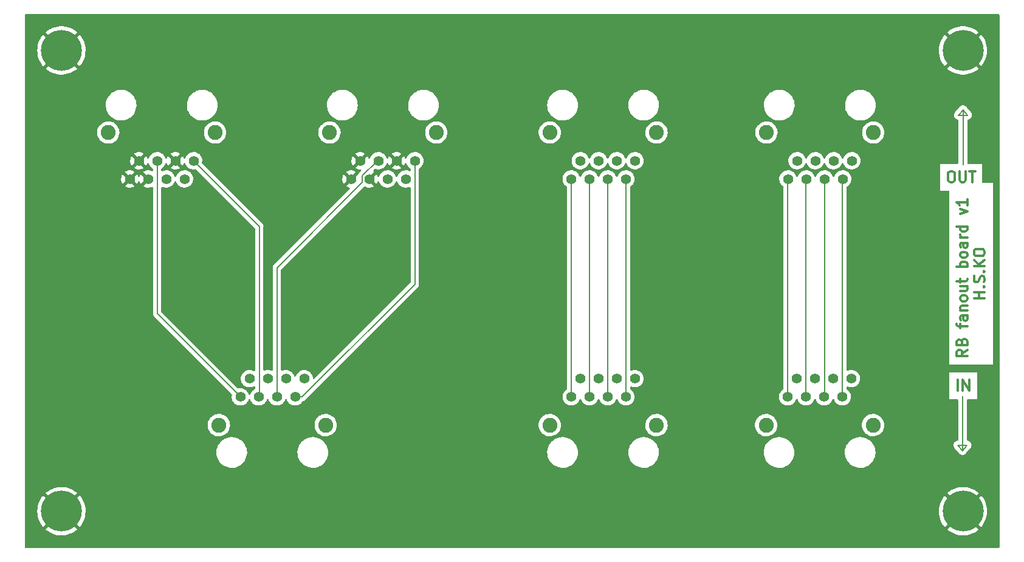
<source format=gtl>
G04 #@! TF.GenerationSoftware,KiCad,Pcbnew,(5.99.0-9973-gfb99c55869)*
G04 #@! TF.CreationDate,2022-08-18T17:51:10-07:00*
G04 #@! TF.ProjectId,RB_v3_2,52425f76-335f-4322-9e6b-696361645f70,rev?*
G04 #@! TF.SameCoordinates,Original*
G04 #@! TF.FileFunction,Copper,L1,Top*
G04 #@! TF.FilePolarity,Positive*
%FSLAX46Y46*%
G04 Gerber Fmt 4.6, Leading zero omitted, Abs format (unit mm)*
G04 Created by KiCad (PCBNEW (5.99.0-9973-gfb99c55869)) date 2022-08-18 17:51:10*
%MOMM*%
%LPD*%
G01*
G04 APERTURE LIST*
G04 #@! TA.AperFunction,NonConductor*
%ADD10C,0.200000*%
G04 #@! TD*
%ADD11C,0.300000*%
G04 #@! TA.AperFunction,NonConductor*
%ADD12C,0.300000*%
G04 #@! TD*
G04 #@! TA.AperFunction,ComponentPad*
%ADD13C,5.700000*%
G04 #@! TD*
G04 #@! TA.AperFunction,ComponentPad*
%ADD14C,1.397000*%
G04 #@! TD*
G04 #@! TA.AperFunction,ComponentPad*
%ADD15C,2.082800*%
G04 #@! TD*
G04 #@! TA.AperFunction,Conductor*
%ADD16C,0.152400*%
G04 #@! TD*
G04 APERTURE END LIST*
D10*
X179451000Y-96774000D02*
X178181000Y-96774000D01*
X178181000Y-96774000D02*
X178816000Y-96012000D01*
X179387500Y-142748000D02*
X178752500Y-143510000D01*
X178816000Y-96012000D02*
X179451000Y-96774000D01*
X178752500Y-135890000D02*
X178752500Y-143510000D01*
X178752500Y-143510000D02*
X178117500Y-142748000D01*
X178117500Y-142748000D02*
X179387500Y-142748000D01*
X178816000Y-103632000D02*
X178816000Y-96012000D01*
D11*
D12*
X179430071Y-129479142D02*
X178715785Y-129979142D01*
X179430071Y-130336285D02*
X177930071Y-130336285D01*
X177930071Y-129764857D01*
X178001500Y-129622000D01*
X178072928Y-129550571D01*
X178215785Y-129479142D01*
X178430071Y-129479142D01*
X178572928Y-129550571D01*
X178644357Y-129622000D01*
X178715785Y-129764857D01*
X178715785Y-130336285D01*
X178644357Y-128336285D02*
X178715785Y-128122000D01*
X178787214Y-128050571D01*
X178930071Y-127979142D01*
X179144357Y-127979142D01*
X179287214Y-128050571D01*
X179358642Y-128122000D01*
X179430071Y-128264857D01*
X179430071Y-128836285D01*
X177930071Y-128836285D01*
X177930071Y-128336285D01*
X178001500Y-128193428D01*
X178072928Y-128122000D01*
X178215785Y-128050571D01*
X178358642Y-128050571D01*
X178501500Y-128122000D01*
X178572928Y-128193428D01*
X178644357Y-128336285D01*
X178644357Y-128836285D01*
X178430071Y-126407714D02*
X178430071Y-125836285D01*
X179430071Y-126193428D02*
X178144357Y-126193428D01*
X178001500Y-126122000D01*
X177930071Y-125979142D01*
X177930071Y-125836285D01*
X179430071Y-124693428D02*
X178644357Y-124693428D01*
X178501500Y-124764857D01*
X178430071Y-124907714D01*
X178430071Y-125193428D01*
X178501500Y-125336285D01*
X179358642Y-124693428D02*
X179430071Y-124836285D01*
X179430071Y-125193428D01*
X179358642Y-125336285D01*
X179215785Y-125407714D01*
X179072928Y-125407714D01*
X178930071Y-125336285D01*
X178858642Y-125193428D01*
X178858642Y-124836285D01*
X178787214Y-124693428D01*
X178430071Y-123979142D02*
X179430071Y-123979142D01*
X178572928Y-123979142D02*
X178501500Y-123907714D01*
X178430071Y-123764857D01*
X178430071Y-123550571D01*
X178501500Y-123407714D01*
X178644357Y-123336285D01*
X179430071Y-123336285D01*
X179430071Y-122407714D02*
X179358642Y-122550571D01*
X179287214Y-122622000D01*
X179144357Y-122693428D01*
X178715785Y-122693428D01*
X178572928Y-122622000D01*
X178501500Y-122550571D01*
X178430071Y-122407714D01*
X178430071Y-122193428D01*
X178501500Y-122050571D01*
X178572928Y-121979142D01*
X178715785Y-121907714D01*
X179144357Y-121907714D01*
X179287214Y-121979142D01*
X179358642Y-122050571D01*
X179430071Y-122193428D01*
X179430071Y-122407714D01*
X178430071Y-120622000D02*
X179430071Y-120622000D01*
X178430071Y-121264857D02*
X179215785Y-121264857D01*
X179358642Y-121193428D01*
X179430071Y-121050571D01*
X179430071Y-120836285D01*
X179358642Y-120693428D01*
X179287214Y-120622000D01*
X178430071Y-120122000D02*
X178430071Y-119550571D01*
X177930071Y-119907714D02*
X179215785Y-119907714D01*
X179358642Y-119836285D01*
X179430071Y-119693428D01*
X179430071Y-119550571D01*
X179430071Y-117907714D02*
X177930071Y-117907714D01*
X178501500Y-117907714D02*
X178430071Y-117764857D01*
X178430071Y-117479142D01*
X178501500Y-117336285D01*
X178572928Y-117264857D01*
X178715785Y-117193428D01*
X179144357Y-117193428D01*
X179287214Y-117264857D01*
X179358642Y-117336285D01*
X179430071Y-117479142D01*
X179430071Y-117764857D01*
X179358642Y-117907714D01*
X179430071Y-116336285D02*
X179358642Y-116479142D01*
X179287214Y-116550571D01*
X179144357Y-116622000D01*
X178715785Y-116622000D01*
X178572928Y-116550571D01*
X178501500Y-116479142D01*
X178430071Y-116336285D01*
X178430071Y-116122000D01*
X178501500Y-115979142D01*
X178572928Y-115907714D01*
X178715785Y-115836285D01*
X179144357Y-115836285D01*
X179287214Y-115907714D01*
X179358642Y-115979142D01*
X179430071Y-116122000D01*
X179430071Y-116336285D01*
X179430071Y-114550571D02*
X178644357Y-114550571D01*
X178501500Y-114622000D01*
X178430071Y-114764857D01*
X178430071Y-115050571D01*
X178501500Y-115193428D01*
X179358642Y-114550571D02*
X179430071Y-114693428D01*
X179430071Y-115050571D01*
X179358642Y-115193428D01*
X179215785Y-115264857D01*
X179072928Y-115264857D01*
X178930071Y-115193428D01*
X178858642Y-115050571D01*
X178858642Y-114693428D01*
X178787214Y-114550571D01*
X179430071Y-113836285D02*
X178430071Y-113836285D01*
X178715785Y-113836285D02*
X178572928Y-113764857D01*
X178501500Y-113693428D01*
X178430071Y-113550571D01*
X178430071Y-113407714D01*
X179430071Y-112264857D02*
X177930071Y-112264857D01*
X179358642Y-112264857D02*
X179430071Y-112407714D01*
X179430071Y-112693428D01*
X179358642Y-112836285D01*
X179287214Y-112907714D01*
X179144357Y-112979142D01*
X178715785Y-112979142D01*
X178572928Y-112907714D01*
X178501500Y-112836285D01*
X178430071Y-112693428D01*
X178430071Y-112407714D01*
X178501500Y-112264857D01*
X178430071Y-110550571D02*
X179430071Y-110193428D01*
X178430071Y-109836285D01*
X179430071Y-108479142D02*
X179430071Y-109336285D01*
X179430071Y-108907714D02*
X177930071Y-108907714D01*
X178144357Y-109050571D01*
X178287214Y-109193428D01*
X178358642Y-109336285D01*
X181845071Y-122264857D02*
X180345071Y-122264857D01*
X181059357Y-122264857D02*
X181059357Y-121407714D01*
X181845071Y-121407714D02*
X180345071Y-121407714D01*
X181702214Y-120693428D02*
X181773642Y-120622000D01*
X181845071Y-120693428D01*
X181773642Y-120764857D01*
X181702214Y-120693428D01*
X181845071Y-120693428D01*
X181773642Y-120050571D02*
X181845071Y-119836285D01*
X181845071Y-119479142D01*
X181773642Y-119336285D01*
X181702214Y-119264857D01*
X181559357Y-119193428D01*
X181416500Y-119193428D01*
X181273642Y-119264857D01*
X181202214Y-119336285D01*
X181130785Y-119479142D01*
X181059357Y-119764857D01*
X180987928Y-119907714D01*
X180916500Y-119979142D01*
X180773642Y-120050571D01*
X180630785Y-120050571D01*
X180487928Y-119979142D01*
X180416500Y-119907714D01*
X180345071Y-119764857D01*
X180345071Y-119407714D01*
X180416500Y-119193428D01*
X181702214Y-118550571D02*
X181773642Y-118479142D01*
X181845071Y-118550571D01*
X181773642Y-118622000D01*
X181702214Y-118550571D01*
X181845071Y-118550571D01*
X181845071Y-117836285D02*
X180345071Y-117836285D01*
X181845071Y-116979142D02*
X180987928Y-117622000D01*
X180345071Y-116979142D02*
X181202214Y-117836285D01*
X180345071Y-116050571D02*
X180345071Y-115764857D01*
X180416500Y-115622000D01*
X180559357Y-115479142D01*
X180845071Y-115407714D01*
X181345071Y-115407714D01*
X181630785Y-115479142D01*
X181773642Y-115622000D01*
X181845071Y-115764857D01*
X181845071Y-116050571D01*
X181773642Y-116193428D01*
X181630785Y-116336285D01*
X181345071Y-116407714D01*
X180845071Y-116407714D01*
X180559357Y-116336285D01*
X180416500Y-116193428D01*
X180345071Y-116050571D01*
D11*
D12*
X177062000Y-104588571D02*
X177347714Y-104588571D01*
X177490571Y-104660000D01*
X177633428Y-104802857D01*
X177704857Y-105088571D01*
X177704857Y-105588571D01*
X177633428Y-105874285D01*
X177490571Y-106017142D01*
X177347714Y-106088571D01*
X177062000Y-106088571D01*
X176919142Y-106017142D01*
X176776285Y-105874285D01*
X176704857Y-105588571D01*
X176704857Y-105088571D01*
X176776285Y-104802857D01*
X176919142Y-104660000D01*
X177062000Y-104588571D01*
X178347714Y-104588571D02*
X178347714Y-105802857D01*
X178419142Y-105945714D01*
X178490571Y-106017142D01*
X178633428Y-106088571D01*
X178919142Y-106088571D01*
X179062000Y-106017142D01*
X179133428Y-105945714D01*
X179204857Y-105802857D01*
X179204857Y-104588571D01*
X179704857Y-104588571D02*
X180562000Y-104588571D01*
X180133428Y-106088571D02*
X180133428Y-104588571D01*
D11*
D12*
X178093785Y-135171571D02*
X178093785Y-133671571D01*
X178808071Y-135171571D02*
X178808071Y-133671571D01*
X179665214Y-135171571D01*
X179665214Y-133671571D01*
D13*
X53213000Y-151968200D03*
X53213000Y-87757000D03*
X178816000Y-151968200D03*
X178816000Y-87757000D03*
D14*
X133128850Y-103124000D03*
X131858850Y-105664000D03*
X130588850Y-103124000D03*
X129318850Y-105664000D03*
X128048850Y-103124000D03*
X126778850Y-105664000D03*
X125508850Y-103124000D03*
X124238850Y-105664000D03*
D15*
X136123850Y-99184000D03*
X121243850Y-99184000D03*
D14*
X154399150Y-136024000D03*
X155669150Y-133484000D03*
X156939150Y-136024000D03*
X158209150Y-133484000D03*
X159479150Y-136024000D03*
X160749150Y-133484000D03*
X162019150Y-136024000D03*
X163289150Y-133484000D03*
D15*
X151404150Y-139964000D03*
X166284150Y-139964000D03*
D14*
X78146000Y-136024000D03*
X79416000Y-133484000D03*
X80686000Y-136024000D03*
X81956000Y-133484000D03*
X83226000Y-136024000D03*
X84496000Y-133484000D03*
X85766000Y-136024000D03*
X87036000Y-133484000D03*
D15*
X75151000Y-139964000D03*
X90031000Y-139964000D03*
D14*
X102448000Y-103124000D03*
X101178000Y-105664000D03*
X99908000Y-103124000D03*
X98638000Y-105664000D03*
X97368000Y-103124000D03*
X96098000Y-105664000D03*
X94828000Y-103124000D03*
X93558000Y-105664000D03*
D15*
X105443000Y-99184000D03*
X90563000Y-99184000D03*
D14*
X163322000Y-103124000D03*
X162052000Y-105664000D03*
X160782000Y-103124000D03*
X159512000Y-105664000D03*
X158242000Y-103124000D03*
X156972000Y-105664000D03*
X155702000Y-103124000D03*
X154432000Y-105664000D03*
D15*
X166317000Y-99184000D03*
X151437000Y-99184000D03*
D14*
X124238850Y-136024000D03*
X125508850Y-133484000D03*
X126778850Y-136024000D03*
X128048850Y-133484000D03*
X129318850Y-136024000D03*
X130588850Y-133484000D03*
X131858850Y-136024000D03*
X133128850Y-133484000D03*
D15*
X121243850Y-139964000D03*
X136123850Y-139964000D03*
D14*
X71628000Y-103124000D03*
X70358000Y-105664000D03*
X69088000Y-103124000D03*
X67818000Y-105664000D03*
X66548000Y-103124000D03*
X65278000Y-105664000D03*
X64008000Y-103124000D03*
X62738000Y-105664000D03*
D15*
X74623000Y-99184000D03*
X59743000Y-99184000D03*
D16*
X78146000Y-136024000D02*
X66548000Y-124426000D01*
X66548000Y-124426000D02*
X66548000Y-103124000D01*
X80686000Y-136024000D02*
X80686000Y-135849000D01*
X80772000Y-112268000D02*
X71628000Y-103124000D01*
X80772000Y-135763000D02*
X80772000Y-112268000D01*
X80686000Y-135849000D02*
X80772000Y-135763000D01*
X97195427Y-103124000D02*
X97368000Y-103124000D01*
X83226000Y-118029151D02*
X95123289Y-106131862D01*
X95123289Y-105196138D02*
X97195427Y-103124000D01*
X95123289Y-106131862D02*
X95123289Y-105196138D01*
X83226000Y-136024000D02*
X83226000Y-118029151D01*
X102448000Y-120329828D02*
X102448000Y-103124000D01*
X85766000Y-136024000D02*
X86753828Y-136024000D01*
X86753828Y-136024000D02*
X102448000Y-120329828D01*
X124238850Y-136024000D02*
X124238850Y-105664000D01*
X126778850Y-136024000D02*
X126778850Y-105664000D01*
X129318850Y-136024000D02*
X129318850Y-105664000D01*
X131858850Y-136024000D02*
X131858850Y-105664000D01*
X154399150Y-136024000D02*
X154399150Y-105696850D01*
X154399150Y-105696850D02*
X154432000Y-105664000D01*
X156939150Y-136024000D02*
X156939150Y-105696850D01*
X156939150Y-105696850D02*
X156972000Y-105664000D01*
X159512000Y-135991150D02*
X159479150Y-136024000D01*
X159512000Y-105664000D02*
X159512000Y-135991150D01*
X162019150Y-136024000D02*
X162019150Y-105696850D01*
X162019150Y-105696850D02*
X162052000Y-105664000D01*
G04 #@! TA.AperFunction,Conductor*
G36*
X183838121Y-82697002D02*
G01*
X183884614Y-82750658D01*
X183896000Y-82803000D01*
X183896000Y-156973000D01*
X183875998Y-157041121D01*
X183822342Y-157087614D01*
X183770000Y-157099000D01*
X48259000Y-157099000D01*
X48190879Y-157078998D01*
X48144386Y-157025342D01*
X48133000Y-156973000D01*
X48133000Y-154519993D01*
X51026747Y-154519993D01*
X51026823Y-154521063D01*
X51030008Y-154525897D01*
X51310304Y-154740976D01*
X51315934Y-154744831D01*
X51620897Y-154930252D01*
X51626899Y-154933470D01*
X51950114Y-155084874D01*
X51956419Y-155087422D01*
X52294099Y-155203036D01*
X52300650Y-155204889D01*
X52648827Y-155283354D01*
X52655546Y-155284491D01*
X53010170Y-155324896D01*
X53016960Y-155325299D01*
X53373869Y-155327167D01*
X53380670Y-155326835D01*
X53735697Y-155290147D01*
X53742425Y-155289081D01*
X54091419Y-155214262D01*
X54097968Y-155212483D01*
X54436845Y-155100411D01*
X54443187Y-155097925D01*
X54767949Y-154949923D01*
X54774008Y-154946756D01*
X55080888Y-154764543D01*
X55086552Y-154760751D01*
X55371962Y-154546459D01*
X55377188Y-154542074D01*
X55390037Y-154530050D01*
X55395969Y-154519993D01*
X176629747Y-154519993D01*
X176629823Y-154521063D01*
X176633008Y-154525897D01*
X176913304Y-154740976D01*
X176918934Y-154744831D01*
X177223897Y-154930252D01*
X177229899Y-154933470D01*
X177553114Y-155084874D01*
X177559419Y-155087422D01*
X177897099Y-155203036D01*
X177903650Y-155204889D01*
X178251827Y-155283354D01*
X178258546Y-155284491D01*
X178613170Y-155324896D01*
X178619960Y-155325299D01*
X178976869Y-155327167D01*
X178983670Y-155326835D01*
X179338697Y-155290147D01*
X179345425Y-155289081D01*
X179694419Y-155214262D01*
X179700968Y-155212483D01*
X180039845Y-155100411D01*
X180046187Y-155097925D01*
X180370949Y-154949923D01*
X180377008Y-154946756D01*
X180683888Y-154764543D01*
X180689552Y-154760751D01*
X180974962Y-154546459D01*
X180980188Y-154542074D01*
X180993037Y-154530050D01*
X181001105Y-154516372D01*
X181001077Y-154515646D01*
X180995935Y-154507345D01*
X178828812Y-152340222D01*
X178814868Y-152332608D01*
X178813035Y-152332739D01*
X178806420Y-152336990D01*
X176637361Y-154506049D01*
X176629747Y-154519993D01*
X55395969Y-154519993D01*
X55398105Y-154516372D01*
X55398077Y-154515646D01*
X55392935Y-154507345D01*
X53225812Y-152340222D01*
X53211868Y-152332608D01*
X53210035Y-152332739D01*
X53203420Y-152336990D01*
X51034361Y-154506049D01*
X51026747Y-154519993D01*
X48133000Y-154519993D01*
X48133000Y-151959857D01*
X49850192Y-151959857D01*
X49868251Y-152316334D01*
X49868961Y-152323090D01*
X49925411Y-152675519D01*
X49926850Y-152682174D01*
X50021030Y-153026437D01*
X50023179Y-153032898D01*
X50153991Y-153364984D01*
X50156822Y-153371167D01*
X50322734Y-153687184D01*
X50326217Y-153693026D01*
X50525292Y-153989281D01*
X50529385Y-153994711D01*
X50653892Y-154142569D01*
X50666631Y-154151013D01*
X50677074Y-154144916D01*
X52840978Y-151981012D01*
X52847356Y-151969332D01*
X53577408Y-151969332D01*
X53577539Y-151971165D01*
X53581790Y-151977780D01*
X55747511Y-154143501D01*
X55761108Y-154150926D01*
X55770717Y-154144229D01*
X55875251Y-154022698D01*
X55879400Y-154017310D01*
X56081561Y-153723164D01*
X56085108Y-153717353D01*
X56254311Y-153403108D01*
X56257218Y-153396930D01*
X56391499Y-153066238D01*
X56393713Y-153059808D01*
X56491493Y-152716546D01*
X56493000Y-152709916D01*
X56553141Y-152358081D01*
X56553921Y-152351341D01*
X56575808Y-151993475D01*
X56575924Y-151989873D01*
X56575994Y-151970020D01*
X56575902Y-151966393D01*
X56575548Y-151959857D01*
X175453192Y-151959857D01*
X175471251Y-152316334D01*
X175471961Y-152323090D01*
X175528411Y-152675519D01*
X175529850Y-152682174D01*
X175624030Y-153026437D01*
X175626179Y-153032898D01*
X175756991Y-153364984D01*
X175759822Y-153371167D01*
X175925734Y-153687184D01*
X175929217Y-153693026D01*
X176128292Y-153989281D01*
X176132385Y-153994711D01*
X176256892Y-154142569D01*
X176269631Y-154151013D01*
X176280074Y-154144916D01*
X178443978Y-151981012D01*
X178450356Y-151969332D01*
X179180408Y-151969332D01*
X179180539Y-151971165D01*
X179184790Y-151977780D01*
X181350511Y-154143501D01*
X181364108Y-154150926D01*
X181373717Y-154144229D01*
X181478251Y-154022698D01*
X181482400Y-154017310D01*
X181684561Y-153723164D01*
X181688108Y-153717353D01*
X181857311Y-153403108D01*
X181860218Y-153396930D01*
X181994499Y-153066238D01*
X181996713Y-153059808D01*
X182094493Y-152716546D01*
X182096000Y-152709916D01*
X182156141Y-152358081D01*
X182156921Y-152351341D01*
X182178808Y-151993475D01*
X182178924Y-151989873D01*
X182178994Y-151970020D01*
X182178902Y-151966393D01*
X182159514Y-151608400D01*
X182158779Y-151601634D01*
X182101101Y-151249418D01*
X182099634Y-151242746D01*
X182004258Y-150898834D01*
X182002084Y-150892370D01*
X181870115Y-150560747D01*
X181867259Y-150554567D01*
X181700249Y-150239139D01*
X181696749Y-150233314D01*
X181496637Y-149937750D01*
X181492523Y-149932330D01*
X181375089Y-149793856D01*
X181362263Y-149785419D01*
X181351938Y-149791472D01*
X179188022Y-151955388D01*
X179180408Y-151969332D01*
X178450356Y-151969332D01*
X178451592Y-151967068D01*
X178451461Y-151965235D01*
X178447210Y-151958620D01*
X176281479Y-149792889D01*
X176267942Y-149785497D01*
X176258241Y-149792284D01*
X176146595Y-149923006D01*
X176142461Y-149928414D01*
X175941336Y-150223251D01*
X175937801Y-150229088D01*
X175769694Y-150543925D01*
X175766813Y-150550104D01*
X175633689Y-150881260D01*
X175631498Y-150887695D01*
X175534913Y-151231306D01*
X175533430Y-151237942D01*
X175474521Y-151589965D01*
X175473762Y-151596737D01*
X175453216Y-151953062D01*
X175453192Y-151959857D01*
X56575548Y-151959857D01*
X56556514Y-151608400D01*
X56555779Y-151601634D01*
X56498101Y-151249418D01*
X56496634Y-151242746D01*
X56401258Y-150898834D01*
X56399084Y-150892370D01*
X56267115Y-150560747D01*
X56264259Y-150554567D01*
X56097249Y-150239139D01*
X56093749Y-150233314D01*
X55893637Y-149937750D01*
X55889523Y-149932330D01*
X55772089Y-149793856D01*
X55759263Y-149785419D01*
X55748938Y-149791472D01*
X53585022Y-151955388D01*
X53577408Y-151969332D01*
X52847356Y-151969332D01*
X52848592Y-151967068D01*
X52848461Y-151965235D01*
X52844210Y-151958620D01*
X50678479Y-149792889D01*
X50664942Y-149785497D01*
X50655241Y-149792284D01*
X50543595Y-149923006D01*
X50539461Y-149928414D01*
X50338336Y-150223251D01*
X50334801Y-150229088D01*
X50166694Y-150543925D01*
X50163813Y-150550104D01*
X50030689Y-150881260D01*
X50028498Y-150887695D01*
X49931913Y-151231306D01*
X49930430Y-151237942D01*
X49871521Y-151589965D01*
X49870762Y-151596737D01*
X49850216Y-151953062D01*
X49850192Y-151959857D01*
X48133000Y-151959857D01*
X48133000Y-149419646D01*
X51027532Y-149419646D01*
X51027567Y-149420486D01*
X51032618Y-149428608D01*
X53200188Y-151596178D01*
X53214132Y-151603792D01*
X53215965Y-151603661D01*
X53222580Y-151599410D01*
X55391214Y-149430776D01*
X55397291Y-149419646D01*
X176630532Y-149419646D01*
X176630567Y-149420486D01*
X176635618Y-149428608D01*
X178803188Y-151596178D01*
X178817132Y-151603792D01*
X178818965Y-151603661D01*
X178825580Y-151599410D01*
X180994214Y-149430776D01*
X181001828Y-149416832D01*
X181001760Y-149415877D01*
X180996817Y-149408402D01*
X180992915Y-149405081D01*
X180708993Y-149188790D01*
X180703369Y-149184968D01*
X180397755Y-149000609D01*
X180391738Y-148997410D01*
X180068006Y-148847139D01*
X180061670Y-148844605D01*
X179723612Y-148730179D01*
X179717044Y-148728345D01*
X179368606Y-148651099D01*
X179361867Y-148649983D01*
X179007109Y-148610817D01*
X179000328Y-148610438D01*
X178643391Y-148609815D01*
X178636618Y-148610170D01*
X178281704Y-148648099D01*
X178274994Y-148649186D01*
X177926271Y-148725220D01*
X177919696Y-148727031D01*
X177581225Y-148840282D01*
X177574903Y-148842785D01*
X177250649Y-148991925D01*
X177244606Y-148995111D01*
X176938362Y-149178395D01*
X176932716Y-149182203D01*
X176648038Y-149397503D01*
X176642848Y-149401890D01*
X176638555Y-149405935D01*
X176630532Y-149419646D01*
X55397291Y-149419646D01*
X55398828Y-149416832D01*
X55398760Y-149415877D01*
X55393817Y-149408402D01*
X55389915Y-149405081D01*
X55105993Y-149188790D01*
X55100369Y-149184968D01*
X54794755Y-149000609D01*
X54788738Y-148997410D01*
X54465006Y-148847139D01*
X54458670Y-148844605D01*
X54120612Y-148730179D01*
X54114044Y-148728345D01*
X53765606Y-148651099D01*
X53758867Y-148649983D01*
X53404109Y-148610817D01*
X53397328Y-148610438D01*
X53040391Y-148609815D01*
X53033618Y-148610170D01*
X52678704Y-148648099D01*
X52671994Y-148649186D01*
X52323271Y-148725220D01*
X52316696Y-148727031D01*
X51978225Y-148840282D01*
X51971903Y-148842785D01*
X51647649Y-148991925D01*
X51641606Y-148995111D01*
X51335362Y-149178395D01*
X51329716Y-149182203D01*
X51045038Y-149397503D01*
X51039848Y-149401890D01*
X51035555Y-149405935D01*
X51027532Y-149419646D01*
X48133000Y-149419646D01*
X48133000Y-143751600D01*
X74802018Y-143751600D01*
X74818768Y-144042100D01*
X74819593Y-144046307D01*
X74819594Y-144046312D01*
X74834640Y-144123000D01*
X74874789Y-144327640D01*
X74969044Y-144602935D01*
X75099788Y-144862890D01*
X75264602Y-145102697D01*
X75460438Y-145317917D01*
X75463727Y-145320667D01*
X75680378Y-145501816D01*
X75680383Y-145501820D01*
X75683670Y-145504568D01*
X75806919Y-145581882D01*
X75926528Y-145656913D01*
X75926532Y-145656915D01*
X75930168Y-145659196D01*
X75998429Y-145690017D01*
X76191459Y-145777174D01*
X76191463Y-145777176D01*
X76195371Y-145778940D01*
X76199490Y-145780160D01*
X76470258Y-145860366D01*
X76470263Y-145860367D01*
X76474371Y-145861584D01*
X76478605Y-145862232D01*
X76478610Y-145862233D01*
X76757764Y-145904949D01*
X76757766Y-145904949D01*
X76762006Y-145905598D01*
X76910198Y-145907926D01*
X77048662Y-145910101D01*
X77048668Y-145910101D01*
X77052953Y-145910168D01*
X77341828Y-145875211D01*
X77623287Y-145801371D01*
X77892120Y-145690017D01*
X78143354Y-145543208D01*
X78372338Y-145363661D01*
X78574837Y-145154699D01*
X78577370Y-145151251D01*
X78577374Y-145151246D01*
X78744565Y-144923642D01*
X78747103Y-144920187D01*
X78749149Y-144916419D01*
X78883898Y-144668242D01*
X78883899Y-144668240D01*
X78885948Y-144664466D01*
X78988803Y-144392268D01*
X79050474Y-144123000D01*
X79052808Y-144112809D01*
X79052809Y-144112804D01*
X79053765Y-144108629D01*
X79079632Y-143818798D01*
X79080101Y-143774000D01*
X79078574Y-143751600D01*
X86102016Y-143751600D01*
X86118766Y-144042100D01*
X86119591Y-144046307D01*
X86119592Y-144046312D01*
X86134638Y-144123000D01*
X86174787Y-144327640D01*
X86269042Y-144602935D01*
X86399786Y-144862890D01*
X86564600Y-145102697D01*
X86760436Y-145317917D01*
X86763725Y-145320667D01*
X86980376Y-145501816D01*
X86980381Y-145501820D01*
X86983668Y-145504568D01*
X87106917Y-145581882D01*
X87226526Y-145656913D01*
X87226530Y-145656915D01*
X87230166Y-145659196D01*
X87298427Y-145690017D01*
X87491457Y-145777174D01*
X87491461Y-145777176D01*
X87495369Y-145778940D01*
X87499488Y-145780160D01*
X87770256Y-145860366D01*
X87770261Y-145860367D01*
X87774369Y-145861584D01*
X87778603Y-145862232D01*
X87778608Y-145862233D01*
X88057762Y-145904949D01*
X88057764Y-145904949D01*
X88062004Y-145905598D01*
X88210196Y-145907926D01*
X88348660Y-145910101D01*
X88348666Y-145910101D01*
X88352951Y-145910168D01*
X88641826Y-145875211D01*
X88923285Y-145801371D01*
X89192118Y-145690017D01*
X89443352Y-145543208D01*
X89672336Y-145363661D01*
X89874835Y-145154699D01*
X89877368Y-145151251D01*
X89877372Y-145151246D01*
X90044563Y-144923642D01*
X90047101Y-144920187D01*
X90049147Y-144916419D01*
X90183896Y-144668242D01*
X90183897Y-144668240D01*
X90185946Y-144664466D01*
X90288801Y-144392268D01*
X90350472Y-144123000D01*
X90352806Y-144112809D01*
X90352807Y-144112804D01*
X90353763Y-144108629D01*
X90379630Y-143818798D01*
X90380099Y-143774000D01*
X90378572Y-143751600D01*
X120894868Y-143751600D01*
X120911618Y-144042100D01*
X120912443Y-144046307D01*
X120912444Y-144046312D01*
X120927490Y-144123000D01*
X120967639Y-144327640D01*
X121061894Y-144602935D01*
X121192638Y-144862890D01*
X121357452Y-145102697D01*
X121553288Y-145317917D01*
X121556577Y-145320667D01*
X121773228Y-145501816D01*
X121773233Y-145501820D01*
X121776520Y-145504568D01*
X121899769Y-145581882D01*
X122019378Y-145656913D01*
X122019382Y-145656915D01*
X122023018Y-145659196D01*
X122091279Y-145690017D01*
X122284309Y-145777174D01*
X122284313Y-145777176D01*
X122288221Y-145778940D01*
X122292340Y-145780160D01*
X122563108Y-145860366D01*
X122563113Y-145860367D01*
X122567221Y-145861584D01*
X122571455Y-145862232D01*
X122571460Y-145862233D01*
X122850614Y-145904949D01*
X122850616Y-145904949D01*
X122854856Y-145905598D01*
X123003048Y-145907926D01*
X123141512Y-145910101D01*
X123141518Y-145910101D01*
X123145803Y-145910168D01*
X123434678Y-145875211D01*
X123716137Y-145801371D01*
X123984970Y-145690017D01*
X124236204Y-145543208D01*
X124465188Y-145363661D01*
X124667687Y-145154699D01*
X124670220Y-145151251D01*
X124670224Y-145151246D01*
X124837415Y-144923642D01*
X124839953Y-144920187D01*
X124841999Y-144916419D01*
X124976748Y-144668242D01*
X124976749Y-144668240D01*
X124978798Y-144664466D01*
X125081653Y-144392268D01*
X125143324Y-144123000D01*
X125145658Y-144112809D01*
X125145659Y-144112804D01*
X125146615Y-144108629D01*
X125172482Y-143818798D01*
X125172951Y-143774000D01*
X125171424Y-143751600D01*
X132194866Y-143751600D01*
X132211616Y-144042100D01*
X132212441Y-144046307D01*
X132212442Y-144046312D01*
X132227488Y-144123000D01*
X132267637Y-144327640D01*
X132361892Y-144602935D01*
X132492636Y-144862890D01*
X132657450Y-145102697D01*
X132853286Y-145317917D01*
X132856575Y-145320667D01*
X133073226Y-145501816D01*
X133073231Y-145501820D01*
X133076518Y-145504568D01*
X133199767Y-145581882D01*
X133319376Y-145656913D01*
X133319380Y-145656915D01*
X133323016Y-145659196D01*
X133391277Y-145690017D01*
X133584307Y-145777174D01*
X133584311Y-145777176D01*
X133588219Y-145778940D01*
X133592338Y-145780160D01*
X133863106Y-145860366D01*
X133863111Y-145860367D01*
X133867219Y-145861584D01*
X133871453Y-145862232D01*
X133871458Y-145862233D01*
X134150612Y-145904949D01*
X134150614Y-145904949D01*
X134154854Y-145905598D01*
X134303046Y-145907926D01*
X134441510Y-145910101D01*
X134441516Y-145910101D01*
X134445801Y-145910168D01*
X134734676Y-145875211D01*
X135016135Y-145801371D01*
X135284968Y-145690017D01*
X135536202Y-145543208D01*
X135765186Y-145363661D01*
X135967685Y-145154699D01*
X135970218Y-145151251D01*
X135970222Y-145151246D01*
X136137413Y-144923642D01*
X136139951Y-144920187D01*
X136141997Y-144916419D01*
X136276746Y-144668242D01*
X136276747Y-144668240D01*
X136278796Y-144664466D01*
X136381651Y-144392268D01*
X136443322Y-144123000D01*
X136445656Y-144112809D01*
X136445657Y-144112804D01*
X136446613Y-144108629D01*
X136472480Y-143818798D01*
X136472949Y-143774000D01*
X136471422Y-143751600D01*
X151055168Y-143751600D01*
X151071918Y-144042100D01*
X151072743Y-144046307D01*
X151072744Y-144046312D01*
X151087790Y-144123000D01*
X151127939Y-144327640D01*
X151222194Y-144602935D01*
X151352938Y-144862890D01*
X151517752Y-145102697D01*
X151713588Y-145317917D01*
X151716877Y-145320667D01*
X151933528Y-145501816D01*
X151933533Y-145501820D01*
X151936820Y-145504568D01*
X152060069Y-145581882D01*
X152179678Y-145656913D01*
X152179682Y-145656915D01*
X152183318Y-145659196D01*
X152251579Y-145690017D01*
X152444609Y-145777174D01*
X152444613Y-145777176D01*
X152448521Y-145778940D01*
X152452640Y-145780160D01*
X152723408Y-145860366D01*
X152723413Y-145860367D01*
X152727521Y-145861584D01*
X152731755Y-145862232D01*
X152731760Y-145862233D01*
X153010914Y-145904949D01*
X153010916Y-145904949D01*
X153015156Y-145905598D01*
X153163348Y-145907926D01*
X153301812Y-145910101D01*
X153301818Y-145910101D01*
X153306103Y-145910168D01*
X153594978Y-145875211D01*
X153876437Y-145801371D01*
X154145270Y-145690017D01*
X154396504Y-145543208D01*
X154625488Y-145363661D01*
X154827987Y-145154699D01*
X154830520Y-145151251D01*
X154830524Y-145151246D01*
X154997715Y-144923642D01*
X155000253Y-144920187D01*
X155002299Y-144916419D01*
X155137048Y-144668242D01*
X155137049Y-144668240D01*
X155139098Y-144664466D01*
X155241953Y-144392268D01*
X155303624Y-144123000D01*
X155305958Y-144112809D01*
X155305959Y-144112804D01*
X155306915Y-144108629D01*
X155332782Y-143818798D01*
X155333251Y-143774000D01*
X155331724Y-143751600D01*
X162355166Y-143751600D01*
X162371916Y-144042100D01*
X162372741Y-144046307D01*
X162372742Y-144046312D01*
X162387788Y-144123000D01*
X162427937Y-144327640D01*
X162522192Y-144602935D01*
X162652936Y-144862890D01*
X162817750Y-145102697D01*
X163013586Y-145317917D01*
X163016875Y-145320667D01*
X163233526Y-145501816D01*
X163233531Y-145501820D01*
X163236818Y-145504568D01*
X163360067Y-145581882D01*
X163479676Y-145656913D01*
X163479680Y-145656915D01*
X163483316Y-145659196D01*
X163551577Y-145690017D01*
X163744607Y-145777174D01*
X163744611Y-145777176D01*
X163748519Y-145778940D01*
X163752638Y-145780160D01*
X164023406Y-145860366D01*
X164023411Y-145860367D01*
X164027519Y-145861584D01*
X164031753Y-145862232D01*
X164031758Y-145862233D01*
X164310912Y-145904949D01*
X164310914Y-145904949D01*
X164315154Y-145905598D01*
X164463346Y-145907926D01*
X164601810Y-145910101D01*
X164601816Y-145910101D01*
X164606101Y-145910168D01*
X164894976Y-145875211D01*
X165176435Y-145801371D01*
X165445268Y-145690017D01*
X165696502Y-145543208D01*
X165925486Y-145363661D01*
X166127985Y-145154699D01*
X166130518Y-145151251D01*
X166130522Y-145151246D01*
X166297713Y-144923642D01*
X166300251Y-144920187D01*
X166302297Y-144916419D01*
X166437046Y-144668242D01*
X166437047Y-144668240D01*
X166439096Y-144664466D01*
X166541951Y-144392268D01*
X166603622Y-144123000D01*
X166605956Y-144112809D01*
X166605957Y-144112804D01*
X166606913Y-144108629D01*
X166632780Y-143818798D01*
X166633249Y-143774000D01*
X166613458Y-143483691D01*
X166607999Y-143457328D01*
X166555319Y-143202951D01*
X166554450Y-143198754D01*
X166457318Y-142924461D01*
X166341854Y-142700753D01*
X166325824Y-142669695D01*
X166325824Y-142669694D01*
X166323859Y-142665888D01*
X166313110Y-142650593D01*
X166159009Y-142431331D01*
X166159008Y-142431330D01*
X166156542Y-142427821D01*
X165958464Y-142214663D01*
X165953492Y-142210593D01*
X165736607Y-142033076D01*
X165733289Y-142030360D01*
X165682215Y-141999062D01*
X165488836Y-141880558D01*
X165488828Y-141880554D01*
X165485186Y-141878322D01*
X165481269Y-141876603D01*
X165481266Y-141876601D01*
X165363798Y-141825037D01*
X165218743Y-141761362D01*
X165214615Y-141760186D01*
X165214612Y-141760185D01*
X164943021Y-141682820D01*
X164943022Y-141682820D01*
X164938893Y-141681644D01*
X164723064Y-141650928D01*
X164655065Y-141641250D01*
X164655063Y-141641250D01*
X164650813Y-141640645D01*
X164646524Y-141640623D01*
X164646517Y-141640622D01*
X164364120Y-141639143D01*
X164364113Y-141639143D01*
X164359834Y-141639121D01*
X164355590Y-141639680D01*
X164355586Y-141639680D01*
X164228568Y-141656403D01*
X164071340Y-141677102D01*
X164067200Y-141678235D01*
X164067198Y-141678235D01*
X163794815Y-141752751D01*
X163790670Y-141753885D01*
X163523018Y-141868048D01*
X163372291Y-141958256D01*
X163277018Y-142015276D01*
X163277014Y-142015279D01*
X163273336Y-142017480D01*
X163046244Y-142199415D01*
X163043300Y-142202517D01*
X163043296Y-142202521D01*
X162860929Y-142394695D01*
X162845944Y-142410486D01*
X162843445Y-142413964D01*
X162843444Y-142413965D01*
X162678652Y-142643298D01*
X162678649Y-142643303D01*
X162676144Y-142646789D01*
X162539984Y-142903950D01*
X162505825Y-142997293D01*
X162457050Y-143130579D01*
X162439985Y-143177210D01*
X162377997Y-143461514D01*
X162355166Y-143751600D01*
X155331724Y-143751600D01*
X155313460Y-143483691D01*
X155308001Y-143457328D01*
X155255321Y-143202951D01*
X155254452Y-143198754D01*
X155157320Y-142924461D01*
X155041856Y-142700753D01*
X155025826Y-142669695D01*
X155025826Y-142669694D01*
X155023861Y-142665888D01*
X155013112Y-142650593D01*
X154859011Y-142431331D01*
X154859010Y-142431330D01*
X154856544Y-142427821D01*
X154658466Y-142214663D01*
X154653494Y-142210593D01*
X154436609Y-142033076D01*
X154433291Y-142030360D01*
X154382217Y-141999062D01*
X154188838Y-141880558D01*
X154188830Y-141880554D01*
X154185188Y-141878322D01*
X154181271Y-141876603D01*
X154181268Y-141876601D01*
X154063800Y-141825037D01*
X153918745Y-141761362D01*
X153914617Y-141760186D01*
X153914614Y-141760185D01*
X153643023Y-141682820D01*
X153643024Y-141682820D01*
X153638895Y-141681644D01*
X153423066Y-141650928D01*
X153355067Y-141641250D01*
X153355065Y-141641250D01*
X153350815Y-141640645D01*
X153346526Y-141640623D01*
X153346519Y-141640622D01*
X153064122Y-141639143D01*
X153064115Y-141639143D01*
X153059836Y-141639121D01*
X153055592Y-141639680D01*
X153055588Y-141639680D01*
X152928570Y-141656403D01*
X152771342Y-141677102D01*
X152767202Y-141678235D01*
X152767200Y-141678235D01*
X152494817Y-141752751D01*
X152490672Y-141753885D01*
X152223020Y-141868048D01*
X152072293Y-141958256D01*
X151977020Y-142015276D01*
X151977016Y-142015279D01*
X151973338Y-142017480D01*
X151746246Y-142199415D01*
X151743302Y-142202517D01*
X151743298Y-142202521D01*
X151560931Y-142394695D01*
X151545946Y-142410486D01*
X151543447Y-142413964D01*
X151543446Y-142413965D01*
X151378654Y-142643298D01*
X151378651Y-142643303D01*
X151376146Y-142646789D01*
X151239986Y-142903950D01*
X151205827Y-142997293D01*
X151157052Y-143130579D01*
X151139987Y-143177210D01*
X151077999Y-143461514D01*
X151055168Y-143751600D01*
X136471422Y-143751600D01*
X136453158Y-143483691D01*
X136447699Y-143457328D01*
X136395019Y-143202951D01*
X136394150Y-143198754D01*
X136297018Y-142924461D01*
X136181554Y-142700753D01*
X136165524Y-142669695D01*
X136165524Y-142669694D01*
X136163559Y-142665888D01*
X136152810Y-142650593D01*
X135998709Y-142431331D01*
X135998708Y-142431330D01*
X135996242Y-142427821D01*
X135798164Y-142214663D01*
X135793192Y-142210593D01*
X135576307Y-142033076D01*
X135572989Y-142030360D01*
X135521915Y-141999062D01*
X135328536Y-141880558D01*
X135328528Y-141880554D01*
X135324886Y-141878322D01*
X135320969Y-141876603D01*
X135320966Y-141876601D01*
X135203498Y-141825037D01*
X135058443Y-141761362D01*
X135054315Y-141760186D01*
X135054312Y-141760185D01*
X134782721Y-141682820D01*
X134782722Y-141682820D01*
X134778593Y-141681644D01*
X134562764Y-141650928D01*
X134494765Y-141641250D01*
X134494763Y-141641250D01*
X134490513Y-141640645D01*
X134486224Y-141640623D01*
X134486217Y-141640622D01*
X134203820Y-141639143D01*
X134203813Y-141639143D01*
X134199534Y-141639121D01*
X134195290Y-141639680D01*
X134195286Y-141639680D01*
X134068268Y-141656403D01*
X133911040Y-141677102D01*
X133906900Y-141678235D01*
X133906898Y-141678235D01*
X133634515Y-141752751D01*
X133630370Y-141753885D01*
X133362718Y-141868048D01*
X133211991Y-141958256D01*
X133116718Y-142015276D01*
X133116714Y-142015279D01*
X133113036Y-142017480D01*
X132885944Y-142199415D01*
X132883000Y-142202517D01*
X132882996Y-142202521D01*
X132700629Y-142394695D01*
X132685644Y-142410486D01*
X132683145Y-142413964D01*
X132683144Y-142413965D01*
X132518352Y-142643298D01*
X132518349Y-142643303D01*
X132515844Y-142646789D01*
X132379684Y-142903950D01*
X132345525Y-142997293D01*
X132296750Y-143130579D01*
X132279685Y-143177210D01*
X132217697Y-143461514D01*
X132194866Y-143751600D01*
X125171424Y-143751600D01*
X125153160Y-143483691D01*
X125147701Y-143457328D01*
X125095021Y-143202951D01*
X125094152Y-143198754D01*
X124997020Y-142924461D01*
X124881556Y-142700753D01*
X124865526Y-142669695D01*
X124865526Y-142669694D01*
X124863561Y-142665888D01*
X124852812Y-142650593D01*
X124698711Y-142431331D01*
X124698710Y-142431330D01*
X124696244Y-142427821D01*
X124498166Y-142214663D01*
X124493194Y-142210593D01*
X124276309Y-142033076D01*
X124272991Y-142030360D01*
X124221917Y-141999062D01*
X124028538Y-141880558D01*
X124028530Y-141880554D01*
X124024888Y-141878322D01*
X124020971Y-141876603D01*
X124020968Y-141876601D01*
X123903500Y-141825037D01*
X123758445Y-141761362D01*
X123754317Y-141760186D01*
X123754314Y-141760185D01*
X123482723Y-141682820D01*
X123482724Y-141682820D01*
X123478595Y-141681644D01*
X123262766Y-141650928D01*
X123194767Y-141641250D01*
X123194765Y-141641250D01*
X123190515Y-141640645D01*
X123186226Y-141640623D01*
X123186219Y-141640622D01*
X122903822Y-141639143D01*
X122903815Y-141639143D01*
X122899536Y-141639121D01*
X122895292Y-141639680D01*
X122895288Y-141639680D01*
X122768270Y-141656403D01*
X122611042Y-141677102D01*
X122606902Y-141678235D01*
X122606900Y-141678235D01*
X122334517Y-141752751D01*
X122330372Y-141753885D01*
X122062720Y-141868048D01*
X121911993Y-141958256D01*
X121816720Y-142015276D01*
X121816716Y-142015279D01*
X121813038Y-142017480D01*
X121585946Y-142199415D01*
X121583002Y-142202517D01*
X121582998Y-142202521D01*
X121400631Y-142394695D01*
X121385646Y-142410486D01*
X121383147Y-142413964D01*
X121383146Y-142413965D01*
X121218354Y-142643298D01*
X121218351Y-142643303D01*
X121215846Y-142646789D01*
X121079686Y-142903950D01*
X121045527Y-142997293D01*
X120996752Y-143130579D01*
X120979687Y-143177210D01*
X120917699Y-143461514D01*
X120894868Y-143751600D01*
X90378572Y-143751600D01*
X90360308Y-143483691D01*
X90354849Y-143457328D01*
X90302169Y-143202951D01*
X90301300Y-143198754D01*
X90204168Y-142924461D01*
X90088704Y-142700753D01*
X90072674Y-142669695D01*
X90072674Y-142669694D01*
X90070709Y-142665888D01*
X90059960Y-142650593D01*
X89905859Y-142431331D01*
X89905858Y-142431330D01*
X89903392Y-142427821D01*
X89705314Y-142214663D01*
X89700342Y-142210593D01*
X89483457Y-142033076D01*
X89480139Y-142030360D01*
X89429065Y-141999062D01*
X89235686Y-141880558D01*
X89235678Y-141880554D01*
X89232036Y-141878322D01*
X89228119Y-141876603D01*
X89228116Y-141876601D01*
X89110648Y-141825037D01*
X88965593Y-141761362D01*
X88961465Y-141760186D01*
X88961462Y-141760185D01*
X88689871Y-141682820D01*
X88689872Y-141682820D01*
X88685743Y-141681644D01*
X88469914Y-141650928D01*
X88401915Y-141641250D01*
X88401913Y-141641250D01*
X88397663Y-141640645D01*
X88393374Y-141640623D01*
X88393367Y-141640622D01*
X88110970Y-141639143D01*
X88110963Y-141639143D01*
X88106684Y-141639121D01*
X88102440Y-141639680D01*
X88102436Y-141639680D01*
X87975418Y-141656403D01*
X87818190Y-141677102D01*
X87814050Y-141678235D01*
X87814048Y-141678235D01*
X87541665Y-141752751D01*
X87537520Y-141753885D01*
X87269868Y-141868048D01*
X87119141Y-141958256D01*
X87023868Y-142015276D01*
X87023864Y-142015279D01*
X87020186Y-142017480D01*
X86793094Y-142199415D01*
X86790150Y-142202517D01*
X86790146Y-142202521D01*
X86607779Y-142394695D01*
X86592794Y-142410486D01*
X86590295Y-142413964D01*
X86590294Y-142413965D01*
X86425502Y-142643298D01*
X86425499Y-142643303D01*
X86422994Y-142646789D01*
X86286834Y-142903950D01*
X86252675Y-142997293D01*
X86203900Y-143130579D01*
X86186835Y-143177210D01*
X86124847Y-143461514D01*
X86102016Y-143751600D01*
X79078574Y-143751600D01*
X79060310Y-143483691D01*
X79054851Y-143457328D01*
X79002171Y-143202951D01*
X79001302Y-143198754D01*
X78904170Y-142924461D01*
X78788706Y-142700753D01*
X78772676Y-142669695D01*
X78772676Y-142669694D01*
X78770711Y-142665888D01*
X78759962Y-142650593D01*
X78605861Y-142431331D01*
X78605860Y-142431330D01*
X78603394Y-142427821D01*
X78405316Y-142214663D01*
X78400344Y-142210593D01*
X78183459Y-142033076D01*
X78180141Y-142030360D01*
X78129067Y-141999062D01*
X77935688Y-141880558D01*
X77935680Y-141880554D01*
X77932038Y-141878322D01*
X77928121Y-141876603D01*
X77928118Y-141876601D01*
X77810650Y-141825037D01*
X77665595Y-141761362D01*
X77661467Y-141760186D01*
X77661464Y-141760185D01*
X77389873Y-141682820D01*
X77389874Y-141682820D01*
X77385745Y-141681644D01*
X77169916Y-141650928D01*
X77101917Y-141641250D01*
X77101915Y-141641250D01*
X77097665Y-141640645D01*
X77093376Y-141640623D01*
X77093369Y-141640622D01*
X76810972Y-141639143D01*
X76810965Y-141639143D01*
X76806686Y-141639121D01*
X76802442Y-141639680D01*
X76802438Y-141639680D01*
X76675420Y-141656403D01*
X76518192Y-141677102D01*
X76514052Y-141678235D01*
X76514050Y-141678235D01*
X76241667Y-141752751D01*
X76237522Y-141753885D01*
X75969870Y-141868048D01*
X75819143Y-141958256D01*
X75723870Y-142015276D01*
X75723866Y-142015279D01*
X75720188Y-142017480D01*
X75493096Y-142199415D01*
X75490152Y-142202517D01*
X75490148Y-142202521D01*
X75307781Y-142394695D01*
X75292796Y-142410486D01*
X75290297Y-142413964D01*
X75290296Y-142413965D01*
X75125504Y-142643298D01*
X75125501Y-142643303D01*
X75122996Y-142646789D01*
X74986836Y-142903950D01*
X74952677Y-142997293D01*
X74903902Y-143130579D01*
X74886837Y-143177210D01*
X74824849Y-143461514D01*
X74802018Y-143751600D01*
X48133000Y-143751600D01*
X48133000Y-140072464D01*
X73599888Y-140072464D01*
X73637182Y-140319063D01*
X73713423Y-140556526D01*
X73826650Y-140778746D01*
X73973948Y-140980004D01*
X74151530Y-141155123D01*
X74354825Y-141299597D01*
X74359355Y-141301826D01*
X74359360Y-141301829D01*
X74574062Y-141407475D01*
X74574067Y-141407477D01*
X74578603Y-141409709D01*
X74583447Y-141411190D01*
X74812260Y-141481146D01*
X74812262Y-141481147D01*
X74817108Y-141482628D01*
X75064203Y-141516476D01*
X75145626Y-141514486D01*
X75308469Y-141510506D01*
X75308472Y-141510506D01*
X75313531Y-141510382D01*
X75558678Y-141464504D01*
X75793336Y-141380022D01*
X76011469Y-141259109D01*
X76015447Y-141255979D01*
X76015451Y-141255976D01*
X76203487Y-141108006D01*
X76203488Y-141108005D01*
X76207463Y-141104877D01*
X76376278Y-140921292D01*
X76513569Y-140713079D01*
X76586095Y-140551702D01*
X76613731Y-140490210D01*
X76613733Y-140490204D01*
X76615805Y-140485594D01*
X76617114Y-140480709D01*
X76679047Y-140249571D01*
X76679047Y-140249570D01*
X76680355Y-140244689D01*
X76697849Y-140072464D01*
X88479888Y-140072464D01*
X88517182Y-140319063D01*
X88593423Y-140556526D01*
X88706650Y-140778746D01*
X88853948Y-140980004D01*
X89031530Y-141155123D01*
X89234825Y-141299597D01*
X89239355Y-141301826D01*
X89239360Y-141301829D01*
X89454062Y-141407475D01*
X89454067Y-141407477D01*
X89458603Y-141409709D01*
X89463447Y-141411190D01*
X89692260Y-141481146D01*
X89692262Y-141481147D01*
X89697108Y-141482628D01*
X89944203Y-141516476D01*
X90025626Y-141514486D01*
X90188469Y-141510506D01*
X90188472Y-141510506D01*
X90193531Y-141510382D01*
X90438678Y-141464504D01*
X90673336Y-141380022D01*
X90891469Y-141259109D01*
X90895447Y-141255979D01*
X90895451Y-141255976D01*
X91083487Y-141108006D01*
X91083488Y-141108005D01*
X91087463Y-141104877D01*
X91256278Y-140921292D01*
X91393569Y-140713079D01*
X91466095Y-140551702D01*
X91493731Y-140490210D01*
X91493733Y-140490204D01*
X91495805Y-140485594D01*
X91497114Y-140480709D01*
X91559047Y-140249571D01*
X91559047Y-140249570D01*
X91560355Y-140244689D01*
X91577849Y-140072464D01*
X119692738Y-140072464D01*
X119730032Y-140319063D01*
X119806273Y-140556526D01*
X119919500Y-140778746D01*
X120066798Y-140980004D01*
X120244380Y-141155123D01*
X120447675Y-141299597D01*
X120452205Y-141301826D01*
X120452210Y-141301829D01*
X120666912Y-141407475D01*
X120666917Y-141407477D01*
X120671453Y-141409709D01*
X120676297Y-141411190D01*
X120905110Y-141481146D01*
X120905112Y-141481147D01*
X120909958Y-141482628D01*
X121157053Y-141516476D01*
X121238476Y-141514486D01*
X121401319Y-141510506D01*
X121401322Y-141510506D01*
X121406381Y-141510382D01*
X121651528Y-141464504D01*
X121886186Y-141380022D01*
X122104319Y-141259109D01*
X122108297Y-141255979D01*
X122108301Y-141255976D01*
X122296337Y-141108006D01*
X122296338Y-141108005D01*
X122300313Y-141104877D01*
X122469128Y-140921292D01*
X122606419Y-140713079D01*
X122678945Y-140551702D01*
X122706581Y-140490210D01*
X122706583Y-140490204D01*
X122708655Y-140485594D01*
X122709964Y-140480709D01*
X122771897Y-140249571D01*
X122771897Y-140249570D01*
X122773205Y-140244689D01*
X122790699Y-140072464D01*
X134572738Y-140072464D01*
X134610032Y-140319063D01*
X134686273Y-140556526D01*
X134799500Y-140778746D01*
X134946798Y-140980004D01*
X135124380Y-141155123D01*
X135327675Y-141299597D01*
X135332205Y-141301826D01*
X135332210Y-141301829D01*
X135546912Y-141407475D01*
X135546917Y-141407477D01*
X135551453Y-141409709D01*
X135556297Y-141411190D01*
X135785110Y-141481146D01*
X135785112Y-141481147D01*
X135789958Y-141482628D01*
X136037053Y-141516476D01*
X136118476Y-141514486D01*
X136281319Y-141510506D01*
X136281322Y-141510506D01*
X136286381Y-141510382D01*
X136531528Y-141464504D01*
X136766186Y-141380022D01*
X136984319Y-141259109D01*
X136988297Y-141255979D01*
X136988301Y-141255976D01*
X137176337Y-141108006D01*
X137176338Y-141108005D01*
X137180313Y-141104877D01*
X137349128Y-140921292D01*
X137486419Y-140713079D01*
X137558945Y-140551702D01*
X137586581Y-140490210D01*
X137586583Y-140490204D01*
X137588655Y-140485594D01*
X137589964Y-140480709D01*
X137651897Y-140249571D01*
X137651897Y-140249570D01*
X137653205Y-140244689D01*
X137670699Y-140072464D01*
X149853038Y-140072464D01*
X149890332Y-140319063D01*
X149966573Y-140556526D01*
X150079800Y-140778746D01*
X150227098Y-140980004D01*
X150404680Y-141155123D01*
X150607975Y-141299597D01*
X150612505Y-141301826D01*
X150612510Y-141301829D01*
X150827212Y-141407475D01*
X150827217Y-141407477D01*
X150831753Y-141409709D01*
X150836597Y-141411190D01*
X151065410Y-141481146D01*
X151065412Y-141481147D01*
X151070258Y-141482628D01*
X151317353Y-141516476D01*
X151398776Y-141514486D01*
X151561619Y-141510506D01*
X151561622Y-141510506D01*
X151566681Y-141510382D01*
X151811828Y-141464504D01*
X152046486Y-141380022D01*
X152264619Y-141259109D01*
X152268597Y-141255979D01*
X152268601Y-141255976D01*
X152456637Y-141108006D01*
X152456638Y-141108005D01*
X152460613Y-141104877D01*
X152629428Y-140921292D01*
X152766719Y-140713079D01*
X152839245Y-140551702D01*
X152866881Y-140490210D01*
X152866883Y-140490204D01*
X152868955Y-140485594D01*
X152870264Y-140480709D01*
X152932197Y-140249571D01*
X152932197Y-140249570D01*
X152933505Y-140244689D01*
X152950999Y-140072464D01*
X164733038Y-140072464D01*
X164770332Y-140319063D01*
X164846573Y-140556526D01*
X164959800Y-140778746D01*
X165107098Y-140980004D01*
X165284680Y-141155123D01*
X165487975Y-141299597D01*
X165492505Y-141301826D01*
X165492510Y-141301829D01*
X165707212Y-141407475D01*
X165707217Y-141407477D01*
X165711753Y-141409709D01*
X165716597Y-141411190D01*
X165945410Y-141481146D01*
X165945412Y-141481147D01*
X165950258Y-141482628D01*
X166197353Y-141516476D01*
X166278776Y-141514486D01*
X166441619Y-141510506D01*
X166441622Y-141510506D01*
X166446681Y-141510382D01*
X166691828Y-141464504D01*
X166926486Y-141380022D01*
X167144619Y-141259109D01*
X167148597Y-141255979D01*
X167148601Y-141255976D01*
X167336637Y-141108006D01*
X167336638Y-141108005D01*
X167340613Y-141104877D01*
X167509428Y-140921292D01*
X167646719Y-140713079D01*
X167719245Y-140551702D01*
X167746881Y-140490210D01*
X167746883Y-140490204D01*
X167748955Y-140485594D01*
X167750264Y-140480709D01*
X167812197Y-140249571D01*
X167812197Y-140249570D01*
X167813505Y-140244689D01*
X167838709Y-139996563D01*
X167839050Y-139964000D01*
X167838821Y-139961152D01*
X167819454Y-139720443D01*
X167819453Y-139720439D01*
X167819048Y-139715401D01*
X167759557Y-139473197D01*
X167662108Y-139243621D01*
X167529207Y-139032578D01*
X167364274Y-138845499D01*
X167171553Y-138687195D01*
X166956000Y-138561741D01*
X166817970Y-138508756D01*
X166727887Y-138474176D01*
X166727883Y-138474175D01*
X166723163Y-138472363D01*
X166718213Y-138471329D01*
X166718210Y-138471328D01*
X166483982Y-138422395D01*
X166483978Y-138422395D01*
X166479031Y-138421361D01*
X166229885Y-138410047D01*
X166224865Y-138410628D01*
X166224861Y-138410628D01*
X165987162Y-138438131D01*
X165987158Y-138438132D01*
X165982135Y-138438713D01*
X165977270Y-138440090D01*
X165977268Y-138440090D01*
X165810219Y-138487360D01*
X165742155Y-138506620D01*
X165516120Y-138612022D01*
X165511940Y-138614863D01*
X165511936Y-138614865D01*
X165424477Y-138674303D01*
X165309844Y-138752207D01*
X165128634Y-138923569D01*
X165125556Y-138927595D01*
X165125555Y-138927596D01*
X164980226Y-139117678D01*
X164980223Y-139117682D01*
X164977153Y-139121698D01*
X164859298Y-139341497D01*
X164778100Y-139577312D01*
X164735649Y-139823075D01*
X164733038Y-140072464D01*
X152950999Y-140072464D01*
X152958709Y-139996563D01*
X152959050Y-139964000D01*
X152958821Y-139961152D01*
X152939454Y-139720443D01*
X152939453Y-139720439D01*
X152939048Y-139715401D01*
X152879557Y-139473197D01*
X152782108Y-139243621D01*
X152649207Y-139032578D01*
X152484274Y-138845499D01*
X152291553Y-138687195D01*
X152076000Y-138561741D01*
X151937970Y-138508756D01*
X151847887Y-138474176D01*
X151847883Y-138474175D01*
X151843163Y-138472363D01*
X151838213Y-138471329D01*
X151838210Y-138471328D01*
X151603982Y-138422395D01*
X151603978Y-138422395D01*
X151599031Y-138421361D01*
X151349885Y-138410047D01*
X151344865Y-138410628D01*
X151344861Y-138410628D01*
X151107162Y-138438131D01*
X151107158Y-138438132D01*
X151102135Y-138438713D01*
X151097270Y-138440090D01*
X151097268Y-138440090D01*
X150930219Y-138487360D01*
X150862155Y-138506620D01*
X150636120Y-138612022D01*
X150631940Y-138614863D01*
X150631936Y-138614865D01*
X150544477Y-138674303D01*
X150429844Y-138752207D01*
X150248634Y-138923569D01*
X150245556Y-138927595D01*
X150245555Y-138927596D01*
X150100226Y-139117678D01*
X150100223Y-139117682D01*
X150097153Y-139121698D01*
X149979298Y-139341497D01*
X149898100Y-139577312D01*
X149855649Y-139823075D01*
X149853038Y-140072464D01*
X137670699Y-140072464D01*
X137678409Y-139996563D01*
X137678750Y-139964000D01*
X137678521Y-139961152D01*
X137659154Y-139720443D01*
X137659153Y-139720439D01*
X137658748Y-139715401D01*
X137599257Y-139473197D01*
X137501808Y-139243621D01*
X137368907Y-139032578D01*
X137203974Y-138845499D01*
X137011253Y-138687195D01*
X136795700Y-138561741D01*
X136657670Y-138508756D01*
X136567587Y-138474176D01*
X136567583Y-138474175D01*
X136562863Y-138472363D01*
X136557913Y-138471329D01*
X136557910Y-138471328D01*
X136323682Y-138422395D01*
X136323678Y-138422395D01*
X136318731Y-138421361D01*
X136069585Y-138410047D01*
X136064565Y-138410628D01*
X136064561Y-138410628D01*
X135826862Y-138438131D01*
X135826858Y-138438132D01*
X135821835Y-138438713D01*
X135816970Y-138440090D01*
X135816968Y-138440090D01*
X135649919Y-138487360D01*
X135581855Y-138506620D01*
X135355820Y-138612022D01*
X135351640Y-138614863D01*
X135351636Y-138614865D01*
X135264177Y-138674303D01*
X135149544Y-138752207D01*
X134968334Y-138923569D01*
X134965256Y-138927595D01*
X134965255Y-138927596D01*
X134819926Y-139117678D01*
X134819923Y-139117682D01*
X134816853Y-139121698D01*
X134698998Y-139341497D01*
X134617800Y-139577312D01*
X134575349Y-139823075D01*
X134572738Y-140072464D01*
X122790699Y-140072464D01*
X122798409Y-139996563D01*
X122798750Y-139964000D01*
X122798521Y-139961152D01*
X122779154Y-139720443D01*
X122779153Y-139720439D01*
X122778748Y-139715401D01*
X122719257Y-139473197D01*
X122621808Y-139243621D01*
X122488907Y-139032578D01*
X122323974Y-138845499D01*
X122131253Y-138687195D01*
X121915700Y-138561741D01*
X121777670Y-138508756D01*
X121687587Y-138474176D01*
X121687583Y-138474175D01*
X121682863Y-138472363D01*
X121677913Y-138471329D01*
X121677910Y-138471328D01*
X121443682Y-138422395D01*
X121443678Y-138422395D01*
X121438731Y-138421361D01*
X121189585Y-138410047D01*
X121184565Y-138410628D01*
X121184561Y-138410628D01*
X120946862Y-138438131D01*
X120946858Y-138438132D01*
X120941835Y-138438713D01*
X120936970Y-138440090D01*
X120936968Y-138440090D01*
X120769919Y-138487360D01*
X120701855Y-138506620D01*
X120475820Y-138612022D01*
X120471640Y-138614863D01*
X120471636Y-138614865D01*
X120384177Y-138674303D01*
X120269544Y-138752207D01*
X120088334Y-138923569D01*
X120085256Y-138927595D01*
X120085255Y-138927596D01*
X119939926Y-139117678D01*
X119939923Y-139117682D01*
X119936853Y-139121698D01*
X119818998Y-139341497D01*
X119737800Y-139577312D01*
X119695349Y-139823075D01*
X119692738Y-140072464D01*
X91577849Y-140072464D01*
X91585559Y-139996563D01*
X91585900Y-139964000D01*
X91585671Y-139961152D01*
X91566304Y-139720443D01*
X91566303Y-139720439D01*
X91565898Y-139715401D01*
X91506407Y-139473197D01*
X91408958Y-139243621D01*
X91276057Y-139032578D01*
X91111124Y-138845499D01*
X90918403Y-138687195D01*
X90702850Y-138561741D01*
X90564820Y-138508756D01*
X90474737Y-138474176D01*
X90474733Y-138474175D01*
X90470013Y-138472363D01*
X90465063Y-138471329D01*
X90465060Y-138471328D01*
X90230832Y-138422395D01*
X90230828Y-138422395D01*
X90225881Y-138421361D01*
X89976735Y-138410047D01*
X89971715Y-138410628D01*
X89971711Y-138410628D01*
X89734012Y-138438131D01*
X89734008Y-138438132D01*
X89728985Y-138438713D01*
X89724120Y-138440090D01*
X89724118Y-138440090D01*
X89557069Y-138487360D01*
X89489005Y-138506620D01*
X89262970Y-138612022D01*
X89258790Y-138614863D01*
X89258786Y-138614865D01*
X89171327Y-138674303D01*
X89056694Y-138752207D01*
X88875484Y-138923569D01*
X88872406Y-138927595D01*
X88872405Y-138927596D01*
X88727076Y-139117678D01*
X88727073Y-139117682D01*
X88724003Y-139121698D01*
X88606148Y-139341497D01*
X88524950Y-139577312D01*
X88482499Y-139823075D01*
X88479888Y-140072464D01*
X76697849Y-140072464D01*
X76705559Y-139996563D01*
X76705900Y-139964000D01*
X76705671Y-139961152D01*
X76686304Y-139720443D01*
X76686303Y-139720439D01*
X76685898Y-139715401D01*
X76626407Y-139473197D01*
X76528958Y-139243621D01*
X76396057Y-139032578D01*
X76231124Y-138845499D01*
X76038403Y-138687195D01*
X75822850Y-138561741D01*
X75684820Y-138508756D01*
X75594737Y-138474176D01*
X75594733Y-138474175D01*
X75590013Y-138472363D01*
X75585063Y-138471329D01*
X75585060Y-138471328D01*
X75350832Y-138422395D01*
X75350828Y-138422395D01*
X75345881Y-138421361D01*
X75096735Y-138410047D01*
X75091715Y-138410628D01*
X75091711Y-138410628D01*
X74854012Y-138438131D01*
X74854008Y-138438132D01*
X74848985Y-138438713D01*
X74844120Y-138440090D01*
X74844118Y-138440090D01*
X74677069Y-138487360D01*
X74609005Y-138506620D01*
X74382970Y-138612022D01*
X74378790Y-138614863D01*
X74378786Y-138614865D01*
X74291327Y-138674303D01*
X74176694Y-138752207D01*
X73995484Y-138923569D01*
X73992406Y-138927595D01*
X73992405Y-138927596D01*
X73847076Y-139117678D01*
X73847073Y-139117682D01*
X73844003Y-139121698D01*
X73726148Y-139341497D01*
X73644950Y-139577312D01*
X73602499Y-139823075D01*
X73599888Y-140072464D01*
X48133000Y-140072464D01*
X48133000Y-106676192D01*
X62090168Y-106676192D01*
X62100049Y-106688681D01*
X62155123Y-106725480D01*
X62165226Y-106730966D01*
X62358319Y-106813925D01*
X62369262Y-106817480D01*
X62574231Y-106863860D01*
X62585641Y-106865362D01*
X62795637Y-106873613D01*
X62807119Y-106873011D01*
X63015097Y-106842856D01*
X63026293Y-106840168D01*
X63225297Y-106772615D01*
X63235794Y-106767941D01*
X63378280Y-106688146D01*
X63388143Y-106678069D01*
X63385188Y-106670399D01*
X62750811Y-106036021D01*
X62736868Y-106028408D01*
X62735034Y-106028539D01*
X62728420Y-106032790D01*
X62096361Y-106664850D01*
X62090168Y-106676192D01*
X48133000Y-106676192D01*
X48133000Y-105638053D01*
X61527293Y-105638053D01*
X61541038Y-105847752D01*
X61542839Y-105859122D01*
X61594568Y-106062807D01*
X61598409Y-106073654D01*
X61686392Y-106264504D01*
X61692142Y-106274465D01*
X61713234Y-106304309D01*
X61723821Y-106312696D01*
X61737121Y-106305668D01*
X62365979Y-105676811D01*
X62372356Y-105665132D01*
X63102408Y-105665132D01*
X63102539Y-105666966D01*
X63106790Y-105673580D01*
X63740487Y-106307276D01*
X63752862Y-106314033D01*
X63759442Y-106309107D01*
X63841941Y-106161794D01*
X63846615Y-106151297D01*
X63887458Y-106030978D01*
X63928295Y-105972902D01*
X63994048Y-105946124D01*
X64063841Y-105959145D01*
X64115514Y-106007832D01*
X64128894Y-106040466D01*
X64134567Y-106062805D01*
X64138409Y-106073654D01*
X64226392Y-106264504D01*
X64232142Y-106274465D01*
X64253234Y-106304309D01*
X64263821Y-106312696D01*
X64277121Y-106305668D01*
X64905979Y-105676811D01*
X64913592Y-105662868D01*
X64913461Y-105661034D01*
X64909210Y-105654420D01*
X64273732Y-105018942D01*
X64261352Y-105012182D01*
X64255386Y-105016648D01*
X64161413Y-105195261D01*
X64157006Y-105205901D01*
X64128700Y-105297059D01*
X64089397Y-105356184D01*
X64024368Y-105384674D01*
X63954259Y-105373484D01*
X63901329Y-105326166D01*
X63887099Y-105293895D01*
X63870602Y-105235401D01*
X63866477Y-105224654D01*
X63773532Y-105036179D01*
X63767514Y-105026359D01*
X63764391Y-105022177D01*
X63753131Y-105013727D01*
X63740714Y-105020497D01*
X63110021Y-105651189D01*
X63102408Y-105665132D01*
X62372356Y-105665132D01*
X62373592Y-105662868D01*
X62373461Y-105661034D01*
X62369210Y-105654420D01*
X61733732Y-105018942D01*
X61721352Y-105012182D01*
X61715386Y-105016648D01*
X61621413Y-105195261D01*
X61617005Y-105205904D01*
X61554686Y-105406600D01*
X61552296Y-105417844D01*
X61527594Y-105626552D01*
X61527293Y-105638053D01*
X48133000Y-105638053D01*
X48133000Y-104650931D01*
X62089044Y-104650931D01*
X62092530Y-104659319D01*
X62725189Y-105291979D01*
X62739132Y-105299592D01*
X62740966Y-105299461D01*
X62747580Y-105295210D01*
X63379578Y-104663211D01*
X63386335Y-104650836D01*
X63380305Y-104642780D01*
X63292892Y-104587627D01*
X63282648Y-104582407D01*
X63087453Y-104504532D01*
X63076415Y-104501262D01*
X62870303Y-104460264D01*
X62858857Y-104459061D01*
X62648729Y-104456311D01*
X62637249Y-104457214D01*
X62430138Y-104492802D01*
X62419018Y-104495782D01*
X62221852Y-104568520D01*
X62211474Y-104573470D01*
X62098642Y-104640598D01*
X62089044Y-104650931D01*
X48133000Y-104650931D01*
X48133000Y-104136192D01*
X63360168Y-104136192D01*
X63370049Y-104148681D01*
X63425123Y-104185480D01*
X63435226Y-104190966D01*
X63628319Y-104273925D01*
X63639262Y-104277480D01*
X63844231Y-104323860D01*
X63855641Y-104325362D01*
X64065637Y-104333613D01*
X64077119Y-104333011D01*
X64285097Y-104302856D01*
X64296293Y-104300168D01*
X64495297Y-104232615D01*
X64505794Y-104227941D01*
X64648280Y-104148146D01*
X64658143Y-104138069D01*
X64655188Y-104130399D01*
X64020811Y-103496021D01*
X64006868Y-103488408D01*
X64005034Y-103488539D01*
X63998420Y-103492790D01*
X63366361Y-104124850D01*
X63360168Y-104136192D01*
X48133000Y-104136192D01*
X48133000Y-103098053D01*
X62797293Y-103098053D01*
X62811038Y-103307752D01*
X62812839Y-103319122D01*
X62864568Y-103522807D01*
X62868409Y-103533654D01*
X62956392Y-103724504D01*
X62962142Y-103734465D01*
X62983234Y-103764309D01*
X62993821Y-103772696D01*
X63007121Y-103765668D01*
X63635979Y-103136811D01*
X63642356Y-103125132D01*
X64372408Y-103125132D01*
X64372539Y-103126966D01*
X64376790Y-103133580D01*
X65010487Y-103767276D01*
X65022862Y-103774033D01*
X65029442Y-103769107D01*
X65111941Y-103621794D01*
X65116616Y-103611294D01*
X65158236Y-103488686D01*
X65199073Y-103430609D01*
X65264826Y-103403831D01*
X65334618Y-103416852D01*
X65386291Y-103465539D01*
X65396755Y-103488372D01*
X65440783Y-103616965D01*
X65545578Y-103805245D01*
X65549133Y-103809588D01*
X65678506Y-103967652D01*
X65678511Y-103967657D01*
X65682059Y-103971992D01*
X65845911Y-104111935D01*
X65850752Y-104114764D01*
X65850755Y-104114766D01*
X65900870Y-104144050D01*
X65949594Y-104195688D01*
X65963300Y-104252838D01*
X65963300Y-104452595D01*
X65943298Y-104520716D01*
X65889642Y-104567209D01*
X65819368Y-104577313D01*
X65790609Y-104569625D01*
X65627453Y-104504532D01*
X65616415Y-104501262D01*
X65410303Y-104460264D01*
X65398857Y-104459061D01*
X65188729Y-104456311D01*
X65177249Y-104457214D01*
X64970138Y-104492802D01*
X64959018Y-104495782D01*
X64761852Y-104568520D01*
X64751474Y-104573470D01*
X64638642Y-104640598D01*
X64629044Y-104650931D01*
X64632529Y-104659317D01*
X65548116Y-105574905D01*
X65582141Y-105637217D01*
X65577076Y-105708033D01*
X65548115Y-105753095D01*
X65278000Y-106023210D01*
X64636365Y-106664846D01*
X64630168Y-106676193D01*
X64640048Y-106688680D01*
X64695123Y-106725480D01*
X64705226Y-106730966D01*
X64898319Y-106813925D01*
X64909262Y-106817480D01*
X65114231Y-106863860D01*
X65125641Y-106865362D01*
X65335637Y-106873613D01*
X65347119Y-106873011D01*
X65555097Y-106842856D01*
X65566293Y-106840168D01*
X65765297Y-106772615D01*
X65781080Y-106765588D01*
X65781550Y-106766644D01*
X65844942Y-106752142D01*
X65911725Y-106776239D01*
X65954877Y-106832616D01*
X65963300Y-106877910D01*
X65963300Y-124379763D01*
X65962222Y-124396210D01*
X65958300Y-124426000D01*
X65963300Y-124463978D01*
X65978394Y-124578626D01*
X66037305Y-124720850D01*
X66131019Y-124842981D01*
X66137564Y-124848003D01*
X66154863Y-124861277D01*
X66167254Y-124872145D01*
X76934751Y-135639642D01*
X76968777Y-135701954D01*
X76969038Y-135754288D01*
X76956472Y-135814968D01*
X76942032Y-135884696D01*
X76936392Y-136100102D01*
X76968985Y-136313103D01*
X77038783Y-136516965D01*
X77143578Y-136705245D01*
X77147133Y-136709588D01*
X77276506Y-136867652D01*
X77276511Y-136867657D01*
X77280059Y-136871992D01*
X77443911Y-137011935D01*
X77448756Y-137014766D01*
X77625108Y-137117818D01*
X77625111Y-137117819D01*
X77629955Y-137120650D01*
X77635225Y-137122579D01*
X77635226Y-137122579D01*
X77827047Y-137192776D01*
X77827051Y-137192777D01*
X77832311Y-137194702D01*
X77837827Y-137195665D01*
X77837832Y-137195666D01*
X78039058Y-137230785D01*
X78044582Y-137231749D01*
X78050188Y-137231720D01*
X78050192Y-137231720D01*
X78148809Y-137231203D01*
X78260059Y-137230621D01*
X78471931Y-137191353D01*
X78477180Y-137189370D01*
X78477182Y-137189369D01*
X78668253Y-137117169D01*
X78668256Y-137117168D01*
X78673500Y-137115186D01*
X78858396Y-137004529D01*
X79020773Y-136862878D01*
X79035455Y-136844553D01*
X79151995Y-136699088D01*
X79151998Y-136699083D01*
X79155501Y-136694711D01*
X79258319Y-136505343D01*
X79296261Y-136390617D01*
X79336641Y-136332222D01*
X79402182Y-136304928D01*
X79472074Y-136317400D01*
X79524128Y-136365680D01*
X79535095Y-136389365D01*
X79578783Y-136516965D01*
X79683578Y-136705245D01*
X79687133Y-136709588D01*
X79816506Y-136867652D01*
X79816511Y-136867657D01*
X79820059Y-136871992D01*
X79983911Y-137011935D01*
X79988756Y-137014766D01*
X80165108Y-137117818D01*
X80165111Y-137117819D01*
X80169955Y-137120650D01*
X80175225Y-137122579D01*
X80175226Y-137122579D01*
X80367047Y-137192776D01*
X80367051Y-137192777D01*
X80372311Y-137194702D01*
X80377827Y-137195665D01*
X80377832Y-137195666D01*
X80579058Y-137230785D01*
X80584582Y-137231749D01*
X80590188Y-137231720D01*
X80590192Y-137231720D01*
X80688809Y-137231203D01*
X80800059Y-137230621D01*
X81011931Y-137191353D01*
X81017180Y-137189370D01*
X81017182Y-137189369D01*
X81208253Y-137117169D01*
X81208256Y-137117168D01*
X81213500Y-137115186D01*
X81398396Y-137004529D01*
X81560773Y-136862878D01*
X81575455Y-136844553D01*
X81691995Y-136699088D01*
X81691998Y-136699083D01*
X81695501Y-136694711D01*
X81798319Y-136505343D01*
X81836261Y-136390617D01*
X81876641Y-136332222D01*
X81942182Y-136304928D01*
X82012074Y-136317400D01*
X82064128Y-136365680D01*
X82075095Y-136389365D01*
X82118783Y-136516965D01*
X82223578Y-136705245D01*
X82227133Y-136709588D01*
X82356506Y-136867652D01*
X82356511Y-136867657D01*
X82360059Y-136871992D01*
X82523911Y-137011935D01*
X82528756Y-137014766D01*
X82705108Y-137117818D01*
X82705111Y-137117819D01*
X82709955Y-137120650D01*
X82715225Y-137122579D01*
X82715226Y-137122579D01*
X82907047Y-137192776D01*
X82907051Y-137192777D01*
X82912311Y-137194702D01*
X82917827Y-137195665D01*
X82917832Y-137195666D01*
X83119058Y-137230785D01*
X83124582Y-137231749D01*
X83130188Y-137231720D01*
X83130192Y-137231720D01*
X83228809Y-137231203D01*
X83340059Y-137230621D01*
X83551931Y-137191353D01*
X83557180Y-137189370D01*
X83557182Y-137189369D01*
X83748253Y-137117169D01*
X83748256Y-137117168D01*
X83753500Y-137115186D01*
X83938396Y-137004529D01*
X84100773Y-136862878D01*
X84115455Y-136844553D01*
X84231995Y-136699088D01*
X84231998Y-136699083D01*
X84235501Y-136694711D01*
X84338319Y-136505343D01*
X84376261Y-136390617D01*
X84416641Y-136332222D01*
X84482182Y-136304928D01*
X84552074Y-136317400D01*
X84604128Y-136365680D01*
X84615095Y-136389365D01*
X84658783Y-136516965D01*
X84763578Y-136705245D01*
X84767133Y-136709588D01*
X84896506Y-136867652D01*
X84896511Y-136867657D01*
X84900059Y-136871992D01*
X85063911Y-137011935D01*
X85068756Y-137014766D01*
X85245108Y-137117818D01*
X85245111Y-137117819D01*
X85249955Y-137120650D01*
X85255225Y-137122579D01*
X85255226Y-137122579D01*
X85447047Y-137192776D01*
X85447051Y-137192777D01*
X85452311Y-137194702D01*
X85457827Y-137195665D01*
X85457832Y-137195666D01*
X85659058Y-137230785D01*
X85664582Y-137231749D01*
X85670188Y-137231720D01*
X85670192Y-137231720D01*
X85768809Y-137231203D01*
X85880059Y-137230621D01*
X86091931Y-137191353D01*
X86097180Y-137189370D01*
X86097182Y-137189369D01*
X86288253Y-137117169D01*
X86288256Y-137117168D01*
X86293500Y-137115186D01*
X86478396Y-137004529D01*
X86640773Y-136862878D01*
X86655455Y-136844553D01*
X86771995Y-136699088D01*
X86771998Y-136699083D01*
X86775501Y-136694711D01*
X86793908Y-136660809D01*
X86843991Y-136610488D01*
X86888193Y-136596010D01*
X86906454Y-136593606D01*
X86914081Y-136590447D01*
X86914084Y-136590446D01*
X86977566Y-136564151D01*
X87048678Y-136534695D01*
X87170809Y-136440981D01*
X87189106Y-136417136D01*
X87199973Y-136404746D01*
X102828746Y-120775973D01*
X102841137Y-120765105D01*
X102858436Y-120751831D01*
X102864981Y-120746809D01*
X102958695Y-120624678D01*
X103017606Y-120482454D01*
X103032700Y-120367806D01*
X103037700Y-120329828D01*
X103033778Y-120300038D01*
X103032700Y-120283591D01*
X103032700Y-105740102D01*
X123029242Y-105740102D01*
X123061835Y-105953103D01*
X123063651Y-105958407D01*
X123063652Y-105958411D01*
X123079788Y-106005539D01*
X123131633Y-106156965D01*
X123236428Y-106345245D01*
X123239983Y-106349588D01*
X123369356Y-106507652D01*
X123369361Y-106507657D01*
X123372909Y-106511992D01*
X123536761Y-106651935D01*
X123541601Y-106654763D01*
X123541605Y-106654766D01*
X123591720Y-106684050D01*
X123640444Y-106735688D01*
X123654150Y-106792838D01*
X123654150Y-134890923D01*
X123634148Y-134959044D01*
X123595661Y-134997310D01*
X123594412Y-134998102D01*
X123589428Y-135000675D01*
X123584983Y-135004086D01*
X123584981Y-135004087D01*
X123483313Y-135082099D01*
X123418476Y-135131850D01*
X123364897Y-135190733D01*
X123308553Y-135252655D01*
X123273456Y-135291226D01*
X123270475Y-135295977D01*
X123270475Y-135295978D01*
X123197631Y-135412102D01*
X123158950Y-135473764D01*
X123078579Y-135673693D01*
X123034882Y-135884696D01*
X123029242Y-136100102D01*
X123061835Y-136313103D01*
X123131633Y-136516965D01*
X123236428Y-136705245D01*
X123239983Y-136709588D01*
X123369356Y-136867652D01*
X123369361Y-136867657D01*
X123372909Y-136871992D01*
X123536761Y-137011935D01*
X123541606Y-137014766D01*
X123717958Y-137117818D01*
X123717961Y-137117819D01*
X123722805Y-137120650D01*
X123728075Y-137122579D01*
X123728076Y-137122579D01*
X123919897Y-137192776D01*
X123919901Y-137192777D01*
X123925161Y-137194702D01*
X123930677Y-137195665D01*
X123930682Y-137195666D01*
X124131908Y-137230785D01*
X124137432Y-137231749D01*
X124143038Y-137231720D01*
X124143042Y-137231720D01*
X124241659Y-137231203D01*
X124352909Y-137230621D01*
X124564781Y-137191353D01*
X124570030Y-137189370D01*
X124570032Y-137189369D01*
X124761103Y-137117169D01*
X124761106Y-137117168D01*
X124766350Y-137115186D01*
X124951246Y-137004529D01*
X125113623Y-136862878D01*
X125128305Y-136844553D01*
X125244845Y-136699088D01*
X125244848Y-136699083D01*
X125248351Y-136694711D01*
X125351169Y-136505343D01*
X125389111Y-136390617D01*
X125429491Y-136332222D01*
X125495032Y-136304928D01*
X125564924Y-136317400D01*
X125616978Y-136365680D01*
X125627945Y-136389365D01*
X125671633Y-136516965D01*
X125776428Y-136705245D01*
X125779983Y-136709588D01*
X125909356Y-136867652D01*
X125909361Y-136867657D01*
X125912909Y-136871992D01*
X126076761Y-137011935D01*
X126081606Y-137014766D01*
X126257958Y-137117818D01*
X126257961Y-137117819D01*
X126262805Y-137120650D01*
X126268075Y-137122579D01*
X126268076Y-137122579D01*
X126459897Y-137192776D01*
X126459901Y-137192777D01*
X126465161Y-137194702D01*
X126470677Y-137195665D01*
X126470682Y-137195666D01*
X126671908Y-137230785D01*
X126677432Y-137231749D01*
X126683038Y-137231720D01*
X126683042Y-137231720D01*
X126781659Y-137231203D01*
X126892909Y-137230621D01*
X127104781Y-137191353D01*
X127110030Y-137189370D01*
X127110032Y-137189369D01*
X127301103Y-137117169D01*
X127301106Y-137117168D01*
X127306350Y-137115186D01*
X127491246Y-137004529D01*
X127653623Y-136862878D01*
X127668305Y-136844553D01*
X127784845Y-136699088D01*
X127784848Y-136699083D01*
X127788351Y-136694711D01*
X127891169Y-136505343D01*
X127929111Y-136390617D01*
X127969491Y-136332222D01*
X128035032Y-136304928D01*
X128104924Y-136317400D01*
X128156978Y-136365680D01*
X128167945Y-136389365D01*
X128211633Y-136516965D01*
X128316428Y-136705245D01*
X128319983Y-136709588D01*
X128449356Y-136867652D01*
X128449361Y-136867657D01*
X128452909Y-136871992D01*
X128616761Y-137011935D01*
X128621606Y-137014766D01*
X128797958Y-137117818D01*
X128797961Y-137117819D01*
X128802805Y-137120650D01*
X128808075Y-137122579D01*
X128808076Y-137122579D01*
X128999897Y-137192776D01*
X128999901Y-137192777D01*
X129005161Y-137194702D01*
X129010677Y-137195665D01*
X129010682Y-137195666D01*
X129211908Y-137230785D01*
X129217432Y-137231749D01*
X129223038Y-137231720D01*
X129223042Y-137231720D01*
X129321659Y-137231203D01*
X129432909Y-137230621D01*
X129644781Y-137191353D01*
X129650030Y-137189370D01*
X129650032Y-137189369D01*
X129841103Y-137117169D01*
X129841106Y-137117168D01*
X129846350Y-137115186D01*
X130031246Y-137004529D01*
X130193623Y-136862878D01*
X130208305Y-136844553D01*
X130324845Y-136699088D01*
X130324848Y-136699083D01*
X130328351Y-136694711D01*
X130431169Y-136505343D01*
X130469111Y-136390617D01*
X130509491Y-136332222D01*
X130575032Y-136304928D01*
X130644924Y-136317400D01*
X130696978Y-136365680D01*
X130707945Y-136389365D01*
X130751633Y-136516965D01*
X130856428Y-136705245D01*
X130859983Y-136709588D01*
X130989356Y-136867652D01*
X130989361Y-136867657D01*
X130992909Y-136871992D01*
X131156761Y-137011935D01*
X131161606Y-137014766D01*
X131337958Y-137117818D01*
X131337961Y-137117819D01*
X131342805Y-137120650D01*
X131348075Y-137122579D01*
X131348076Y-137122579D01*
X131539897Y-137192776D01*
X131539901Y-137192777D01*
X131545161Y-137194702D01*
X131550677Y-137195665D01*
X131550682Y-137195666D01*
X131751908Y-137230785D01*
X131757432Y-137231749D01*
X131763038Y-137231720D01*
X131763042Y-137231720D01*
X131861659Y-137231203D01*
X131972909Y-137230621D01*
X132184781Y-137191353D01*
X132190030Y-137189370D01*
X132190032Y-137189369D01*
X132381103Y-137117169D01*
X132381106Y-137117168D01*
X132386350Y-137115186D01*
X132571246Y-137004529D01*
X132733623Y-136862878D01*
X132748305Y-136844553D01*
X132864845Y-136699088D01*
X132864848Y-136699083D01*
X132868351Y-136694711D01*
X132971169Y-136505343D01*
X133038828Y-136300761D01*
X133053251Y-136199420D01*
X133067386Y-136100102D01*
X153189542Y-136100102D01*
X153222135Y-136313103D01*
X153291933Y-136516965D01*
X153396728Y-136705245D01*
X153400283Y-136709588D01*
X153529656Y-136867652D01*
X153529661Y-136867657D01*
X153533209Y-136871992D01*
X153697061Y-137011935D01*
X153701906Y-137014766D01*
X153878258Y-137117818D01*
X153878261Y-137117819D01*
X153883105Y-137120650D01*
X153888375Y-137122579D01*
X153888376Y-137122579D01*
X154080197Y-137192776D01*
X154080201Y-137192777D01*
X154085461Y-137194702D01*
X154090977Y-137195665D01*
X154090982Y-137195666D01*
X154292208Y-137230785D01*
X154297732Y-137231749D01*
X154303338Y-137231720D01*
X154303342Y-137231720D01*
X154401959Y-137231203D01*
X154513209Y-137230621D01*
X154725081Y-137191353D01*
X154730330Y-137189370D01*
X154730332Y-137189369D01*
X154921403Y-137117169D01*
X154921406Y-137117168D01*
X154926650Y-137115186D01*
X155111546Y-137004529D01*
X155273923Y-136862878D01*
X155288605Y-136844553D01*
X155405145Y-136699088D01*
X155405148Y-136699083D01*
X155408651Y-136694711D01*
X155511469Y-136505343D01*
X155549411Y-136390617D01*
X155589791Y-136332222D01*
X155655332Y-136304928D01*
X155725224Y-136317400D01*
X155777278Y-136365680D01*
X155788245Y-136389365D01*
X155831933Y-136516965D01*
X155936728Y-136705245D01*
X155940283Y-136709588D01*
X156069656Y-136867652D01*
X156069661Y-136867657D01*
X156073209Y-136871992D01*
X156237061Y-137011935D01*
X156241906Y-137014766D01*
X156418258Y-137117818D01*
X156418261Y-137117819D01*
X156423105Y-137120650D01*
X156428375Y-137122579D01*
X156428376Y-137122579D01*
X156620197Y-137192776D01*
X156620201Y-137192777D01*
X156625461Y-137194702D01*
X156630977Y-137195665D01*
X156630982Y-137195666D01*
X156832208Y-137230785D01*
X156837732Y-137231749D01*
X156843338Y-137231720D01*
X156843342Y-137231720D01*
X156941959Y-137231203D01*
X157053209Y-137230621D01*
X157265081Y-137191353D01*
X157270330Y-137189370D01*
X157270332Y-137189369D01*
X157461403Y-137117169D01*
X157461406Y-137117168D01*
X157466650Y-137115186D01*
X157651546Y-137004529D01*
X157813923Y-136862878D01*
X157828605Y-136844553D01*
X157945145Y-136699088D01*
X157945148Y-136699083D01*
X157948651Y-136694711D01*
X158051469Y-136505343D01*
X158089411Y-136390617D01*
X158129791Y-136332222D01*
X158195332Y-136304928D01*
X158265224Y-136317400D01*
X158317278Y-136365680D01*
X158328245Y-136389365D01*
X158371933Y-136516965D01*
X158476728Y-136705245D01*
X158480283Y-136709588D01*
X158609656Y-136867652D01*
X158609661Y-136867657D01*
X158613209Y-136871992D01*
X158777061Y-137011935D01*
X158781906Y-137014766D01*
X158958258Y-137117818D01*
X158958261Y-137117819D01*
X158963105Y-137120650D01*
X158968375Y-137122579D01*
X158968376Y-137122579D01*
X159160197Y-137192776D01*
X159160201Y-137192777D01*
X159165461Y-137194702D01*
X159170977Y-137195665D01*
X159170982Y-137195666D01*
X159372208Y-137230785D01*
X159377732Y-137231749D01*
X159383338Y-137231720D01*
X159383342Y-137231720D01*
X159481959Y-137231203D01*
X159593209Y-137230621D01*
X159805081Y-137191353D01*
X159810330Y-137189370D01*
X159810332Y-137189369D01*
X160001403Y-137117169D01*
X160001406Y-137117168D01*
X160006650Y-137115186D01*
X160191546Y-137004529D01*
X160353923Y-136862878D01*
X160368605Y-136844553D01*
X160485145Y-136699088D01*
X160485148Y-136699083D01*
X160488651Y-136694711D01*
X160591469Y-136505343D01*
X160629411Y-136390617D01*
X160669791Y-136332222D01*
X160735332Y-136304928D01*
X160805224Y-136317400D01*
X160857278Y-136365680D01*
X160868245Y-136389365D01*
X160911933Y-136516965D01*
X161016728Y-136705245D01*
X161020283Y-136709588D01*
X161149656Y-136867652D01*
X161149661Y-136867657D01*
X161153209Y-136871992D01*
X161317061Y-137011935D01*
X161321906Y-137014766D01*
X161498258Y-137117818D01*
X161498261Y-137117819D01*
X161503105Y-137120650D01*
X161508375Y-137122579D01*
X161508376Y-137122579D01*
X161700197Y-137192776D01*
X161700201Y-137192777D01*
X161705461Y-137194702D01*
X161710977Y-137195665D01*
X161710982Y-137195666D01*
X161912208Y-137230785D01*
X161917732Y-137231749D01*
X161923338Y-137231720D01*
X161923342Y-137231720D01*
X162021959Y-137231203D01*
X162133209Y-137230621D01*
X162345081Y-137191353D01*
X162350330Y-137189370D01*
X162350332Y-137189369D01*
X162541403Y-137117169D01*
X162541406Y-137117168D01*
X162546650Y-137115186D01*
X162731546Y-137004529D01*
X162893923Y-136862878D01*
X162908605Y-136844553D01*
X163025145Y-136699088D01*
X163025148Y-136699083D01*
X163028651Y-136694711D01*
X163131469Y-136505343D01*
X163199128Y-136300761D01*
X163213551Y-136199420D01*
X163228978Y-136091025D01*
X163228979Y-136091017D01*
X163229489Y-136087431D01*
X163231150Y-136024000D01*
X163211995Y-135809373D01*
X163165562Y-135639642D01*
X163156618Y-135606947D01*
X163156617Y-135606943D01*
X163155136Y-135601531D01*
X163062369Y-135407042D01*
X162936628Y-135232054D01*
X162781886Y-135082099D01*
X162659574Y-134999909D01*
X162614189Y-134945313D01*
X162603850Y-134895327D01*
X162603850Y-134698993D01*
X162623852Y-134630872D01*
X162677508Y-134584379D01*
X162747782Y-134574275D01*
X162773151Y-134580667D01*
X162970197Y-134652776D01*
X162970201Y-134652777D01*
X162975461Y-134654702D01*
X162980977Y-134655665D01*
X162980982Y-134655666D01*
X163182208Y-134690785D01*
X163187732Y-134691749D01*
X163193338Y-134691720D01*
X163193342Y-134691720D01*
X163291959Y-134691203D01*
X163403209Y-134690621D01*
X163442554Y-134683329D01*
X163597011Y-134654702D01*
X163615081Y-134651353D01*
X163620330Y-134649370D01*
X163620332Y-134649369D01*
X163811403Y-134577169D01*
X163811406Y-134577168D01*
X163816650Y-134575186D01*
X164001546Y-134464529D01*
X164163923Y-134322878D01*
X164178605Y-134304553D01*
X164295145Y-134159088D01*
X164295148Y-134159083D01*
X164298651Y-134154711D01*
X164401469Y-133965343D01*
X164469128Y-133760761D01*
X164483551Y-133659420D01*
X164498978Y-133551025D01*
X164498979Y-133551017D01*
X164499489Y-133547431D01*
X164501150Y-133484000D01*
X164481995Y-133269373D01*
X164436792Y-133104138D01*
X164426618Y-133066947D01*
X164426617Y-133066943D01*
X164425136Y-133061531D01*
X164332369Y-132867042D01*
X164206628Y-132692054D01*
X164140013Y-132627500D01*
X176928643Y-132627500D01*
X176928643Y-136358500D01*
X178018500Y-136358500D01*
X178086621Y-136378502D01*
X178133114Y-136432158D01*
X178144500Y-136484500D01*
X178144500Y-142017636D01*
X178124498Y-142085757D01*
X178070842Y-142132250D01*
X178029479Y-142142122D01*
X178029495Y-142142216D01*
X178028016Y-142142472D01*
X178023565Y-142143534D01*
X178013103Y-142143955D01*
X177996805Y-142149033D01*
X177975775Y-142153658D01*
X177973298Y-142153984D01*
X177958844Y-142155887D01*
X177915670Y-142173770D01*
X177904938Y-142177655D01*
X177860321Y-142191557D01*
X177853341Y-142195971D01*
X177853336Y-142195973D01*
X177845894Y-142200679D01*
X177826771Y-142210593D01*
X177818634Y-142213963D01*
X177818628Y-142213967D01*
X177811000Y-142217126D01*
X177773920Y-142245579D01*
X177764570Y-142252102D01*
X177732050Y-142272664D01*
X177732047Y-142272667D01*
X177725067Y-142277080D01*
X177719466Y-142283151D01*
X177713484Y-142289634D01*
X177697586Y-142304152D01*
X177697581Y-142304156D01*
X177684044Y-142314544D01*
X177679021Y-142321090D01*
X177655601Y-142351611D01*
X177648247Y-142360345D01*
X177622162Y-142388619D01*
X177616556Y-142394695D01*
X177612719Y-142402004D01*
X177612718Y-142402006D01*
X177608623Y-142409808D01*
X177597023Y-142427950D01*
X177586626Y-142441500D01*
X177568745Y-142484670D01*
X177563901Y-142495012D01*
X177546021Y-142529075D01*
X177546020Y-142529079D01*
X177542183Y-142536388D01*
X177540368Y-142544447D01*
X177538432Y-142553042D01*
X177531922Y-142573566D01*
X177525387Y-142589344D01*
X177524309Y-142597532D01*
X177524309Y-142597533D01*
X177519287Y-142635680D01*
X177517287Y-142646914D01*
X177507018Y-142692502D01*
X177507350Y-142700753D01*
X177507350Y-142700754D01*
X177507704Y-142709563D01*
X177506729Y-142731067D01*
X177504500Y-142748000D01*
X177505578Y-142756188D01*
X177510600Y-142794332D01*
X177511576Y-142805712D01*
X177513455Y-142852397D01*
X177518533Y-142868695D01*
X177523158Y-142889725D01*
X177525387Y-142906656D01*
X177543273Y-142949837D01*
X177547155Y-142960561D01*
X177561057Y-143005179D01*
X177565468Y-143012154D01*
X177565473Y-143012164D01*
X177570179Y-143019606D01*
X177580093Y-143038729D01*
X177583463Y-143046866D01*
X177583467Y-143046872D01*
X177586626Y-143054500D01*
X177615074Y-143091573D01*
X177621601Y-143100929D01*
X177622602Y-143102512D01*
X177626107Y-143108055D01*
X177628745Y-143111220D01*
X177628746Y-143111222D01*
X177644876Y-143130579D01*
X177648033Y-143134526D01*
X177684044Y-143181456D01*
X177690593Y-143186481D01*
X177691763Y-143187651D01*
X177699464Y-143196083D01*
X178236317Y-143840307D01*
X178242505Y-143849565D01*
X178242959Y-143849245D01*
X178247717Y-143855992D01*
X178251556Y-143863305D01*
X178257156Y-143869374D01*
X178257156Y-143869375D01*
X178283247Y-143897655D01*
X178290601Y-143906389D01*
X178319044Y-143943456D01*
X178325590Y-143948479D01*
X178325592Y-143948481D01*
X178332586Y-143953848D01*
X178348484Y-143968366D01*
X178348488Y-143968370D01*
X178360067Y-143980920D01*
X178371312Y-143988030D01*
X178389413Y-144001920D01*
X178399195Y-144010945D01*
X178414319Y-144018883D01*
X178432463Y-144030486D01*
X178446000Y-144040874D01*
X178453635Y-144044036D01*
X178453636Y-144044037D01*
X178461771Y-144047407D01*
X178480894Y-144057321D01*
X178488338Y-144062028D01*
X178488342Y-144062030D01*
X178495321Y-144066443D01*
X178503200Y-144068898D01*
X178503205Y-144068900D01*
X178508027Y-144070402D01*
X178529103Y-144079132D01*
X178533568Y-144081476D01*
X178533576Y-144081479D01*
X178540888Y-144085317D01*
X178557545Y-144089069D01*
X178578066Y-144095578D01*
X178593844Y-144102113D01*
X178602030Y-144103191D01*
X178602031Y-144103191D01*
X178610775Y-144104342D01*
X178631804Y-144108967D01*
X178648103Y-144114045D01*
X178661401Y-144114580D01*
X178684026Y-144117559D01*
X178697002Y-144120482D01*
X178705252Y-144120150D01*
X178705253Y-144120150D01*
X178714063Y-144119796D01*
X178735567Y-144120771D01*
X178752500Y-144123000D01*
X178769433Y-144120771D01*
X178790937Y-144119796D01*
X178799747Y-144120150D01*
X178799748Y-144120150D01*
X178807998Y-144120482D01*
X178820974Y-144117559D01*
X178843599Y-144114580D01*
X178856898Y-144114045D01*
X178873197Y-144108967D01*
X178894225Y-144104342D01*
X178902969Y-144103191D01*
X178902970Y-144103191D01*
X178911156Y-144102113D01*
X178926934Y-144095578D01*
X178947455Y-144089069D01*
X178964112Y-144085317D01*
X178971419Y-144081482D01*
X178971424Y-144081480D01*
X178975905Y-144079128D01*
X178996970Y-144070403D01*
X178996973Y-144070402D01*
X179009679Y-144066443D01*
X179016666Y-144062025D01*
X179016668Y-144062024D01*
X179024106Y-144057321D01*
X179043229Y-144047407D01*
X179051368Y-144044036D01*
X179051373Y-144044033D01*
X179059000Y-144040874D01*
X179065556Y-144035844D01*
X179072550Y-144030477D01*
X179090692Y-144018877D01*
X179098491Y-144014783D01*
X179105805Y-144010944D01*
X179115588Y-144001918D01*
X179133681Y-143988036D01*
X179137946Y-143985339D01*
X179137951Y-143985335D01*
X179144933Y-143980920D01*
X179156516Y-143968365D01*
X179172418Y-143953844D01*
X179179410Y-143948479D01*
X179185956Y-143943456D01*
X179214399Y-143906389D01*
X179221751Y-143897659D01*
X179247842Y-143869379D01*
X179247845Y-143869375D01*
X179253445Y-143863305D01*
X179257282Y-143855994D01*
X179262045Y-143849241D01*
X179262497Y-143849560D01*
X179268688Y-143840301D01*
X179805536Y-143196083D01*
X179813237Y-143187651D01*
X179814407Y-143186481D01*
X179820956Y-143181456D01*
X179856967Y-143134526D01*
X179860124Y-143130579D01*
X179876246Y-143111232D01*
X179876250Y-143111227D01*
X179878893Y-143108055D01*
X179883399Y-143100929D01*
X179889927Y-143091573D01*
X179913346Y-143061052D01*
X179918374Y-143054500D01*
X179924907Y-143038727D01*
X179934818Y-143019609D01*
X179943943Y-143005178D01*
X179957845Y-142960561D01*
X179961730Y-142949829D01*
X179976453Y-142914285D01*
X179979613Y-142906656D01*
X179981842Y-142889725D01*
X179986467Y-142868696D01*
X179989089Y-142860281D01*
X179989090Y-142860277D01*
X179991545Y-142852397D01*
X179993424Y-142805712D01*
X179994400Y-142794332D01*
X179999422Y-142756188D01*
X180000500Y-142748000D01*
X179998271Y-142731067D01*
X179997296Y-142709563D01*
X179997650Y-142700753D01*
X179997650Y-142700752D01*
X179997982Y-142692501D01*
X179987713Y-142646913D01*
X179985713Y-142635680D01*
X179980691Y-142597532D01*
X179979613Y-142589344D01*
X179973078Y-142573566D01*
X179966568Y-142553042D01*
X179964632Y-142544447D01*
X179962817Y-142536388D01*
X179941102Y-142495016D01*
X179936258Y-142484676D01*
X179921533Y-142449126D01*
X179921532Y-142449125D01*
X179918374Y-142441500D01*
X179907986Y-142427963D01*
X179896383Y-142409819D01*
X179888445Y-142394695D01*
X179882847Y-142388627D01*
X179882841Y-142388619D01*
X179856751Y-142360341D01*
X179849396Y-142351607D01*
X179825979Y-142321090D01*
X179820956Y-142314544D01*
X179807416Y-142304154D01*
X179791516Y-142289635D01*
X179779933Y-142277080D01*
X179772953Y-142272667D01*
X179772950Y-142272664D01*
X179740430Y-142252102D01*
X179731080Y-142245579D01*
X179694000Y-142217126D01*
X179686372Y-142213967D01*
X179686366Y-142213963D01*
X179678229Y-142210593D01*
X179659106Y-142200679D01*
X179651668Y-142195975D01*
X179651660Y-142195971D01*
X179644679Y-142191557D01*
X179613876Y-142181960D01*
X179600067Y-142177657D01*
X179589330Y-142173770D01*
X179553786Y-142159047D01*
X179553783Y-142159046D01*
X179546156Y-142155887D01*
X179537970Y-142154809D01*
X179537969Y-142154809D01*
X179529225Y-142153658D01*
X179508196Y-142149033D01*
X179491898Y-142143955D01*
X179481435Y-142143534D01*
X179479658Y-142142934D01*
X179475506Y-142142216D01*
X179475618Y-142141569D01*
X179414174Y-142120810D01*
X179369875Y-142065329D01*
X179360500Y-142017636D01*
X179360500Y-136484500D01*
X179380502Y-136416379D01*
X179434158Y-136369886D01*
X179486500Y-136358500D01*
X180830357Y-136358500D01*
X180830357Y-132627500D01*
X176928643Y-132627500D01*
X164140013Y-132627500D01*
X164051886Y-132542099D01*
X163873035Y-132421916D01*
X163675729Y-132335305D01*
X163670278Y-132333996D01*
X163670274Y-132333995D01*
X163471660Y-132286312D01*
X163471659Y-132286312D01*
X163466203Y-132285002D01*
X163382918Y-132280200D01*
X163256687Y-132272921D01*
X163256684Y-132272921D01*
X163251080Y-132272598D01*
X163037161Y-132298485D01*
X162831207Y-132361845D01*
X162826224Y-132364417D01*
X162826219Y-132364419D01*
X162787641Y-132384331D01*
X162717934Y-132397801D01*
X162652010Y-132371446D01*
X162610800Y-132313634D01*
X162603850Y-132272366D01*
X162603850Y-106812046D01*
X162623852Y-106743925D01*
X162665144Y-106703930D01*
X162758108Y-106648292D01*
X162764396Y-106644529D01*
X162926773Y-106502878D01*
X162987794Y-106426712D01*
X163057995Y-106339088D01*
X163057998Y-106339083D01*
X163061501Y-106334711D01*
X163164319Y-106145343D01*
X163231978Y-105940761D01*
X163258687Y-105753095D01*
X163261828Y-105731025D01*
X163261829Y-105731017D01*
X163262339Y-105727431D01*
X163264000Y-105664000D01*
X163244845Y-105449373D01*
X163199642Y-105284138D01*
X163189468Y-105246947D01*
X163189467Y-105246943D01*
X163187986Y-105241531D01*
X163095219Y-105047042D01*
X163087414Y-105036179D01*
X162972754Y-104876613D01*
X162969478Y-104872054D01*
X162814736Y-104722099D01*
X162635885Y-104601916D01*
X162438579Y-104515305D01*
X162433128Y-104513996D01*
X162433124Y-104513995D01*
X162234510Y-104466312D01*
X162234509Y-104466312D01*
X162229053Y-104465002D01*
X162145768Y-104460200D01*
X162019537Y-104452921D01*
X162019534Y-104452921D01*
X162013930Y-104452598D01*
X161800011Y-104478485D01*
X161594057Y-104541845D01*
X161589077Y-104544415D01*
X161589073Y-104544417D01*
X161505356Y-104587627D01*
X161402578Y-104640675D01*
X161398130Y-104644088D01*
X161296463Y-104722099D01*
X161231626Y-104771850D01*
X161219021Y-104785703D01*
X161106905Y-104908918D01*
X161086606Y-104931226D01*
X161083625Y-104935977D01*
X161083625Y-104935978D01*
X161010781Y-105052102D01*
X160972100Y-105113764D01*
X160923202Y-105235401D01*
X160898083Y-105297887D01*
X160854117Y-105353632D01*
X160786992Y-105376757D01*
X160718020Y-105359920D01*
X160669100Y-105308468D01*
X160659642Y-105284138D01*
X160649469Y-105246950D01*
X160649467Y-105246945D01*
X160647986Y-105241531D01*
X160555219Y-105047042D01*
X160547414Y-105036179D01*
X160432754Y-104876613D01*
X160429478Y-104872054D01*
X160274736Y-104722099D01*
X160095885Y-104601916D01*
X159898579Y-104515305D01*
X159893128Y-104513996D01*
X159893124Y-104513995D01*
X159694510Y-104466312D01*
X159694509Y-104466312D01*
X159689053Y-104465002D01*
X159605768Y-104460200D01*
X159479537Y-104452921D01*
X159479534Y-104452921D01*
X159473930Y-104452598D01*
X159260011Y-104478485D01*
X159054057Y-104541845D01*
X159049077Y-104544415D01*
X159049073Y-104544417D01*
X158965356Y-104587627D01*
X158862578Y-104640675D01*
X158858130Y-104644088D01*
X158756463Y-104722099D01*
X158691626Y-104771850D01*
X158679021Y-104785703D01*
X158566905Y-104908918D01*
X158546606Y-104931226D01*
X158543625Y-104935977D01*
X158543625Y-104935978D01*
X158470781Y-105052102D01*
X158432100Y-105113764D01*
X158383202Y-105235401D01*
X158358083Y-105297887D01*
X158314117Y-105353632D01*
X158246992Y-105376757D01*
X158178020Y-105359920D01*
X158129100Y-105308468D01*
X158119642Y-105284138D01*
X158109469Y-105246950D01*
X158109467Y-105246945D01*
X158107986Y-105241531D01*
X158015219Y-105047042D01*
X158007414Y-105036179D01*
X157892754Y-104876613D01*
X157889478Y-104872054D01*
X157734736Y-104722099D01*
X157555885Y-104601916D01*
X157358579Y-104515305D01*
X157353128Y-104513996D01*
X157353124Y-104513995D01*
X157154510Y-104466312D01*
X157154509Y-104466312D01*
X157149053Y-104465002D01*
X157065768Y-104460200D01*
X156939537Y-104452921D01*
X156939534Y-104452921D01*
X156933930Y-104452598D01*
X156720011Y-104478485D01*
X156514057Y-104541845D01*
X156509077Y-104544415D01*
X156509073Y-104544417D01*
X156425356Y-104587627D01*
X156322578Y-104640675D01*
X156318130Y-104644088D01*
X156216463Y-104722099D01*
X156151626Y-104771850D01*
X156139021Y-104785703D01*
X156026905Y-104908918D01*
X156006606Y-104931226D01*
X156003625Y-104935977D01*
X156003625Y-104935978D01*
X155930781Y-105052102D01*
X155892100Y-105113764D01*
X155843202Y-105235401D01*
X155818083Y-105297887D01*
X155774117Y-105353632D01*
X155706992Y-105376757D01*
X155638020Y-105359920D01*
X155589100Y-105308468D01*
X155579642Y-105284138D01*
X155569469Y-105246950D01*
X155569467Y-105246945D01*
X155567986Y-105241531D01*
X155475219Y-105047042D01*
X155467414Y-105036179D01*
X155352754Y-104876613D01*
X155349478Y-104872054D01*
X155194736Y-104722099D01*
X155015885Y-104601916D01*
X154818579Y-104515305D01*
X154813128Y-104513996D01*
X154813124Y-104513995D01*
X154614510Y-104466312D01*
X154614509Y-104466312D01*
X154609053Y-104465002D01*
X154525768Y-104460200D01*
X154399537Y-104452921D01*
X154399534Y-104452921D01*
X154393930Y-104452598D01*
X154180011Y-104478485D01*
X153974057Y-104541845D01*
X153969077Y-104544415D01*
X153969073Y-104544417D01*
X153885356Y-104587627D01*
X153782578Y-104640675D01*
X153778130Y-104644088D01*
X153676463Y-104722099D01*
X153611626Y-104771850D01*
X153599021Y-104785703D01*
X153486905Y-104908918D01*
X153466606Y-104931226D01*
X153463625Y-104935977D01*
X153463625Y-104935978D01*
X153390781Y-105052102D01*
X153352100Y-105113764D01*
X153271729Y-105313693D01*
X153228032Y-105524696D01*
X153222392Y-105740102D01*
X153254985Y-105953103D01*
X153256801Y-105958407D01*
X153256802Y-105958411D01*
X153272938Y-106005539D01*
X153324783Y-106156965D01*
X153429578Y-106345245D01*
X153433133Y-106349588D01*
X153562506Y-106507652D01*
X153562511Y-106507657D01*
X153566059Y-106511992D01*
X153729911Y-106651935D01*
X153752021Y-106664855D01*
X153800743Y-106716491D01*
X153814450Y-106773642D01*
X153814450Y-134890923D01*
X153794448Y-134959044D01*
X153755961Y-134997310D01*
X153754712Y-134998102D01*
X153749728Y-135000675D01*
X153745283Y-135004086D01*
X153745281Y-135004087D01*
X153643613Y-135082099D01*
X153578776Y-135131850D01*
X153525197Y-135190733D01*
X153468853Y-135252655D01*
X153433756Y-135291226D01*
X153430775Y-135295977D01*
X153430775Y-135295978D01*
X153357931Y-135412102D01*
X153319250Y-135473764D01*
X153238879Y-135673693D01*
X153195182Y-135884696D01*
X153189542Y-136100102D01*
X133067386Y-136100102D01*
X133068678Y-136091025D01*
X133068679Y-136091017D01*
X133069189Y-136087431D01*
X133070850Y-136024000D01*
X133051695Y-135809373D01*
X133005262Y-135639642D01*
X132996318Y-135606947D01*
X132996317Y-135606943D01*
X132994836Y-135601531D01*
X132902069Y-135407042D01*
X132776328Y-135232054D01*
X132621586Y-135082099D01*
X132499274Y-134999909D01*
X132453889Y-134945313D01*
X132443550Y-134895327D01*
X132443550Y-134698993D01*
X132463552Y-134630872D01*
X132517208Y-134584379D01*
X132587482Y-134574275D01*
X132612851Y-134580667D01*
X132809897Y-134652776D01*
X132809901Y-134652777D01*
X132815161Y-134654702D01*
X132820677Y-134655665D01*
X132820682Y-134655666D01*
X133021908Y-134690785D01*
X133027432Y-134691749D01*
X133033038Y-134691720D01*
X133033042Y-134691720D01*
X133131659Y-134691203D01*
X133242909Y-134690621D01*
X133282254Y-134683329D01*
X133436711Y-134654702D01*
X133454781Y-134651353D01*
X133460030Y-134649370D01*
X133460032Y-134649369D01*
X133651103Y-134577169D01*
X133651106Y-134577168D01*
X133656350Y-134575186D01*
X133841246Y-134464529D01*
X134003623Y-134322878D01*
X134018305Y-134304553D01*
X134134845Y-134159088D01*
X134134848Y-134159083D01*
X134138351Y-134154711D01*
X134241169Y-133965343D01*
X134308828Y-133760761D01*
X134323251Y-133659420D01*
X134338678Y-133551025D01*
X134338679Y-133551017D01*
X134339189Y-133547431D01*
X134340850Y-133484000D01*
X134321695Y-133269373D01*
X134276492Y-133104138D01*
X134266318Y-133066947D01*
X134266317Y-133066943D01*
X134264836Y-133061531D01*
X134172069Y-132867042D01*
X134046328Y-132692054D01*
X133891586Y-132542099D01*
X133712735Y-132421916D01*
X133515429Y-132335305D01*
X133509978Y-132333996D01*
X133509974Y-132333995D01*
X133311360Y-132286312D01*
X133311359Y-132286312D01*
X133305903Y-132285002D01*
X133222618Y-132280200D01*
X133096387Y-132272921D01*
X133096384Y-132272921D01*
X133090780Y-132272598D01*
X132876861Y-132298485D01*
X132670907Y-132361845D01*
X132665924Y-132364417D01*
X132665919Y-132364419D01*
X132627341Y-132384331D01*
X132557634Y-132397801D01*
X132491710Y-132371446D01*
X132450500Y-132313634D01*
X132443550Y-132272366D01*
X132443550Y-106792386D01*
X132463552Y-106724265D01*
X132504844Y-106684270D01*
X132564958Y-106648292D01*
X132571246Y-106644529D01*
X132733623Y-106502878D01*
X132794644Y-106426712D01*
X132864845Y-106339088D01*
X132864848Y-106339083D01*
X132868351Y-106334711D01*
X132971169Y-106145343D01*
X133038828Y-105940761D01*
X133065537Y-105753095D01*
X133068678Y-105731025D01*
X133068679Y-105731017D01*
X133069189Y-105727431D01*
X133070850Y-105664000D01*
X133051695Y-105449373D01*
X133006492Y-105284138D01*
X132996318Y-105246947D01*
X132996317Y-105246943D01*
X132994836Y-105241531D01*
X132902069Y-105047042D01*
X132894264Y-105036179D01*
X132779604Y-104876613D01*
X132776328Y-104872054D01*
X132621586Y-104722099D01*
X132442735Y-104601916D01*
X132245429Y-104515305D01*
X132239978Y-104513996D01*
X132239974Y-104513995D01*
X132041360Y-104466312D01*
X132041359Y-104466312D01*
X132035903Y-104465002D01*
X131952618Y-104460200D01*
X131826387Y-104452921D01*
X131826384Y-104452921D01*
X131820780Y-104452598D01*
X131606861Y-104478485D01*
X131400907Y-104541845D01*
X131395927Y-104544415D01*
X131395923Y-104544417D01*
X131312206Y-104587627D01*
X131209428Y-104640675D01*
X131204980Y-104644088D01*
X131103313Y-104722099D01*
X131038476Y-104771850D01*
X131025871Y-104785703D01*
X130913755Y-104908918D01*
X130893456Y-104931226D01*
X130890475Y-104935977D01*
X130890475Y-104935978D01*
X130817631Y-105052102D01*
X130778950Y-105113764D01*
X130730052Y-105235401D01*
X130704933Y-105297887D01*
X130660967Y-105353632D01*
X130593842Y-105376757D01*
X130524870Y-105359920D01*
X130475950Y-105308468D01*
X130466492Y-105284138D01*
X130456319Y-105246950D01*
X130456317Y-105246945D01*
X130454836Y-105241531D01*
X130362069Y-105047042D01*
X130354264Y-105036179D01*
X130239604Y-104876613D01*
X130236328Y-104872054D01*
X130081586Y-104722099D01*
X129902735Y-104601916D01*
X129705429Y-104515305D01*
X129699978Y-104513996D01*
X129699974Y-104513995D01*
X129501360Y-104466312D01*
X129501359Y-104466312D01*
X129495903Y-104465002D01*
X129412618Y-104460200D01*
X129286387Y-104452921D01*
X129286384Y-104452921D01*
X129280780Y-104452598D01*
X129066861Y-104478485D01*
X128860907Y-104541845D01*
X128855927Y-104544415D01*
X128855923Y-104544417D01*
X128772206Y-104587627D01*
X128669428Y-104640675D01*
X128664980Y-104644088D01*
X128563313Y-104722099D01*
X128498476Y-104771850D01*
X128485871Y-104785703D01*
X128373755Y-104908918D01*
X128353456Y-104931226D01*
X128350475Y-104935977D01*
X128350475Y-104935978D01*
X128277631Y-105052102D01*
X128238950Y-105113764D01*
X128190052Y-105235401D01*
X128164933Y-105297887D01*
X128120967Y-105353632D01*
X128053842Y-105376757D01*
X127984870Y-105359920D01*
X127935950Y-105308468D01*
X127926492Y-105284138D01*
X127916319Y-105246950D01*
X127916317Y-105246945D01*
X127914836Y-105241531D01*
X127822069Y-105047042D01*
X127814264Y-105036179D01*
X127699604Y-104876613D01*
X127696328Y-104872054D01*
X127541586Y-104722099D01*
X127362735Y-104601916D01*
X127165429Y-104515305D01*
X127159978Y-104513996D01*
X127159974Y-104513995D01*
X126961360Y-104466312D01*
X126961359Y-104466312D01*
X126955903Y-104465002D01*
X126872618Y-104460200D01*
X126746387Y-104452921D01*
X126746384Y-104452921D01*
X126740780Y-104452598D01*
X126526861Y-104478485D01*
X126320907Y-104541845D01*
X126315927Y-104544415D01*
X126315923Y-104544417D01*
X126232206Y-104587627D01*
X126129428Y-104640675D01*
X126124980Y-104644088D01*
X126023313Y-104722099D01*
X125958476Y-104771850D01*
X125945871Y-104785703D01*
X125833755Y-104908918D01*
X125813456Y-104931226D01*
X125810475Y-104935977D01*
X125810475Y-104935978D01*
X125737631Y-105052102D01*
X125698950Y-105113764D01*
X125650052Y-105235401D01*
X125624933Y-105297887D01*
X125580967Y-105353632D01*
X125513842Y-105376757D01*
X125444870Y-105359920D01*
X125395950Y-105308468D01*
X125386492Y-105284138D01*
X125376319Y-105246950D01*
X125376317Y-105246945D01*
X125374836Y-105241531D01*
X125282069Y-105047042D01*
X125274264Y-105036179D01*
X125159604Y-104876613D01*
X125156328Y-104872054D01*
X125001586Y-104722099D01*
X124822735Y-104601916D01*
X124625429Y-104515305D01*
X124619978Y-104513996D01*
X124619974Y-104513995D01*
X124421360Y-104466312D01*
X124421359Y-104466312D01*
X124415903Y-104465002D01*
X124332618Y-104460200D01*
X124206387Y-104452921D01*
X124206384Y-104452921D01*
X124200780Y-104452598D01*
X123986861Y-104478485D01*
X123780907Y-104541845D01*
X123775927Y-104544415D01*
X123775923Y-104544417D01*
X123692206Y-104587627D01*
X123589428Y-104640675D01*
X123584980Y-104644088D01*
X123483313Y-104722099D01*
X123418476Y-104771850D01*
X123405871Y-104785703D01*
X123293755Y-104908918D01*
X123273456Y-104931226D01*
X123270475Y-104935977D01*
X123270475Y-104935978D01*
X123197631Y-105052102D01*
X123158950Y-105113764D01*
X123078579Y-105313693D01*
X123034882Y-105524696D01*
X123029242Y-105740102D01*
X103032700Y-105740102D01*
X103032700Y-104252386D01*
X103052702Y-104184265D01*
X103093994Y-104144270D01*
X103154108Y-104108292D01*
X103160396Y-104104529D01*
X103322773Y-103962878D01*
X103337455Y-103944553D01*
X103453995Y-103799088D01*
X103453998Y-103799083D01*
X103457501Y-103794711D01*
X103560319Y-103605343D01*
X103627978Y-103400761D01*
X103642401Y-103299420D01*
X103656536Y-103200102D01*
X124299242Y-103200102D01*
X124331835Y-103413103D01*
X124333651Y-103418407D01*
X124333652Y-103418411D01*
X124355838Y-103483210D01*
X124401633Y-103616965D01*
X124506428Y-103805245D01*
X124509983Y-103809588D01*
X124639356Y-103967652D01*
X124639361Y-103967657D01*
X124642909Y-103971992D01*
X124806761Y-104111935D01*
X124848272Y-104136192D01*
X124987958Y-104217818D01*
X124987961Y-104217819D01*
X124992805Y-104220650D01*
X124998075Y-104222579D01*
X124998076Y-104222579D01*
X125189897Y-104292776D01*
X125189901Y-104292777D01*
X125195161Y-104294702D01*
X125200677Y-104295665D01*
X125200682Y-104295666D01*
X125401908Y-104330785D01*
X125407432Y-104331749D01*
X125413038Y-104331720D01*
X125413042Y-104331720D01*
X125511659Y-104331203D01*
X125622909Y-104330621D01*
X125834781Y-104291353D01*
X125840030Y-104289370D01*
X125840032Y-104289369D01*
X126031103Y-104217169D01*
X126031106Y-104217168D01*
X126036350Y-104215186D01*
X126221246Y-104104529D01*
X126383623Y-103962878D01*
X126398305Y-103944553D01*
X126514845Y-103799088D01*
X126514848Y-103799083D01*
X126518351Y-103794711D01*
X126621169Y-103605343D01*
X126659111Y-103490617D01*
X126699491Y-103432222D01*
X126765032Y-103404928D01*
X126834924Y-103417400D01*
X126886978Y-103465680D01*
X126897945Y-103489365D01*
X126941633Y-103616965D01*
X127046428Y-103805245D01*
X127049983Y-103809588D01*
X127179356Y-103967652D01*
X127179361Y-103967657D01*
X127182909Y-103971992D01*
X127346761Y-104111935D01*
X127388272Y-104136192D01*
X127527958Y-104217818D01*
X127527961Y-104217819D01*
X127532805Y-104220650D01*
X127538075Y-104222579D01*
X127538076Y-104222579D01*
X127729897Y-104292776D01*
X127729901Y-104292777D01*
X127735161Y-104294702D01*
X127740677Y-104295665D01*
X127740682Y-104295666D01*
X127941908Y-104330785D01*
X127947432Y-104331749D01*
X127953038Y-104331720D01*
X127953042Y-104331720D01*
X128051659Y-104331203D01*
X128162909Y-104330621D01*
X128374781Y-104291353D01*
X128380030Y-104289370D01*
X128380032Y-104289369D01*
X128571103Y-104217169D01*
X128571106Y-104217168D01*
X128576350Y-104215186D01*
X128761246Y-104104529D01*
X128923623Y-103962878D01*
X128938305Y-103944553D01*
X129054845Y-103799088D01*
X129054848Y-103799083D01*
X129058351Y-103794711D01*
X129161169Y-103605343D01*
X129199111Y-103490617D01*
X129239491Y-103432222D01*
X129305032Y-103404928D01*
X129374924Y-103417400D01*
X129426978Y-103465680D01*
X129437945Y-103489365D01*
X129481633Y-103616965D01*
X129586428Y-103805245D01*
X129589983Y-103809588D01*
X129719356Y-103967652D01*
X129719361Y-103967657D01*
X129722909Y-103971992D01*
X129886761Y-104111935D01*
X129928272Y-104136192D01*
X130067958Y-104217818D01*
X130067961Y-104217819D01*
X130072805Y-104220650D01*
X130078075Y-104222579D01*
X130078076Y-104222579D01*
X130269897Y-104292776D01*
X130269901Y-104292777D01*
X130275161Y-104294702D01*
X130280677Y-104295665D01*
X130280682Y-104295666D01*
X130481908Y-104330785D01*
X130487432Y-104331749D01*
X130493038Y-104331720D01*
X130493042Y-104331720D01*
X130591659Y-104331203D01*
X130702909Y-104330621D01*
X130914781Y-104291353D01*
X130920030Y-104289370D01*
X130920032Y-104289369D01*
X131111103Y-104217169D01*
X131111106Y-104217168D01*
X131116350Y-104215186D01*
X131301246Y-104104529D01*
X131463623Y-103962878D01*
X131478305Y-103944553D01*
X131594845Y-103799088D01*
X131594848Y-103799083D01*
X131598351Y-103794711D01*
X131701169Y-103605343D01*
X131739111Y-103490617D01*
X131779491Y-103432222D01*
X131845032Y-103404928D01*
X131914924Y-103417400D01*
X131966978Y-103465680D01*
X131977945Y-103489365D01*
X132021633Y-103616965D01*
X132126428Y-103805245D01*
X132129983Y-103809588D01*
X132259356Y-103967652D01*
X132259361Y-103967657D01*
X132262909Y-103971992D01*
X132426761Y-104111935D01*
X132468272Y-104136192D01*
X132607958Y-104217818D01*
X132607961Y-104217819D01*
X132612805Y-104220650D01*
X132618075Y-104222579D01*
X132618076Y-104222579D01*
X132809897Y-104292776D01*
X132809901Y-104292777D01*
X132815161Y-104294702D01*
X132820677Y-104295665D01*
X132820682Y-104295666D01*
X133021908Y-104330785D01*
X133027432Y-104331749D01*
X133033038Y-104331720D01*
X133033042Y-104331720D01*
X133131659Y-104331203D01*
X133242909Y-104330621D01*
X133454781Y-104291353D01*
X133460030Y-104289370D01*
X133460032Y-104289369D01*
X133651103Y-104217169D01*
X133651106Y-104217168D01*
X133656350Y-104215186D01*
X133841246Y-104104529D01*
X134003623Y-103962878D01*
X134018305Y-103944553D01*
X134134845Y-103799088D01*
X134134848Y-103799083D01*
X134138351Y-103794711D01*
X134241169Y-103605343D01*
X134308828Y-103400761D01*
X134323251Y-103299420D01*
X134337386Y-103200102D01*
X154492392Y-103200102D01*
X154524985Y-103413103D01*
X154526801Y-103418407D01*
X154526802Y-103418411D01*
X154548988Y-103483210D01*
X154594783Y-103616965D01*
X154699578Y-103805245D01*
X154703133Y-103809588D01*
X154832506Y-103967652D01*
X154832511Y-103967657D01*
X154836059Y-103971992D01*
X154999911Y-104111935D01*
X155041422Y-104136192D01*
X155181108Y-104217818D01*
X155181111Y-104217819D01*
X155185955Y-104220650D01*
X155191225Y-104222579D01*
X155191226Y-104222579D01*
X155383047Y-104292776D01*
X155383051Y-104292777D01*
X155388311Y-104294702D01*
X155393827Y-104295665D01*
X155393832Y-104295666D01*
X155595058Y-104330785D01*
X155600582Y-104331749D01*
X155606188Y-104331720D01*
X155606192Y-104331720D01*
X155704809Y-104331203D01*
X155816059Y-104330621D01*
X156027931Y-104291353D01*
X156033180Y-104289370D01*
X156033182Y-104289369D01*
X156224253Y-104217169D01*
X156224256Y-104217168D01*
X156229500Y-104215186D01*
X156414396Y-104104529D01*
X156576773Y-103962878D01*
X156591455Y-103944553D01*
X156707995Y-103799088D01*
X156707998Y-103799083D01*
X156711501Y-103794711D01*
X156814319Y-103605343D01*
X156852261Y-103490617D01*
X156892641Y-103432222D01*
X156958182Y-103404928D01*
X157028074Y-103417400D01*
X157080128Y-103465680D01*
X157091095Y-103489365D01*
X157134783Y-103616965D01*
X157239578Y-103805245D01*
X157243133Y-103809588D01*
X157372506Y-103967652D01*
X157372511Y-103967657D01*
X157376059Y-103971992D01*
X157539911Y-104111935D01*
X157581422Y-104136192D01*
X157721108Y-104217818D01*
X157721111Y-104217819D01*
X157725955Y-104220650D01*
X157731225Y-104222579D01*
X157731226Y-104222579D01*
X157923047Y-104292776D01*
X157923051Y-104292777D01*
X157928311Y-104294702D01*
X157933827Y-104295665D01*
X157933832Y-104295666D01*
X158135058Y-104330785D01*
X158140582Y-104331749D01*
X158146188Y-104331720D01*
X158146192Y-104331720D01*
X158244809Y-104331203D01*
X158356059Y-104330621D01*
X158567931Y-104291353D01*
X158573180Y-104289370D01*
X158573182Y-104289369D01*
X158764253Y-104217169D01*
X158764256Y-104217168D01*
X158769500Y-104215186D01*
X158954396Y-104104529D01*
X159116773Y-103962878D01*
X159131455Y-103944553D01*
X159247995Y-103799088D01*
X159247998Y-103799083D01*
X159251501Y-103794711D01*
X159354319Y-103605343D01*
X159392261Y-103490617D01*
X159432641Y-103432222D01*
X159498182Y-103404928D01*
X159568074Y-103417400D01*
X159620128Y-103465680D01*
X159631095Y-103489365D01*
X159674783Y-103616965D01*
X159779578Y-103805245D01*
X159783133Y-103809588D01*
X159912506Y-103967652D01*
X159912511Y-103967657D01*
X159916059Y-103971992D01*
X160079911Y-104111935D01*
X160121422Y-104136192D01*
X160261108Y-104217818D01*
X160261111Y-104217819D01*
X160265955Y-104220650D01*
X160271225Y-104222579D01*
X160271226Y-104222579D01*
X160463047Y-104292776D01*
X160463051Y-104292777D01*
X160468311Y-104294702D01*
X160473827Y-104295665D01*
X160473832Y-104295666D01*
X160675058Y-104330785D01*
X160680582Y-104331749D01*
X160686188Y-104331720D01*
X160686192Y-104331720D01*
X160784809Y-104331203D01*
X160896059Y-104330621D01*
X161107931Y-104291353D01*
X161113180Y-104289370D01*
X161113182Y-104289369D01*
X161304253Y-104217169D01*
X161304256Y-104217168D01*
X161309500Y-104215186D01*
X161494396Y-104104529D01*
X161656773Y-103962878D01*
X161671455Y-103944553D01*
X161787995Y-103799088D01*
X161787998Y-103799083D01*
X161791501Y-103794711D01*
X161894319Y-103605343D01*
X161932261Y-103490617D01*
X161972641Y-103432222D01*
X162038182Y-103404928D01*
X162108074Y-103417400D01*
X162160128Y-103465680D01*
X162171095Y-103489365D01*
X162214783Y-103616965D01*
X162319578Y-103805245D01*
X162323133Y-103809588D01*
X162452506Y-103967652D01*
X162452511Y-103967657D01*
X162456059Y-103971992D01*
X162619911Y-104111935D01*
X162661422Y-104136192D01*
X162801108Y-104217818D01*
X162801111Y-104217819D01*
X162805955Y-104220650D01*
X162811225Y-104222579D01*
X162811226Y-104222579D01*
X163003047Y-104292776D01*
X163003051Y-104292777D01*
X163008311Y-104294702D01*
X163013827Y-104295665D01*
X163013832Y-104295666D01*
X163215058Y-104330785D01*
X163220582Y-104331749D01*
X163226188Y-104331720D01*
X163226192Y-104331720D01*
X163324809Y-104331203D01*
X163436059Y-104330621D01*
X163647931Y-104291353D01*
X163653180Y-104289370D01*
X163653182Y-104289369D01*
X163844253Y-104217169D01*
X163844256Y-104217168D01*
X163849500Y-104215186D01*
X164034396Y-104104529D01*
X164196773Y-103962878D01*
X164211455Y-103944553D01*
X164327995Y-103799088D01*
X164327998Y-103799083D01*
X164331501Y-103794711D01*
X164434319Y-103605343D01*
X164454441Y-103544500D01*
X175611143Y-103544500D01*
X175611143Y-107275500D01*
X176760000Y-107275500D01*
X176828121Y-107295502D01*
X176874614Y-107349158D01*
X176886000Y-107401500D01*
X176886000Y-131501428D01*
X183032000Y-131501428D01*
X183032000Y-106242571D01*
X181638857Y-106242571D01*
X181570736Y-106222569D01*
X181524243Y-106168913D01*
X181512857Y-106116571D01*
X181512857Y-103544500D01*
X179550000Y-103544500D01*
X179481879Y-103524498D01*
X179435386Y-103470842D01*
X179424000Y-103418500D01*
X179424000Y-97504364D01*
X179444002Y-97436243D01*
X179497658Y-97389750D01*
X179539022Y-97379877D01*
X179539006Y-97379784D01*
X179540481Y-97379529D01*
X179544934Y-97378466D01*
X179555398Y-97378045D01*
X179571697Y-97372967D01*
X179592725Y-97368342D01*
X179601469Y-97367191D01*
X179601470Y-97367191D01*
X179609656Y-97366113D01*
X179617283Y-97362954D01*
X179617286Y-97362953D01*
X179652830Y-97348230D01*
X179663567Y-97344343D01*
X179677376Y-97340040D01*
X179708179Y-97330443D01*
X179715160Y-97326029D01*
X179715168Y-97326025D01*
X179722606Y-97321321D01*
X179741729Y-97311407D01*
X179749866Y-97308037D01*
X179749872Y-97308033D01*
X179757500Y-97304874D01*
X179794580Y-97276421D01*
X179803930Y-97269898D01*
X179836450Y-97249336D01*
X179836453Y-97249333D01*
X179843433Y-97244920D01*
X179855016Y-97232365D01*
X179870918Y-97217844D01*
X179877910Y-97212479D01*
X179884456Y-97207456D01*
X179912899Y-97170389D01*
X179920251Y-97161659D01*
X179946341Y-97133381D01*
X179946347Y-97133373D01*
X179951945Y-97127305D01*
X179959883Y-97112181D01*
X179971487Y-97094036D01*
X179976848Y-97087050D01*
X179976848Y-97087049D01*
X179981874Y-97080500D01*
X179999758Y-97037323D01*
X180004602Y-97026983D01*
X180022476Y-96992929D01*
X180026317Y-96985612D01*
X180030069Y-96968955D01*
X180036579Y-96948429D01*
X180039953Y-96940284D01*
X180043113Y-96932656D01*
X180049214Y-96886316D01*
X180051215Y-96875077D01*
X180051216Y-96875076D01*
X180061482Y-96829499D01*
X180061150Y-96821246D01*
X180060796Y-96812437D01*
X180061771Y-96790933D01*
X180062922Y-96782187D01*
X180064000Y-96774000D01*
X180057900Y-96727668D01*
X180056924Y-96716288D01*
X180055377Y-96677852D01*
X180055045Y-96669603D01*
X180049967Y-96653304D01*
X180045341Y-96632269D01*
X180044191Y-96623533D01*
X180043113Y-96615344D01*
X180025227Y-96572163D01*
X180021343Y-96561434D01*
X180009899Y-96524705D01*
X180007443Y-96516822D01*
X179998318Y-96502391D01*
X179988406Y-96483271D01*
X179981874Y-96467500D01*
X179961251Y-96440624D01*
X179953427Y-96430427D01*
X179946898Y-96421069D01*
X179946218Y-96419993D01*
X179942393Y-96413945D01*
X179939750Y-96410773D01*
X179939746Y-96410768D01*
X179923624Y-96391421D01*
X179920459Y-96387464D01*
X179884456Y-96340544D01*
X179877907Y-96335519D01*
X179876737Y-96334349D01*
X179869036Y-96325917D01*
X179332188Y-95681699D01*
X179325997Y-95672440D01*
X179325545Y-95672759D01*
X179320782Y-95666006D01*
X179316945Y-95658695D01*
X179311345Y-95652625D01*
X179311342Y-95652621D01*
X179285251Y-95624341D01*
X179277896Y-95615607D01*
X179254479Y-95585090D01*
X179249456Y-95578544D01*
X179235916Y-95568154D01*
X179220016Y-95553635D01*
X179208433Y-95541080D01*
X179201451Y-95536665D01*
X179201446Y-95536661D01*
X179197181Y-95533964D01*
X179179088Y-95520082D01*
X179169305Y-95511056D01*
X179154190Y-95503122D01*
X179136050Y-95491523D01*
X179129049Y-95486151D01*
X179122500Y-95481126D01*
X179114873Y-95477967D01*
X179114868Y-95477964D01*
X179106729Y-95474593D01*
X179087606Y-95464679D01*
X179080168Y-95459976D01*
X179080166Y-95459975D01*
X179073179Y-95455557D01*
X179060470Y-95451597D01*
X179039405Y-95442872D01*
X179034924Y-95440520D01*
X179034919Y-95440518D01*
X179027612Y-95436683D01*
X179010955Y-95432931D01*
X178990434Y-95426422D01*
X178974656Y-95419887D01*
X178966470Y-95418809D01*
X178966469Y-95418809D01*
X178957725Y-95417658D01*
X178936696Y-95413033D01*
X178920398Y-95407955D01*
X178907099Y-95407420D01*
X178884474Y-95404441D01*
X178879551Y-95403332D01*
X178871498Y-95401518D01*
X178863248Y-95401850D01*
X178863247Y-95401850D01*
X178854437Y-95402204D01*
X178832933Y-95401229D01*
X178832197Y-95401132D01*
X178816000Y-95399000D01*
X178799803Y-95401132D01*
X178799067Y-95401229D01*
X178777563Y-95402204D01*
X178768753Y-95401850D01*
X178768752Y-95401850D01*
X178760502Y-95401518D01*
X178752449Y-95403332D01*
X178747526Y-95404441D01*
X178724901Y-95407420D01*
X178711603Y-95407955D01*
X178695305Y-95413033D01*
X178674275Y-95417658D01*
X178665531Y-95418809D01*
X178665530Y-95418809D01*
X178657344Y-95419887D01*
X178641566Y-95426422D01*
X178621045Y-95432931D01*
X178604388Y-95436683D01*
X178597076Y-95440521D01*
X178597068Y-95440524D01*
X178592603Y-95442868D01*
X178571527Y-95451598D01*
X178566705Y-95453100D01*
X178566700Y-95453102D01*
X178558821Y-95455557D01*
X178551842Y-95459970D01*
X178551838Y-95459972D01*
X178544394Y-95464679D01*
X178525271Y-95474593D01*
X178517136Y-95477963D01*
X178517135Y-95477964D01*
X178509500Y-95481126D01*
X178502945Y-95486156D01*
X178495964Y-95491513D01*
X178477819Y-95503117D01*
X178462695Y-95511055D01*
X178452913Y-95520080D01*
X178434812Y-95533970D01*
X178423567Y-95541080D01*
X178417968Y-95547149D01*
X178411984Y-95553634D01*
X178396086Y-95568152D01*
X178396081Y-95568156D01*
X178382544Y-95578544D01*
X178377521Y-95585090D01*
X178354101Y-95615611D01*
X178346747Y-95624345D01*
X178334322Y-95637813D01*
X178315056Y-95658695D01*
X178311217Y-95666008D01*
X178306459Y-95672755D01*
X178306005Y-95672435D01*
X178299817Y-95681693D01*
X177762964Y-96325917D01*
X177755263Y-96334349D01*
X177754093Y-96335519D01*
X177747544Y-96340544D01*
X177711541Y-96387464D01*
X177708376Y-96391421D01*
X177692246Y-96410778D01*
X177689607Y-96413945D01*
X177687404Y-96417430D01*
X177685101Y-96421071D01*
X177678575Y-96430426D01*
X177650126Y-96467500D01*
X177646967Y-96475127D01*
X177646963Y-96475134D01*
X177643593Y-96483271D01*
X177633679Y-96502394D01*
X177628973Y-96509836D01*
X177628971Y-96509841D01*
X177624557Y-96516821D01*
X177622101Y-96524705D01*
X177622100Y-96524707D01*
X177610655Y-96561439D01*
X177606773Y-96572163D01*
X177588887Y-96615344D01*
X177587809Y-96623533D01*
X177587809Y-96623534D01*
X177586658Y-96632275D01*
X177582033Y-96653304D01*
X177576955Y-96669603D01*
X177576623Y-96677855D01*
X177575076Y-96716288D01*
X177574100Y-96727668D01*
X177568000Y-96774000D01*
X177569078Y-96782187D01*
X177570229Y-96790933D01*
X177571204Y-96812437D01*
X177570850Y-96821246D01*
X177570518Y-96829498D01*
X177572332Y-96837550D01*
X177580785Y-96875076D01*
X177582787Y-96886318D01*
X177588887Y-96932656D01*
X177592047Y-96940284D01*
X177595421Y-96948429D01*
X177601931Y-96968955D01*
X177605683Y-96985612D01*
X177609520Y-96992921D01*
X177609521Y-96992925D01*
X177627401Y-97026988D01*
X177632242Y-97037324D01*
X177650126Y-97080500D01*
X177655152Y-97087050D01*
X177655153Y-97087052D01*
X177660523Y-97094050D01*
X177672121Y-97112189D01*
X177680056Y-97127305D01*
X177685652Y-97133370D01*
X177685653Y-97133372D01*
X177711747Y-97161655D01*
X177719101Y-97170389D01*
X177747544Y-97207456D01*
X177754090Y-97212479D01*
X177754092Y-97212481D01*
X177761086Y-97217848D01*
X177776984Y-97232366D01*
X177776988Y-97232370D01*
X177788567Y-97244920D01*
X177795547Y-97249333D01*
X177795550Y-97249336D01*
X177828070Y-97269898D01*
X177837420Y-97276421D01*
X177874500Y-97304874D01*
X177882128Y-97308033D01*
X177882134Y-97308037D01*
X177890271Y-97311407D01*
X177909394Y-97321321D01*
X177916836Y-97326027D01*
X177916841Y-97326029D01*
X177923821Y-97330443D01*
X177931708Y-97332900D01*
X177931707Y-97332900D01*
X177968439Y-97344345D01*
X177979163Y-97348227D01*
X178022344Y-97366113D01*
X178036798Y-97368016D01*
X178039275Y-97368342D01*
X178060304Y-97372967D01*
X178076603Y-97378045D01*
X178087065Y-97378466D01*
X178088841Y-97379066D01*
X178092995Y-97379784D01*
X178092883Y-97380432D01*
X178154327Y-97401190D01*
X178198625Y-97456672D01*
X178208000Y-97504364D01*
X178208000Y-103418500D01*
X178187998Y-103486621D01*
X178134342Y-103533114D01*
X178082000Y-103544500D01*
X175611143Y-103544500D01*
X164454441Y-103544500D01*
X164501978Y-103400761D01*
X164516401Y-103299420D01*
X164531828Y-103191025D01*
X164531829Y-103191017D01*
X164532339Y-103187431D01*
X164534000Y-103124000D01*
X164514845Y-102909373D01*
X164469642Y-102744138D01*
X164459468Y-102706947D01*
X164459467Y-102706943D01*
X164457986Y-102701531D01*
X164365219Y-102507042D01*
X164357414Y-102496179D01*
X164242754Y-102336613D01*
X164239478Y-102332054D01*
X164084736Y-102182099D01*
X163905885Y-102061916D01*
X163708579Y-101975305D01*
X163703128Y-101973996D01*
X163703124Y-101973995D01*
X163504510Y-101926312D01*
X163504509Y-101926312D01*
X163499053Y-101925002D01*
X163415768Y-101920200D01*
X163289537Y-101912921D01*
X163289534Y-101912921D01*
X163283930Y-101912598D01*
X163070011Y-101938485D01*
X162864057Y-102001845D01*
X162859077Y-102004415D01*
X162859073Y-102004417D01*
X162775356Y-102047627D01*
X162672578Y-102100675D01*
X162668130Y-102104088D01*
X162566463Y-102182099D01*
X162501626Y-102231850D01*
X162356606Y-102391226D01*
X162353625Y-102395977D01*
X162353625Y-102395978D01*
X162280781Y-102512102D01*
X162242100Y-102573764D01*
X162192774Y-102696466D01*
X162168083Y-102757887D01*
X162124117Y-102813632D01*
X162056992Y-102836757D01*
X161988020Y-102819920D01*
X161939100Y-102768468D01*
X161929642Y-102744138D01*
X161919469Y-102706950D01*
X161919467Y-102706945D01*
X161917986Y-102701531D01*
X161825219Y-102507042D01*
X161817414Y-102496179D01*
X161702754Y-102336613D01*
X161699478Y-102332054D01*
X161544736Y-102182099D01*
X161365885Y-102061916D01*
X161168579Y-101975305D01*
X161163128Y-101973996D01*
X161163124Y-101973995D01*
X160964510Y-101926312D01*
X160964509Y-101926312D01*
X160959053Y-101925002D01*
X160875768Y-101920200D01*
X160749537Y-101912921D01*
X160749534Y-101912921D01*
X160743930Y-101912598D01*
X160530011Y-101938485D01*
X160324057Y-102001845D01*
X160319077Y-102004415D01*
X160319073Y-102004417D01*
X160235356Y-102047627D01*
X160132578Y-102100675D01*
X160128130Y-102104088D01*
X160026463Y-102182099D01*
X159961626Y-102231850D01*
X159816606Y-102391226D01*
X159813625Y-102395977D01*
X159813625Y-102395978D01*
X159740781Y-102512102D01*
X159702100Y-102573764D01*
X159652774Y-102696466D01*
X159628083Y-102757887D01*
X159584117Y-102813632D01*
X159516992Y-102836757D01*
X159448020Y-102819920D01*
X159399100Y-102768468D01*
X159389642Y-102744138D01*
X159379469Y-102706950D01*
X159379467Y-102706945D01*
X159377986Y-102701531D01*
X159285219Y-102507042D01*
X159277414Y-102496179D01*
X159162754Y-102336613D01*
X159159478Y-102332054D01*
X159004736Y-102182099D01*
X158825885Y-102061916D01*
X158628579Y-101975305D01*
X158623128Y-101973996D01*
X158623124Y-101973995D01*
X158424510Y-101926312D01*
X158424509Y-101926312D01*
X158419053Y-101925002D01*
X158335768Y-101920200D01*
X158209537Y-101912921D01*
X158209534Y-101912921D01*
X158203930Y-101912598D01*
X157990011Y-101938485D01*
X157784057Y-102001845D01*
X157779077Y-102004415D01*
X157779073Y-102004417D01*
X157695356Y-102047627D01*
X157592578Y-102100675D01*
X157588130Y-102104088D01*
X157486463Y-102182099D01*
X157421626Y-102231850D01*
X157276606Y-102391226D01*
X157273625Y-102395977D01*
X157273625Y-102395978D01*
X157200781Y-102512102D01*
X157162100Y-102573764D01*
X157112774Y-102696466D01*
X157088083Y-102757887D01*
X157044117Y-102813632D01*
X156976992Y-102836757D01*
X156908020Y-102819920D01*
X156859100Y-102768468D01*
X156849642Y-102744138D01*
X156839469Y-102706950D01*
X156839467Y-102706945D01*
X156837986Y-102701531D01*
X156745219Y-102507042D01*
X156737414Y-102496179D01*
X156622754Y-102336613D01*
X156619478Y-102332054D01*
X156464736Y-102182099D01*
X156285885Y-102061916D01*
X156088579Y-101975305D01*
X156083128Y-101973996D01*
X156083124Y-101973995D01*
X155884510Y-101926312D01*
X155884509Y-101926312D01*
X155879053Y-101925002D01*
X155795768Y-101920200D01*
X155669537Y-101912921D01*
X155669534Y-101912921D01*
X155663930Y-101912598D01*
X155450011Y-101938485D01*
X155244057Y-102001845D01*
X155239077Y-102004415D01*
X155239073Y-102004417D01*
X155155356Y-102047627D01*
X155052578Y-102100675D01*
X155048130Y-102104088D01*
X154946463Y-102182099D01*
X154881626Y-102231850D01*
X154736606Y-102391226D01*
X154733625Y-102395977D01*
X154733625Y-102395978D01*
X154660781Y-102512102D01*
X154622100Y-102573764D01*
X154541729Y-102773693D01*
X154498032Y-102984696D01*
X154492392Y-103200102D01*
X134337386Y-103200102D01*
X134338678Y-103191025D01*
X134338679Y-103191017D01*
X134339189Y-103187431D01*
X134340850Y-103124000D01*
X134321695Y-102909373D01*
X134276492Y-102744138D01*
X134266318Y-102706947D01*
X134266317Y-102706943D01*
X134264836Y-102701531D01*
X134172069Y-102507042D01*
X134164264Y-102496179D01*
X134049604Y-102336613D01*
X134046328Y-102332054D01*
X133891586Y-102182099D01*
X133712735Y-102061916D01*
X133515429Y-101975305D01*
X133509978Y-101973996D01*
X133509974Y-101973995D01*
X133311360Y-101926312D01*
X133311359Y-101926312D01*
X133305903Y-101925002D01*
X133222618Y-101920200D01*
X133096387Y-101912921D01*
X133096384Y-101912921D01*
X133090780Y-101912598D01*
X132876861Y-101938485D01*
X132670907Y-102001845D01*
X132665927Y-102004415D01*
X132665923Y-102004417D01*
X132582206Y-102047627D01*
X132479428Y-102100675D01*
X132474980Y-102104088D01*
X132373313Y-102182099D01*
X132308476Y-102231850D01*
X132163456Y-102391226D01*
X132160475Y-102395977D01*
X132160475Y-102395978D01*
X132087631Y-102512102D01*
X132048950Y-102573764D01*
X131999624Y-102696466D01*
X131974933Y-102757887D01*
X131930967Y-102813632D01*
X131863842Y-102836757D01*
X131794870Y-102819920D01*
X131745950Y-102768468D01*
X131736492Y-102744138D01*
X131726319Y-102706950D01*
X131726317Y-102706945D01*
X131724836Y-102701531D01*
X131632069Y-102507042D01*
X131624264Y-102496179D01*
X131509604Y-102336613D01*
X131506328Y-102332054D01*
X131351586Y-102182099D01*
X131172735Y-102061916D01*
X130975429Y-101975305D01*
X130969978Y-101973996D01*
X130969974Y-101973995D01*
X130771360Y-101926312D01*
X130771359Y-101926312D01*
X130765903Y-101925002D01*
X130682618Y-101920200D01*
X130556387Y-101912921D01*
X130556384Y-101912921D01*
X130550780Y-101912598D01*
X130336861Y-101938485D01*
X130130907Y-102001845D01*
X130125927Y-102004415D01*
X130125923Y-102004417D01*
X130042206Y-102047627D01*
X129939428Y-102100675D01*
X129934980Y-102104088D01*
X129833313Y-102182099D01*
X129768476Y-102231850D01*
X129623456Y-102391226D01*
X129620475Y-102395977D01*
X129620475Y-102395978D01*
X129547631Y-102512102D01*
X129508950Y-102573764D01*
X129459624Y-102696466D01*
X129434933Y-102757887D01*
X129390967Y-102813632D01*
X129323842Y-102836757D01*
X129254870Y-102819920D01*
X129205950Y-102768468D01*
X129196492Y-102744138D01*
X129186319Y-102706950D01*
X129186317Y-102706945D01*
X129184836Y-102701531D01*
X129092069Y-102507042D01*
X129084264Y-102496179D01*
X128969604Y-102336613D01*
X128966328Y-102332054D01*
X128811586Y-102182099D01*
X128632735Y-102061916D01*
X128435429Y-101975305D01*
X128429978Y-101973996D01*
X128429974Y-101973995D01*
X128231360Y-101926312D01*
X128231359Y-101926312D01*
X128225903Y-101925002D01*
X128142618Y-101920200D01*
X128016387Y-101912921D01*
X128016384Y-101912921D01*
X128010780Y-101912598D01*
X127796861Y-101938485D01*
X127590907Y-102001845D01*
X127585927Y-102004415D01*
X127585923Y-102004417D01*
X127502206Y-102047627D01*
X127399428Y-102100675D01*
X127394980Y-102104088D01*
X127293313Y-102182099D01*
X127228476Y-102231850D01*
X127083456Y-102391226D01*
X127080475Y-102395977D01*
X127080475Y-102395978D01*
X127007631Y-102512102D01*
X126968950Y-102573764D01*
X126919624Y-102696466D01*
X126894933Y-102757887D01*
X126850967Y-102813632D01*
X126783842Y-102836757D01*
X126714870Y-102819920D01*
X126665950Y-102768468D01*
X126656492Y-102744138D01*
X126646319Y-102706950D01*
X126646317Y-102706945D01*
X126644836Y-102701531D01*
X126552069Y-102507042D01*
X126544264Y-102496179D01*
X126429604Y-102336613D01*
X126426328Y-102332054D01*
X126271586Y-102182099D01*
X126092735Y-102061916D01*
X125895429Y-101975305D01*
X125889978Y-101973996D01*
X125889974Y-101973995D01*
X125691360Y-101926312D01*
X125691359Y-101926312D01*
X125685903Y-101925002D01*
X125602618Y-101920200D01*
X125476387Y-101912921D01*
X125476384Y-101912921D01*
X125470780Y-101912598D01*
X125256861Y-101938485D01*
X125050907Y-102001845D01*
X125045927Y-102004415D01*
X125045923Y-102004417D01*
X124962206Y-102047627D01*
X124859428Y-102100675D01*
X124854980Y-102104088D01*
X124753313Y-102182099D01*
X124688476Y-102231850D01*
X124543456Y-102391226D01*
X124540475Y-102395977D01*
X124540475Y-102395978D01*
X124467631Y-102512102D01*
X124428950Y-102573764D01*
X124348579Y-102773693D01*
X124304882Y-102984696D01*
X124299242Y-103200102D01*
X103656536Y-103200102D01*
X103657828Y-103191025D01*
X103657829Y-103191017D01*
X103658339Y-103187431D01*
X103660000Y-103124000D01*
X103640845Y-102909373D01*
X103595642Y-102744138D01*
X103585468Y-102706947D01*
X103585467Y-102706943D01*
X103583986Y-102701531D01*
X103491219Y-102507042D01*
X103483414Y-102496179D01*
X103368754Y-102336613D01*
X103365478Y-102332054D01*
X103210736Y-102182099D01*
X103031885Y-102061916D01*
X102834579Y-101975305D01*
X102829128Y-101973996D01*
X102829124Y-101973995D01*
X102630510Y-101926312D01*
X102630509Y-101926312D01*
X102625053Y-101925002D01*
X102541768Y-101920200D01*
X102415537Y-101912921D01*
X102415534Y-101912921D01*
X102409930Y-101912598D01*
X102196011Y-101938485D01*
X101990057Y-102001845D01*
X101985077Y-102004415D01*
X101985073Y-102004417D01*
X101901356Y-102047627D01*
X101798578Y-102100675D01*
X101794130Y-102104088D01*
X101692463Y-102182099D01*
X101627626Y-102231850D01*
X101482606Y-102391226D01*
X101479625Y-102395977D01*
X101479625Y-102395978D01*
X101406781Y-102512102D01*
X101368100Y-102573764D01*
X101314560Y-102706950D01*
X101293324Y-102759775D01*
X101249357Y-102815519D01*
X101182232Y-102838644D01*
X101113261Y-102821807D01*
X101064341Y-102770354D01*
X101055147Y-102746978D01*
X101040599Y-102695393D01*
X101036477Y-102684654D01*
X100943532Y-102496179D01*
X100937514Y-102486359D01*
X100934391Y-102482177D01*
X100923131Y-102473727D01*
X100910714Y-102480497D01*
X100280021Y-103111189D01*
X100272408Y-103125132D01*
X100272539Y-103126966D01*
X100276790Y-103133580D01*
X100910487Y-103767276D01*
X100922862Y-103774033D01*
X100929442Y-103769107D01*
X101011941Y-103621794D01*
X101016616Y-103611294D01*
X101058236Y-103488686D01*
X101099073Y-103430609D01*
X101164826Y-103403831D01*
X101234618Y-103416852D01*
X101286291Y-103465539D01*
X101296755Y-103488372D01*
X101340783Y-103616965D01*
X101445578Y-103805245D01*
X101449133Y-103809588D01*
X101578506Y-103967652D01*
X101578511Y-103967657D01*
X101582059Y-103971992D01*
X101745911Y-104111935D01*
X101750752Y-104114764D01*
X101750755Y-104114766D01*
X101800870Y-104144050D01*
X101849594Y-104195688D01*
X101863300Y-104252838D01*
X101863300Y-104453518D01*
X101843298Y-104521639D01*
X101789642Y-104568132D01*
X101719368Y-104578236D01*
X101686655Y-104568892D01*
X101569716Y-104517560D01*
X101564579Y-104515305D01*
X101559128Y-104513996D01*
X101559124Y-104513995D01*
X101360510Y-104466312D01*
X101360509Y-104466312D01*
X101355053Y-104465002D01*
X101271768Y-104460200D01*
X101145537Y-104452921D01*
X101145534Y-104452921D01*
X101139930Y-104452598D01*
X100926011Y-104478485D01*
X100720057Y-104541845D01*
X100715077Y-104544415D01*
X100715073Y-104544417D01*
X100631356Y-104587627D01*
X100528578Y-104640675D01*
X100524130Y-104644088D01*
X100422463Y-104722099D01*
X100357626Y-104771850D01*
X100345021Y-104785703D01*
X100232905Y-104908918D01*
X100212606Y-104931226D01*
X100209625Y-104935977D01*
X100209625Y-104935978D01*
X100136781Y-105052102D01*
X100098100Y-105113764D01*
X100049202Y-105235401D01*
X100024083Y-105297887D01*
X99980117Y-105353632D01*
X99912992Y-105376757D01*
X99844020Y-105359920D01*
X99795100Y-105308468D01*
X99785642Y-105284138D01*
X99775469Y-105246950D01*
X99775467Y-105246945D01*
X99773986Y-105241531D01*
X99681219Y-105047042D01*
X99673414Y-105036179D01*
X99558754Y-104876613D01*
X99555478Y-104872054D01*
X99400736Y-104722099D01*
X99221885Y-104601916D01*
X99024579Y-104515305D01*
X99019128Y-104513996D01*
X99019124Y-104513995D01*
X98820510Y-104466312D01*
X98820509Y-104466312D01*
X98815053Y-104465002D01*
X98731768Y-104460200D01*
X98605537Y-104452921D01*
X98605534Y-104452921D01*
X98599930Y-104452598D01*
X98386011Y-104478485D01*
X98180057Y-104541845D01*
X98175077Y-104544415D01*
X98175073Y-104544417D01*
X98091356Y-104587627D01*
X97988578Y-104640675D01*
X97984130Y-104644088D01*
X97882463Y-104722099D01*
X97817626Y-104771850D01*
X97805021Y-104785703D01*
X97692905Y-104908918D01*
X97672606Y-104931226D01*
X97669625Y-104935977D01*
X97669625Y-104935978D01*
X97596781Y-105052102D01*
X97558100Y-105113764D01*
X97509202Y-105235401D01*
X97483324Y-105299775D01*
X97439357Y-105355519D01*
X97372232Y-105378644D01*
X97303261Y-105361807D01*
X97254341Y-105310354D01*
X97245147Y-105286978D01*
X97230599Y-105235393D01*
X97226477Y-105224654D01*
X97133532Y-105036179D01*
X97127514Y-105026359D01*
X97124391Y-105022177D01*
X97113131Y-105013727D01*
X97100714Y-105020497D01*
X96470021Y-105651189D01*
X96462408Y-105665132D01*
X96462539Y-105666966D01*
X96466790Y-105673580D01*
X97100487Y-106307276D01*
X97112862Y-106314033D01*
X97119442Y-106309107D01*
X97201941Y-106161794D01*
X97206616Y-106151294D01*
X97248236Y-106028686D01*
X97289073Y-105970609D01*
X97354826Y-105943831D01*
X97424618Y-105956852D01*
X97476291Y-106005539D01*
X97486755Y-106028372D01*
X97530783Y-106156965D01*
X97635578Y-106345245D01*
X97639133Y-106349588D01*
X97768506Y-106507652D01*
X97768511Y-106507657D01*
X97772059Y-106511992D01*
X97935911Y-106651935D01*
X97967510Y-106670400D01*
X98117108Y-106757818D01*
X98117111Y-106757819D01*
X98121955Y-106760650D01*
X98127225Y-106762579D01*
X98127226Y-106762579D01*
X98319047Y-106832776D01*
X98319051Y-106832777D01*
X98324311Y-106834702D01*
X98329827Y-106835665D01*
X98329832Y-106835666D01*
X98531058Y-106870785D01*
X98536582Y-106871749D01*
X98542188Y-106871720D01*
X98542192Y-106871720D01*
X98640809Y-106871203D01*
X98752059Y-106870621D01*
X98963931Y-106831353D01*
X98969180Y-106829370D01*
X98969182Y-106829369D01*
X99160253Y-106757169D01*
X99160256Y-106757168D01*
X99165500Y-106755186D01*
X99350396Y-106644529D01*
X99512773Y-106502878D01*
X99573794Y-106426712D01*
X99643995Y-106339088D01*
X99643998Y-106339083D01*
X99647501Y-106334711D01*
X99750319Y-106145343D01*
X99788261Y-106030617D01*
X99828641Y-105972222D01*
X99894182Y-105944928D01*
X99964074Y-105957400D01*
X100016128Y-106005680D01*
X100027095Y-106029365D01*
X100070783Y-106156965D01*
X100175578Y-106345245D01*
X100179133Y-106349588D01*
X100308506Y-106507652D01*
X100308511Y-106507657D01*
X100312059Y-106511992D01*
X100475911Y-106651935D01*
X100507510Y-106670400D01*
X100657108Y-106757818D01*
X100657111Y-106757819D01*
X100661955Y-106760650D01*
X100667225Y-106762579D01*
X100667226Y-106762579D01*
X100859047Y-106832776D01*
X100859051Y-106832777D01*
X100864311Y-106834702D01*
X100869827Y-106835665D01*
X100869832Y-106835666D01*
X101071058Y-106870785D01*
X101076582Y-106871749D01*
X101082188Y-106871720D01*
X101082192Y-106871720D01*
X101180809Y-106871203D01*
X101292059Y-106870621D01*
X101503931Y-106831353D01*
X101509180Y-106829370D01*
X101509182Y-106829369D01*
X101605857Y-106792838D01*
X101692763Y-106759999D01*
X101763555Y-106754631D01*
X101826013Y-106788388D01*
X101860305Y-106850554D01*
X101863300Y-106877865D01*
X101863300Y-120035447D01*
X101843298Y-120103568D01*
X101826395Y-120124542D01*
X88456569Y-133494368D01*
X88394257Y-133528394D01*
X88323442Y-133523329D01*
X88266606Y-133480782D01*
X88241973Y-133416473D01*
X88229345Y-133274969D01*
X88229344Y-133274963D01*
X88228845Y-133269373D01*
X88183642Y-133104138D01*
X88173468Y-133066947D01*
X88173467Y-133066943D01*
X88171986Y-133061531D01*
X88079219Y-132867042D01*
X87953478Y-132692054D01*
X87798736Y-132542099D01*
X87619885Y-132421916D01*
X87422579Y-132335305D01*
X87417128Y-132333996D01*
X87417124Y-132333995D01*
X87218510Y-132286312D01*
X87218509Y-132286312D01*
X87213053Y-132285002D01*
X87129768Y-132280200D01*
X87003537Y-132272921D01*
X87003534Y-132272921D01*
X86997930Y-132272598D01*
X86784011Y-132298485D01*
X86578057Y-132361845D01*
X86573077Y-132364415D01*
X86573073Y-132364417D01*
X86391561Y-132458103D01*
X86386578Y-132460675D01*
X86382130Y-132464088D01*
X86280463Y-132542099D01*
X86215626Y-132591850D01*
X86070606Y-132751226D01*
X86067625Y-132755977D01*
X86067625Y-132755978D01*
X85994781Y-132872102D01*
X85956100Y-132933764D01*
X85954006Y-132938974D01*
X85882083Y-133117887D01*
X85838117Y-133173632D01*
X85770992Y-133196757D01*
X85702020Y-133179920D01*
X85653100Y-133128468D01*
X85643642Y-133104138D01*
X85633469Y-133066950D01*
X85633467Y-133066945D01*
X85631986Y-133061531D01*
X85539219Y-132867042D01*
X85413478Y-132692054D01*
X85258736Y-132542099D01*
X85079885Y-132421916D01*
X84882579Y-132335305D01*
X84877128Y-132333996D01*
X84877124Y-132333995D01*
X84678510Y-132286312D01*
X84678509Y-132286312D01*
X84673053Y-132285002D01*
X84589768Y-132280200D01*
X84463537Y-132272921D01*
X84463534Y-132272921D01*
X84457930Y-132272598D01*
X84244011Y-132298485D01*
X84038057Y-132361845D01*
X84033074Y-132364417D01*
X84033069Y-132364419D01*
X83994491Y-132384331D01*
X83924784Y-132397801D01*
X83858860Y-132371446D01*
X83817650Y-132313634D01*
X83810700Y-132272366D01*
X83810700Y-118323532D01*
X83830702Y-118255411D01*
X83847605Y-118234437D01*
X95346954Y-106735088D01*
X95409266Y-106701062D01*
X95480081Y-106706127D01*
X95506051Y-106719418D01*
X95515123Y-106725480D01*
X95525226Y-106730966D01*
X95718319Y-106813925D01*
X95729262Y-106817480D01*
X95934231Y-106863860D01*
X95945641Y-106865362D01*
X96155637Y-106873613D01*
X96167119Y-106873011D01*
X96375097Y-106842856D01*
X96386293Y-106840168D01*
X96585297Y-106772615D01*
X96595794Y-106767941D01*
X96738280Y-106688146D01*
X96748143Y-106678069D01*
X96745188Y-106670400D01*
X95827884Y-105753095D01*
X95793859Y-105690783D01*
X95798924Y-105619967D01*
X95827885Y-105574905D01*
X96098000Y-105304790D01*
X96739574Y-104663215D01*
X96746334Y-104650835D01*
X96740303Y-104642779D01*
X96728501Y-104635332D01*
X96681563Y-104582065D01*
X96670875Y-104511878D01*
X96699829Y-104447054D01*
X96706642Y-104439676D01*
X96849050Y-104297268D01*
X96911362Y-104263242D01*
X96981446Y-104268037D01*
X97030028Y-104285816D01*
X97045160Y-104291353D01*
X97054311Y-104294702D01*
X97210943Y-104322038D01*
X97260285Y-104330650D01*
X97266582Y-104331749D01*
X97272188Y-104331720D01*
X97272192Y-104331720D01*
X97370809Y-104331203D01*
X97482059Y-104330621D01*
X97693931Y-104291353D01*
X97699180Y-104289370D01*
X97699182Y-104289369D01*
X97890253Y-104217169D01*
X97890256Y-104217168D01*
X97895500Y-104215186D01*
X98027491Y-104136192D01*
X99260168Y-104136192D01*
X99270049Y-104148681D01*
X99325123Y-104185480D01*
X99335226Y-104190966D01*
X99528319Y-104273925D01*
X99539262Y-104277480D01*
X99744231Y-104323860D01*
X99755641Y-104325362D01*
X99965637Y-104333613D01*
X99977119Y-104333011D01*
X100185097Y-104302856D01*
X100196293Y-104300168D01*
X100395297Y-104232615D01*
X100405794Y-104227941D01*
X100548280Y-104148146D01*
X100558143Y-104138069D01*
X100555188Y-104130399D01*
X99920811Y-103496021D01*
X99906868Y-103488408D01*
X99905034Y-103488539D01*
X99898420Y-103492790D01*
X99266361Y-104124850D01*
X99260168Y-104136192D01*
X98027491Y-104136192D01*
X98080396Y-104104529D01*
X98242773Y-103962878D01*
X98257455Y-103944553D01*
X98373995Y-103799088D01*
X98373998Y-103799083D01*
X98377501Y-103794711D01*
X98480319Y-103605343D01*
X98517442Y-103493094D01*
X98557822Y-103434699D01*
X98623363Y-103407405D01*
X98693255Y-103419878D01*
X98745309Y-103468157D01*
X98759194Y-103501644D01*
X98764570Y-103522813D01*
X98768409Y-103533654D01*
X98856392Y-103724504D01*
X98862142Y-103734465D01*
X98883234Y-103764309D01*
X98893821Y-103772696D01*
X98907121Y-103765668D01*
X99535979Y-103136811D01*
X99543592Y-103122868D01*
X99543461Y-103121034D01*
X99539210Y-103114420D01*
X98903732Y-102478942D01*
X98891352Y-102472182D01*
X98885386Y-102476648D01*
X98791413Y-102655261D01*
X98787009Y-102665894D01*
X98759348Y-102754976D01*
X98720045Y-102814101D01*
X98655015Y-102842592D01*
X98584906Y-102831402D01*
X98531976Y-102784085D01*
X98517481Y-102750860D01*
X98505468Y-102706948D01*
X98505468Y-102706947D01*
X98503986Y-102701531D01*
X98411219Y-102507042D01*
X98403414Y-102496179D01*
X98288754Y-102336613D01*
X98285478Y-102332054D01*
X98130736Y-102182099D01*
X98024827Y-102110931D01*
X99259044Y-102110931D01*
X99262530Y-102119319D01*
X99895189Y-102751979D01*
X99909132Y-102759592D01*
X99910966Y-102759461D01*
X99917580Y-102755210D01*
X100549578Y-102123211D01*
X100556335Y-102110836D01*
X100550305Y-102102780D01*
X100462892Y-102047627D01*
X100452648Y-102042407D01*
X100257453Y-101964532D01*
X100246415Y-101961262D01*
X100040303Y-101920264D01*
X100028857Y-101919061D01*
X99818729Y-101916311D01*
X99807249Y-101917214D01*
X99600138Y-101952802D01*
X99589018Y-101955782D01*
X99391852Y-102028520D01*
X99381474Y-102033470D01*
X99268642Y-102100598D01*
X99259044Y-102110931D01*
X98024827Y-102110931D01*
X97951885Y-102061916D01*
X97754579Y-101975305D01*
X97749128Y-101973996D01*
X97749124Y-101973995D01*
X97550510Y-101926312D01*
X97550509Y-101926312D01*
X97545053Y-101925002D01*
X97461768Y-101920200D01*
X97335537Y-101912921D01*
X97335534Y-101912921D01*
X97329930Y-101912598D01*
X97116011Y-101938485D01*
X96910057Y-102001845D01*
X96905077Y-102004415D01*
X96905073Y-102004417D01*
X96821356Y-102047627D01*
X96718578Y-102100675D01*
X96714130Y-102104088D01*
X96612463Y-102182099D01*
X96547626Y-102231850D01*
X96402606Y-102391226D01*
X96399625Y-102395977D01*
X96399625Y-102395978D01*
X96326781Y-102512102D01*
X96288100Y-102573764D01*
X96234560Y-102706950D01*
X96213324Y-102759775D01*
X96169357Y-102815519D01*
X96102232Y-102838644D01*
X96033261Y-102821807D01*
X95984341Y-102770354D01*
X95975147Y-102746978D01*
X95960599Y-102695393D01*
X95956477Y-102684654D01*
X95863532Y-102496179D01*
X95857514Y-102486359D01*
X95854391Y-102482177D01*
X95843131Y-102473727D01*
X95830713Y-102480498D01*
X94828000Y-103483210D01*
X94186363Y-104124848D01*
X94180168Y-104136193D01*
X94190048Y-104148680D01*
X94245123Y-104185480D01*
X94255226Y-104190966D01*
X94448319Y-104273925D01*
X94459262Y-104277480D01*
X94664231Y-104323860D01*
X94675641Y-104325362D01*
X94860754Y-104332636D01*
X94928037Y-104355298D01*
X94972387Y-104410737D01*
X94979724Y-104481354D01*
X94944902Y-104547634D01*
X94742543Y-104749993D01*
X94730153Y-104760860D01*
X94706308Y-104779157D01*
X94612594Y-104901288D01*
X94598225Y-104935978D01*
X94574576Y-104993071D01*
X94547262Y-105033949D01*
X93917210Y-105664000D01*
X93558000Y-106023210D01*
X92916364Y-106664847D01*
X92910169Y-106676193D01*
X92920048Y-106688680D01*
X92975123Y-106725480D01*
X92985226Y-106730966D01*
X93178319Y-106813925D01*
X93189264Y-106817481D01*
X93310150Y-106844834D01*
X93372177Y-106879376D01*
X93405682Y-106941970D01*
X93400028Y-107012741D01*
X93371438Y-107056822D01*
X82845254Y-117583006D01*
X82832864Y-117593873D01*
X82809019Y-117612170D01*
X82715305Y-117734301D01*
X82715305Y-117734302D01*
X82709265Y-117748883D01*
X82709264Y-117748885D01*
X82669995Y-117843691D01*
X82656394Y-117876526D01*
X82636300Y-118029151D01*
X82637378Y-118037339D01*
X82640222Y-118058941D01*
X82641300Y-118075388D01*
X82641300Y-132273518D01*
X82621298Y-132341639D01*
X82567642Y-132388132D01*
X82497368Y-132398236D01*
X82464655Y-132388892D01*
X82347716Y-132337560D01*
X82342579Y-132335305D01*
X82337128Y-132333996D01*
X82337124Y-132333995D01*
X82138510Y-132286312D01*
X82138509Y-132286312D01*
X82133053Y-132285002D01*
X82049768Y-132280200D01*
X81923537Y-132272921D01*
X81923534Y-132272921D01*
X81917930Y-132272598D01*
X81704011Y-132298485D01*
X81519748Y-132355172D01*
X81448759Y-132356084D01*
X81388544Y-132318472D01*
X81358223Y-132254275D01*
X81356700Y-132234742D01*
X81356700Y-112314237D01*
X81357778Y-112297790D01*
X81360622Y-112276188D01*
X81361700Y-112268000D01*
X81341606Y-112115375D01*
X81282695Y-111973151D01*
X81282695Y-111973150D01*
X81188981Y-111851019D01*
X81165136Y-111832722D01*
X81152746Y-111821855D01*
X74968944Y-105638053D01*
X92347293Y-105638053D01*
X92361038Y-105847752D01*
X92362839Y-105859122D01*
X92414568Y-106062807D01*
X92418409Y-106073654D01*
X92506392Y-106264504D01*
X92512142Y-106274465D01*
X92533234Y-106304309D01*
X92543821Y-106312696D01*
X92557121Y-106305668D01*
X93185979Y-105676811D01*
X93193592Y-105662868D01*
X93193461Y-105661034D01*
X93189210Y-105654420D01*
X92553732Y-105018942D01*
X92541352Y-105012182D01*
X92535386Y-105016648D01*
X92441413Y-105195261D01*
X92437005Y-105205904D01*
X92374686Y-105406600D01*
X92372296Y-105417844D01*
X92347594Y-105626552D01*
X92347293Y-105638053D01*
X74968944Y-105638053D01*
X73981822Y-104650931D01*
X92909044Y-104650931D01*
X92912530Y-104659319D01*
X93545189Y-105291979D01*
X93559132Y-105299592D01*
X93560966Y-105299461D01*
X93567580Y-105295210D01*
X94199578Y-104663211D01*
X94206335Y-104650836D01*
X94200305Y-104642780D01*
X94112892Y-104587627D01*
X94102648Y-104582407D01*
X93907453Y-104504532D01*
X93896415Y-104501262D01*
X93690303Y-104460264D01*
X93678857Y-104459061D01*
X93468729Y-104456311D01*
X93457249Y-104457214D01*
X93250138Y-104492802D01*
X93239018Y-104495782D01*
X93041852Y-104568520D01*
X93031474Y-104573470D01*
X92918642Y-104640598D01*
X92909044Y-104650931D01*
X73981822Y-104650931D01*
X72842652Y-103511761D01*
X72808626Y-103449449D01*
X72809020Y-103400909D01*
X72807978Y-103400761D01*
X72837828Y-103191025D01*
X72837829Y-103191017D01*
X72838339Y-103187431D01*
X72840000Y-103124000D01*
X72837684Y-103098053D01*
X93617293Y-103098053D01*
X93631038Y-103307752D01*
X93632839Y-103319122D01*
X93684568Y-103522807D01*
X93688409Y-103533654D01*
X93776392Y-103724504D01*
X93782142Y-103734465D01*
X93803234Y-103764309D01*
X93813821Y-103772696D01*
X93827121Y-103765668D01*
X94455979Y-103136811D01*
X94463592Y-103122868D01*
X94463461Y-103121034D01*
X94459210Y-103114420D01*
X93823732Y-102478942D01*
X93811352Y-102472182D01*
X93805386Y-102476648D01*
X93711413Y-102655261D01*
X93707005Y-102665904D01*
X93644686Y-102866600D01*
X93642296Y-102877844D01*
X93617594Y-103086552D01*
X93617293Y-103098053D01*
X72837684Y-103098053D01*
X72820845Y-102909373D01*
X72775642Y-102744138D01*
X72765468Y-102706947D01*
X72765467Y-102706943D01*
X72763986Y-102701531D01*
X72671219Y-102507042D01*
X72663414Y-102496179D01*
X72548754Y-102336613D01*
X72545478Y-102332054D01*
X72390736Y-102182099D01*
X72284827Y-102110931D01*
X94179044Y-102110931D01*
X94182530Y-102119319D01*
X94815189Y-102751979D01*
X94829132Y-102759592D01*
X94830966Y-102759461D01*
X94837580Y-102755210D01*
X95469578Y-102123211D01*
X95476335Y-102110836D01*
X95470305Y-102102780D01*
X95382892Y-102047627D01*
X95372648Y-102042407D01*
X95177453Y-101964532D01*
X95166415Y-101961262D01*
X94960303Y-101920264D01*
X94948857Y-101919061D01*
X94738729Y-101916311D01*
X94727249Y-101917214D01*
X94520138Y-101952802D01*
X94509018Y-101955782D01*
X94311852Y-102028520D01*
X94301474Y-102033470D01*
X94188642Y-102100598D01*
X94179044Y-102110931D01*
X72284827Y-102110931D01*
X72211885Y-102061916D01*
X72014579Y-101975305D01*
X72009128Y-101973996D01*
X72009124Y-101973995D01*
X71810510Y-101926312D01*
X71810509Y-101926312D01*
X71805053Y-101925002D01*
X71721768Y-101920200D01*
X71595537Y-101912921D01*
X71595534Y-101912921D01*
X71589930Y-101912598D01*
X71376011Y-101938485D01*
X71170057Y-102001845D01*
X71165077Y-102004415D01*
X71165073Y-102004417D01*
X71081356Y-102047627D01*
X70978578Y-102100675D01*
X70974130Y-102104088D01*
X70872463Y-102182099D01*
X70807626Y-102231850D01*
X70662606Y-102391226D01*
X70659625Y-102395977D01*
X70659625Y-102395978D01*
X70586781Y-102512102D01*
X70548100Y-102573764D01*
X70494560Y-102706950D01*
X70473324Y-102759775D01*
X70429357Y-102815519D01*
X70362232Y-102838644D01*
X70293261Y-102821807D01*
X70244341Y-102770354D01*
X70235147Y-102746978D01*
X70220599Y-102695393D01*
X70216477Y-102684654D01*
X70123532Y-102496179D01*
X70117514Y-102486359D01*
X70114391Y-102482177D01*
X70103131Y-102473727D01*
X70090714Y-102480497D01*
X69460021Y-103111189D01*
X69452408Y-103125132D01*
X69452539Y-103126966D01*
X69456790Y-103133580D01*
X70090487Y-103767276D01*
X70102862Y-103774033D01*
X70109442Y-103769107D01*
X70191941Y-103621794D01*
X70196616Y-103611294D01*
X70238236Y-103488686D01*
X70279073Y-103430609D01*
X70344826Y-103403831D01*
X70414618Y-103416852D01*
X70466291Y-103465539D01*
X70476755Y-103488372D01*
X70520783Y-103616965D01*
X70625578Y-103805245D01*
X70629133Y-103809588D01*
X70758506Y-103967652D01*
X70758511Y-103967657D01*
X70762059Y-103971992D01*
X70925911Y-104111935D01*
X70967422Y-104136192D01*
X71107108Y-104217818D01*
X71107111Y-104217819D01*
X71111955Y-104220650D01*
X71117225Y-104222579D01*
X71117226Y-104222579D01*
X71309047Y-104292776D01*
X71309051Y-104292777D01*
X71314311Y-104294702D01*
X71319827Y-104295665D01*
X71319832Y-104295666D01*
X71521058Y-104330785D01*
X71526582Y-104331749D01*
X71532188Y-104331720D01*
X71532192Y-104331720D01*
X71630809Y-104331203D01*
X71742059Y-104330621D01*
X71747575Y-104329599D01*
X71747582Y-104329598D01*
X71901010Y-104301162D01*
X71971635Y-104308415D01*
X72013066Y-104335957D01*
X80150395Y-112473286D01*
X80184421Y-112535598D01*
X80187300Y-112562381D01*
X80187300Y-132312463D01*
X80167298Y-132380584D01*
X80113642Y-132427077D01*
X80043368Y-132437181D01*
X80002026Y-132423354D01*
X79999885Y-132421916D01*
X79802579Y-132335305D01*
X79797128Y-132333996D01*
X79797124Y-132333995D01*
X79598510Y-132286312D01*
X79598509Y-132286312D01*
X79593053Y-132285002D01*
X79509768Y-132280200D01*
X79383537Y-132272921D01*
X79383534Y-132272921D01*
X79377930Y-132272598D01*
X79164011Y-132298485D01*
X78958057Y-132361845D01*
X78953077Y-132364415D01*
X78953073Y-132364417D01*
X78771561Y-132458103D01*
X78766578Y-132460675D01*
X78762130Y-132464088D01*
X78660463Y-132542099D01*
X78595626Y-132591850D01*
X78450606Y-132751226D01*
X78447625Y-132755977D01*
X78447625Y-132755978D01*
X78374781Y-132872102D01*
X78336100Y-132933764D01*
X78255729Y-133133693D01*
X78212032Y-133344696D01*
X78206392Y-133560102D01*
X78238985Y-133773103D01*
X78308783Y-133976965D01*
X78413578Y-134165245D01*
X78417133Y-134169588D01*
X78546506Y-134327652D01*
X78546511Y-134327657D01*
X78550059Y-134331992D01*
X78713911Y-134471935D01*
X78718756Y-134474766D01*
X78895108Y-134577818D01*
X78895111Y-134577819D01*
X78899955Y-134580650D01*
X78905225Y-134582579D01*
X78905226Y-134582579D01*
X79097047Y-134652776D01*
X79097051Y-134652777D01*
X79102311Y-134654702D01*
X79107827Y-134655665D01*
X79107832Y-134655666D01*
X79309058Y-134690785D01*
X79314582Y-134691749D01*
X79320188Y-134691720D01*
X79320192Y-134691720D01*
X79418809Y-134691203D01*
X79530059Y-134690621D01*
X79569404Y-134683329D01*
X79723861Y-134654702D01*
X79741931Y-134651353D01*
X79747180Y-134649370D01*
X79747182Y-134649369D01*
X79938253Y-134577169D01*
X79938256Y-134577168D01*
X79943500Y-134575186D01*
X79996595Y-134543410D01*
X80065318Y-134525590D01*
X80132766Y-134547754D01*
X80177524Y-134602865D01*
X80187300Y-134651526D01*
X80187300Y-134846121D01*
X80167298Y-134914242D01*
X80119090Y-134958087D01*
X80041561Y-134998103D01*
X80036578Y-135000675D01*
X80032130Y-135004088D01*
X79930463Y-135082099D01*
X79865626Y-135131850D01*
X79812047Y-135190733D01*
X79755703Y-135252655D01*
X79720606Y-135291226D01*
X79717625Y-135295977D01*
X79717625Y-135295978D01*
X79644781Y-135412102D01*
X79606100Y-135473764D01*
X79604006Y-135478974D01*
X79532083Y-135657887D01*
X79488117Y-135713632D01*
X79420992Y-135736757D01*
X79352020Y-135719920D01*
X79303100Y-135668468D01*
X79293642Y-135644138D01*
X79283469Y-135606950D01*
X79283467Y-135606945D01*
X79281986Y-135601531D01*
X79189219Y-135407042D01*
X79063478Y-135232054D01*
X78908736Y-135082099D01*
X78729885Y-134961916D01*
X78532579Y-134875305D01*
X78527128Y-134873996D01*
X78527124Y-134873995D01*
X78328510Y-134826312D01*
X78328509Y-134826312D01*
X78323053Y-134825002D01*
X78239768Y-134820200D01*
X78113537Y-134812921D01*
X78113534Y-134812921D01*
X78107930Y-134812598D01*
X78054083Y-134819114D01*
X77899586Y-134837810D01*
X77899582Y-134837811D01*
X77894011Y-134838485D01*
X77888647Y-134840135D01*
X77888643Y-134840136D01*
X77884960Y-134841269D01*
X77883208Y-134841291D01*
X77883158Y-134841302D01*
X77883156Y-134841292D01*
X77813969Y-134842177D01*
X77758823Y-134809932D01*
X67169605Y-124220714D01*
X67135579Y-124158402D01*
X67132700Y-124131619D01*
X67132700Y-106878993D01*
X67152702Y-106810872D01*
X67206358Y-106764379D01*
X67276632Y-106754275D01*
X67302001Y-106760667D01*
X67499047Y-106832776D01*
X67499051Y-106832777D01*
X67504311Y-106834702D01*
X67509827Y-106835665D01*
X67509832Y-106835666D01*
X67711058Y-106870785D01*
X67716582Y-106871749D01*
X67722188Y-106871720D01*
X67722192Y-106871720D01*
X67820809Y-106871203D01*
X67932059Y-106870621D01*
X68143931Y-106831353D01*
X68149180Y-106829370D01*
X68149182Y-106829369D01*
X68340253Y-106757169D01*
X68340256Y-106757168D01*
X68345500Y-106755186D01*
X68530396Y-106644529D01*
X68692773Y-106502878D01*
X68753794Y-106426712D01*
X68823995Y-106339088D01*
X68823998Y-106339083D01*
X68827501Y-106334711D01*
X68930319Y-106145343D01*
X68968261Y-106030617D01*
X69008641Y-105972222D01*
X69074182Y-105944928D01*
X69144074Y-105957400D01*
X69196128Y-106005680D01*
X69207095Y-106029365D01*
X69250783Y-106156965D01*
X69355578Y-106345245D01*
X69359133Y-106349588D01*
X69488506Y-106507652D01*
X69488511Y-106507657D01*
X69492059Y-106511992D01*
X69655911Y-106651935D01*
X69687510Y-106670400D01*
X69837108Y-106757818D01*
X69837111Y-106757819D01*
X69841955Y-106760650D01*
X69847225Y-106762579D01*
X69847226Y-106762579D01*
X70039047Y-106832776D01*
X70039051Y-106832777D01*
X70044311Y-106834702D01*
X70049827Y-106835665D01*
X70049832Y-106835666D01*
X70251058Y-106870785D01*
X70256582Y-106871749D01*
X70262188Y-106871720D01*
X70262192Y-106871720D01*
X70360809Y-106871203D01*
X70472059Y-106870621D01*
X70683931Y-106831353D01*
X70689180Y-106829370D01*
X70689182Y-106829369D01*
X70880253Y-106757169D01*
X70880256Y-106757168D01*
X70885500Y-106755186D01*
X71070396Y-106644529D01*
X71232773Y-106502878D01*
X71293794Y-106426712D01*
X71363995Y-106339088D01*
X71363998Y-106339083D01*
X71367501Y-106334711D01*
X71470319Y-106145343D01*
X71537978Y-105940761D01*
X71564687Y-105753095D01*
X71567828Y-105731025D01*
X71567829Y-105731017D01*
X71568339Y-105727431D01*
X71570000Y-105664000D01*
X71550845Y-105449373D01*
X71505642Y-105284138D01*
X71495468Y-105246947D01*
X71495467Y-105246943D01*
X71493986Y-105241531D01*
X71401219Y-105047042D01*
X71393414Y-105036179D01*
X71278754Y-104876613D01*
X71275478Y-104872054D01*
X71120736Y-104722099D01*
X70941885Y-104601916D01*
X70744579Y-104515305D01*
X70739128Y-104513996D01*
X70739124Y-104513995D01*
X70540510Y-104466312D01*
X70540509Y-104466312D01*
X70535053Y-104465002D01*
X70451768Y-104460200D01*
X70325537Y-104452921D01*
X70325534Y-104452921D01*
X70319930Y-104452598D01*
X70106011Y-104478485D01*
X69900057Y-104541845D01*
X69895077Y-104544415D01*
X69895073Y-104544417D01*
X69811356Y-104587627D01*
X69708578Y-104640675D01*
X69704130Y-104644088D01*
X69602463Y-104722099D01*
X69537626Y-104771850D01*
X69525021Y-104785703D01*
X69412905Y-104908918D01*
X69392606Y-104931226D01*
X69389625Y-104935977D01*
X69389625Y-104935978D01*
X69316781Y-105052102D01*
X69278100Y-105113764D01*
X69229202Y-105235401D01*
X69204083Y-105297887D01*
X69160117Y-105353632D01*
X69092992Y-105376757D01*
X69024020Y-105359920D01*
X68975100Y-105308468D01*
X68965642Y-105284138D01*
X68955469Y-105246950D01*
X68955467Y-105246945D01*
X68953986Y-105241531D01*
X68861219Y-105047042D01*
X68853414Y-105036179D01*
X68738754Y-104876613D01*
X68735478Y-104872054D01*
X68580736Y-104722099D01*
X68401885Y-104601916D01*
X68204579Y-104515305D01*
X68199128Y-104513996D01*
X68199124Y-104513995D01*
X68000510Y-104466312D01*
X68000509Y-104466312D01*
X67995053Y-104465002D01*
X67911768Y-104460200D01*
X67785537Y-104452921D01*
X67785534Y-104452921D01*
X67779930Y-104452598D01*
X67566011Y-104478485D01*
X67360057Y-104541845D01*
X67355074Y-104544417D01*
X67355069Y-104544419D01*
X67316491Y-104564331D01*
X67246784Y-104577801D01*
X67180860Y-104551446D01*
X67139650Y-104493634D01*
X67132700Y-104452366D01*
X67132700Y-104252386D01*
X67152702Y-104184265D01*
X67193994Y-104144270D01*
X67207491Y-104136192D01*
X68440168Y-104136192D01*
X68450049Y-104148681D01*
X68505123Y-104185480D01*
X68515226Y-104190966D01*
X68708319Y-104273925D01*
X68719262Y-104277480D01*
X68924231Y-104323860D01*
X68935641Y-104325362D01*
X69145637Y-104333613D01*
X69157119Y-104333011D01*
X69365097Y-104302856D01*
X69376293Y-104300168D01*
X69575297Y-104232615D01*
X69585794Y-104227941D01*
X69728280Y-104148146D01*
X69738143Y-104138069D01*
X69735188Y-104130399D01*
X69100811Y-103496021D01*
X69086868Y-103488408D01*
X69085034Y-103488539D01*
X69078420Y-103492790D01*
X68446361Y-104124850D01*
X68440168Y-104136192D01*
X67207491Y-104136192D01*
X67254108Y-104108292D01*
X67260396Y-104104529D01*
X67422773Y-103962878D01*
X67437455Y-103944553D01*
X67553995Y-103799088D01*
X67553998Y-103799083D01*
X67557501Y-103794711D01*
X67660319Y-103605343D01*
X67697442Y-103493094D01*
X67737822Y-103434699D01*
X67803363Y-103407405D01*
X67873255Y-103419878D01*
X67925309Y-103468157D01*
X67939194Y-103501644D01*
X67944570Y-103522813D01*
X67948409Y-103533654D01*
X68036392Y-103724504D01*
X68042142Y-103734465D01*
X68063234Y-103764309D01*
X68073821Y-103772696D01*
X68087121Y-103765668D01*
X68715979Y-103136811D01*
X68723592Y-103122868D01*
X68723461Y-103121034D01*
X68719210Y-103114420D01*
X68083732Y-102478942D01*
X68071352Y-102472182D01*
X68065386Y-102476648D01*
X67971413Y-102655261D01*
X67967009Y-102665894D01*
X67939348Y-102754976D01*
X67900045Y-102814101D01*
X67835015Y-102842592D01*
X67764906Y-102831402D01*
X67711976Y-102784085D01*
X67697481Y-102750860D01*
X67685468Y-102706948D01*
X67685468Y-102706947D01*
X67683986Y-102701531D01*
X67591219Y-102507042D01*
X67583414Y-102496179D01*
X67468754Y-102336613D01*
X67465478Y-102332054D01*
X67310736Y-102182099D01*
X67204827Y-102110931D01*
X68439044Y-102110931D01*
X68442530Y-102119319D01*
X69075189Y-102751979D01*
X69089132Y-102759592D01*
X69090966Y-102759461D01*
X69097580Y-102755210D01*
X69729578Y-102123211D01*
X69736335Y-102110836D01*
X69730305Y-102102780D01*
X69642892Y-102047627D01*
X69632648Y-102042407D01*
X69437453Y-101964532D01*
X69426415Y-101961262D01*
X69220303Y-101920264D01*
X69208857Y-101919061D01*
X68998729Y-101916311D01*
X68987249Y-101917214D01*
X68780138Y-101952802D01*
X68769018Y-101955782D01*
X68571852Y-102028520D01*
X68561474Y-102033470D01*
X68448642Y-102100598D01*
X68439044Y-102110931D01*
X67204827Y-102110931D01*
X67131885Y-102061916D01*
X66934579Y-101975305D01*
X66929128Y-101973996D01*
X66929124Y-101973995D01*
X66730510Y-101926312D01*
X66730509Y-101926312D01*
X66725053Y-101925002D01*
X66641768Y-101920200D01*
X66515537Y-101912921D01*
X66515534Y-101912921D01*
X66509930Y-101912598D01*
X66296011Y-101938485D01*
X66090057Y-102001845D01*
X66085077Y-102004415D01*
X66085073Y-102004417D01*
X66001356Y-102047627D01*
X65898578Y-102100675D01*
X65894130Y-102104088D01*
X65792463Y-102182099D01*
X65727626Y-102231850D01*
X65582606Y-102391226D01*
X65579625Y-102395977D01*
X65579625Y-102395978D01*
X65506781Y-102512102D01*
X65468100Y-102573764D01*
X65414560Y-102706950D01*
X65393324Y-102759775D01*
X65349357Y-102815519D01*
X65282232Y-102838644D01*
X65213261Y-102821807D01*
X65164341Y-102770354D01*
X65155147Y-102746978D01*
X65140599Y-102695393D01*
X65136477Y-102684654D01*
X65043532Y-102496179D01*
X65037514Y-102486359D01*
X65034391Y-102482177D01*
X65023131Y-102473727D01*
X65010714Y-102480497D01*
X64380021Y-103111189D01*
X64372408Y-103125132D01*
X63642356Y-103125132D01*
X63643592Y-103122868D01*
X63643461Y-103121034D01*
X63639210Y-103114420D01*
X63003732Y-102478942D01*
X62991352Y-102472182D01*
X62985386Y-102476648D01*
X62891413Y-102655261D01*
X62887005Y-102665904D01*
X62824686Y-102866600D01*
X62822296Y-102877844D01*
X62797594Y-103086552D01*
X62797293Y-103098053D01*
X48133000Y-103098053D01*
X48133000Y-102110931D01*
X63359044Y-102110931D01*
X63362530Y-102119319D01*
X63995189Y-102751979D01*
X64009132Y-102759592D01*
X64010966Y-102759461D01*
X64017580Y-102755210D01*
X64649578Y-102123211D01*
X64656335Y-102110836D01*
X64650305Y-102102780D01*
X64562892Y-102047627D01*
X64552648Y-102042407D01*
X64357453Y-101964532D01*
X64346415Y-101961262D01*
X64140303Y-101920264D01*
X64128857Y-101919061D01*
X63918729Y-101916311D01*
X63907249Y-101917214D01*
X63700138Y-101952802D01*
X63689018Y-101955782D01*
X63491852Y-102028520D01*
X63481474Y-102033470D01*
X63368642Y-102100598D01*
X63359044Y-102110931D01*
X48133000Y-102110931D01*
X48133000Y-99292464D01*
X58191888Y-99292464D01*
X58229182Y-99539063D01*
X58305423Y-99776526D01*
X58418650Y-99998746D01*
X58565948Y-100200004D01*
X58743530Y-100375123D01*
X58946825Y-100519597D01*
X58951355Y-100521826D01*
X58951360Y-100521829D01*
X59166062Y-100627475D01*
X59166067Y-100627477D01*
X59170603Y-100629709D01*
X59175447Y-100631190D01*
X59404260Y-100701146D01*
X59404262Y-100701147D01*
X59409108Y-100702628D01*
X59656203Y-100736476D01*
X59737626Y-100734486D01*
X59900469Y-100730506D01*
X59900472Y-100730506D01*
X59905531Y-100730382D01*
X60150678Y-100684504D01*
X60385336Y-100600022D01*
X60603469Y-100479109D01*
X60607447Y-100475979D01*
X60607451Y-100475976D01*
X60795487Y-100328006D01*
X60795488Y-100328005D01*
X60799463Y-100324877D01*
X60968278Y-100141292D01*
X61105569Y-99933079D01*
X61178095Y-99771702D01*
X61205731Y-99710210D01*
X61205733Y-99710204D01*
X61207805Y-99705594D01*
X61209114Y-99700709D01*
X61271047Y-99469571D01*
X61271047Y-99469570D01*
X61272355Y-99464689D01*
X61289849Y-99292464D01*
X73071888Y-99292464D01*
X73109182Y-99539063D01*
X73185423Y-99776526D01*
X73298650Y-99998746D01*
X73445948Y-100200004D01*
X73623530Y-100375123D01*
X73826825Y-100519597D01*
X73831355Y-100521826D01*
X73831360Y-100521829D01*
X74046062Y-100627475D01*
X74046067Y-100627477D01*
X74050603Y-100629709D01*
X74055447Y-100631190D01*
X74284260Y-100701146D01*
X74284262Y-100701147D01*
X74289108Y-100702628D01*
X74536203Y-100736476D01*
X74617626Y-100734486D01*
X74780469Y-100730506D01*
X74780472Y-100730506D01*
X74785531Y-100730382D01*
X75030678Y-100684504D01*
X75265336Y-100600022D01*
X75483469Y-100479109D01*
X75487447Y-100475979D01*
X75487451Y-100475976D01*
X75675487Y-100328006D01*
X75675488Y-100328005D01*
X75679463Y-100324877D01*
X75848278Y-100141292D01*
X75985569Y-99933079D01*
X76058095Y-99771702D01*
X76085731Y-99710210D01*
X76085733Y-99710204D01*
X76087805Y-99705594D01*
X76089114Y-99700709D01*
X76151047Y-99469571D01*
X76151047Y-99469570D01*
X76152355Y-99464689D01*
X76169849Y-99292464D01*
X89011888Y-99292464D01*
X89049182Y-99539063D01*
X89125423Y-99776526D01*
X89238650Y-99998746D01*
X89385948Y-100200004D01*
X89563530Y-100375123D01*
X89766825Y-100519597D01*
X89771355Y-100521826D01*
X89771360Y-100521829D01*
X89986062Y-100627475D01*
X89986067Y-100627477D01*
X89990603Y-100629709D01*
X89995447Y-100631190D01*
X90224260Y-100701146D01*
X90224262Y-100701147D01*
X90229108Y-100702628D01*
X90476203Y-100736476D01*
X90557626Y-100734486D01*
X90720469Y-100730506D01*
X90720472Y-100730506D01*
X90725531Y-100730382D01*
X90970678Y-100684504D01*
X91205336Y-100600022D01*
X91423469Y-100479109D01*
X91427447Y-100475979D01*
X91427451Y-100475976D01*
X91615487Y-100328006D01*
X91615488Y-100328005D01*
X91619463Y-100324877D01*
X91788278Y-100141292D01*
X91925569Y-99933079D01*
X91998095Y-99771702D01*
X92025731Y-99710210D01*
X92025733Y-99710204D01*
X92027805Y-99705594D01*
X92029114Y-99700709D01*
X92091047Y-99469571D01*
X92091047Y-99469570D01*
X92092355Y-99464689D01*
X92109849Y-99292464D01*
X103891888Y-99292464D01*
X103929182Y-99539063D01*
X104005423Y-99776526D01*
X104118650Y-99998746D01*
X104265948Y-100200004D01*
X104443530Y-100375123D01*
X104646825Y-100519597D01*
X104651355Y-100521826D01*
X104651360Y-100521829D01*
X104866062Y-100627475D01*
X104866067Y-100627477D01*
X104870603Y-100629709D01*
X104875447Y-100631190D01*
X105104260Y-100701146D01*
X105104262Y-100701147D01*
X105109108Y-100702628D01*
X105356203Y-100736476D01*
X105437626Y-100734486D01*
X105600469Y-100730506D01*
X105600472Y-100730506D01*
X105605531Y-100730382D01*
X105850678Y-100684504D01*
X106085336Y-100600022D01*
X106303469Y-100479109D01*
X106307447Y-100475979D01*
X106307451Y-100475976D01*
X106495487Y-100328006D01*
X106495488Y-100328005D01*
X106499463Y-100324877D01*
X106668278Y-100141292D01*
X106805569Y-99933079D01*
X106878095Y-99771702D01*
X106905731Y-99710210D01*
X106905733Y-99710204D01*
X106907805Y-99705594D01*
X106909114Y-99700709D01*
X106971047Y-99469571D01*
X106971047Y-99469570D01*
X106972355Y-99464689D01*
X106989849Y-99292464D01*
X119692738Y-99292464D01*
X119730032Y-99539063D01*
X119806273Y-99776526D01*
X119919500Y-99998746D01*
X120066798Y-100200004D01*
X120244380Y-100375123D01*
X120447675Y-100519597D01*
X120452205Y-100521826D01*
X120452210Y-100521829D01*
X120666912Y-100627475D01*
X120666917Y-100627477D01*
X120671453Y-100629709D01*
X120676297Y-100631190D01*
X120905110Y-100701146D01*
X120905112Y-100701147D01*
X120909958Y-100702628D01*
X121157053Y-100736476D01*
X121238476Y-100734486D01*
X121401319Y-100730506D01*
X121401322Y-100730506D01*
X121406381Y-100730382D01*
X121651528Y-100684504D01*
X121886186Y-100600022D01*
X122104319Y-100479109D01*
X122108297Y-100475979D01*
X122108301Y-100475976D01*
X122296337Y-100328006D01*
X122296338Y-100328005D01*
X122300313Y-100324877D01*
X122469128Y-100141292D01*
X122606419Y-99933079D01*
X122678945Y-99771702D01*
X122706581Y-99710210D01*
X122706583Y-99710204D01*
X122708655Y-99705594D01*
X122709964Y-99700709D01*
X122771897Y-99469571D01*
X122771897Y-99469570D01*
X122773205Y-99464689D01*
X122790699Y-99292464D01*
X134572738Y-99292464D01*
X134610032Y-99539063D01*
X134686273Y-99776526D01*
X134799500Y-99998746D01*
X134946798Y-100200004D01*
X135124380Y-100375123D01*
X135327675Y-100519597D01*
X135332205Y-100521826D01*
X135332210Y-100521829D01*
X135546912Y-100627475D01*
X135546917Y-100627477D01*
X135551453Y-100629709D01*
X135556297Y-100631190D01*
X135785110Y-100701146D01*
X135785112Y-100701147D01*
X135789958Y-100702628D01*
X136037053Y-100736476D01*
X136118476Y-100734486D01*
X136281319Y-100730506D01*
X136281322Y-100730506D01*
X136286381Y-100730382D01*
X136531528Y-100684504D01*
X136766186Y-100600022D01*
X136984319Y-100479109D01*
X136988297Y-100475979D01*
X136988301Y-100475976D01*
X137176337Y-100328006D01*
X137176338Y-100328005D01*
X137180313Y-100324877D01*
X137349128Y-100141292D01*
X137486419Y-99933079D01*
X137558945Y-99771702D01*
X137586581Y-99710210D01*
X137586583Y-99710204D01*
X137588655Y-99705594D01*
X137589964Y-99700709D01*
X137651897Y-99469571D01*
X137651897Y-99469570D01*
X137653205Y-99464689D01*
X137670699Y-99292464D01*
X149885888Y-99292464D01*
X149923182Y-99539063D01*
X149999423Y-99776526D01*
X150112650Y-99998746D01*
X150259948Y-100200004D01*
X150437530Y-100375123D01*
X150640825Y-100519597D01*
X150645355Y-100521826D01*
X150645360Y-100521829D01*
X150860062Y-100627475D01*
X150860067Y-100627477D01*
X150864603Y-100629709D01*
X150869447Y-100631190D01*
X151098260Y-100701146D01*
X151098262Y-100701147D01*
X151103108Y-100702628D01*
X151350203Y-100736476D01*
X151431626Y-100734486D01*
X151594469Y-100730506D01*
X151594472Y-100730506D01*
X151599531Y-100730382D01*
X151844678Y-100684504D01*
X152079336Y-100600022D01*
X152297469Y-100479109D01*
X152301447Y-100475979D01*
X152301451Y-100475976D01*
X152489487Y-100328006D01*
X152489488Y-100328005D01*
X152493463Y-100324877D01*
X152662278Y-100141292D01*
X152799569Y-99933079D01*
X152872095Y-99771702D01*
X152899731Y-99710210D01*
X152899733Y-99710204D01*
X152901805Y-99705594D01*
X152903114Y-99700709D01*
X152965047Y-99469571D01*
X152965047Y-99469570D01*
X152966355Y-99464689D01*
X152983849Y-99292464D01*
X164765888Y-99292464D01*
X164803182Y-99539063D01*
X164879423Y-99776526D01*
X164992650Y-99998746D01*
X165139948Y-100200004D01*
X165317530Y-100375123D01*
X165520825Y-100519597D01*
X165525355Y-100521826D01*
X165525360Y-100521829D01*
X165740062Y-100627475D01*
X165740067Y-100627477D01*
X165744603Y-100629709D01*
X165749447Y-100631190D01*
X165978260Y-100701146D01*
X165978262Y-100701147D01*
X165983108Y-100702628D01*
X166230203Y-100736476D01*
X166311626Y-100734486D01*
X166474469Y-100730506D01*
X166474472Y-100730506D01*
X166479531Y-100730382D01*
X166724678Y-100684504D01*
X166959336Y-100600022D01*
X167177469Y-100479109D01*
X167181447Y-100475979D01*
X167181451Y-100475976D01*
X167369487Y-100328006D01*
X167369488Y-100328005D01*
X167373463Y-100324877D01*
X167542278Y-100141292D01*
X167679569Y-99933079D01*
X167752095Y-99771702D01*
X167779731Y-99710210D01*
X167779733Y-99710204D01*
X167781805Y-99705594D01*
X167783114Y-99700709D01*
X167845047Y-99469571D01*
X167845047Y-99469570D01*
X167846355Y-99464689D01*
X167871559Y-99216563D01*
X167871900Y-99184000D01*
X167871671Y-99181152D01*
X167852304Y-98940443D01*
X167852303Y-98940439D01*
X167851898Y-98935401D01*
X167792407Y-98693197D01*
X167694958Y-98463621D01*
X167562057Y-98252578D01*
X167397124Y-98065499D01*
X167204403Y-97907195D01*
X166988850Y-97781741D01*
X166850820Y-97728756D01*
X166760737Y-97694176D01*
X166760733Y-97694175D01*
X166756013Y-97692363D01*
X166751063Y-97691329D01*
X166751060Y-97691328D01*
X166516832Y-97642395D01*
X166516828Y-97642395D01*
X166511881Y-97641361D01*
X166262735Y-97630047D01*
X166257715Y-97630628D01*
X166257711Y-97630628D01*
X166020012Y-97658131D01*
X166020008Y-97658132D01*
X166014985Y-97658713D01*
X166010120Y-97660090D01*
X166010118Y-97660090D01*
X165843069Y-97707360D01*
X165775005Y-97726620D01*
X165548970Y-97832022D01*
X165544790Y-97834863D01*
X165544786Y-97834865D01*
X165457327Y-97894303D01*
X165342694Y-97972207D01*
X165161484Y-98143569D01*
X165158406Y-98147595D01*
X165158405Y-98147596D01*
X165013076Y-98337678D01*
X165013073Y-98337682D01*
X165010003Y-98341698D01*
X164892148Y-98561497D01*
X164810950Y-98797312D01*
X164768499Y-99043075D01*
X164765888Y-99292464D01*
X152983849Y-99292464D01*
X152991559Y-99216563D01*
X152991900Y-99184000D01*
X152991671Y-99181152D01*
X152972304Y-98940443D01*
X152972303Y-98940439D01*
X152971898Y-98935401D01*
X152912407Y-98693197D01*
X152814958Y-98463621D01*
X152682057Y-98252578D01*
X152517124Y-98065499D01*
X152324403Y-97907195D01*
X152108850Y-97781741D01*
X151970820Y-97728756D01*
X151880737Y-97694176D01*
X151880733Y-97694175D01*
X151876013Y-97692363D01*
X151871063Y-97691329D01*
X151871060Y-97691328D01*
X151636832Y-97642395D01*
X151636828Y-97642395D01*
X151631881Y-97641361D01*
X151382735Y-97630047D01*
X151377715Y-97630628D01*
X151377711Y-97630628D01*
X151140012Y-97658131D01*
X151140008Y-97658132D01*
X151134985Y-97658713D01*
X151130120Y-97660090D01*
X151130118Y-97660090D01*
X150963069Y-97707360D01*
X150895005Y-97726620D01*
X150668970Y-97832022D01*
X150664790Y-97834863D01*
X150664786Y-97834865D01*
X150577327Y-97894303D01*
X150462694Y-97972207D01*
X150281484Y-98143569D01*
X150278406Y-98147595D01*
X150278405Y-98147596D01*
X150133076Y-98337678D01*
X150133073Y-98337682D01*
X150130003Y-98341698D01*
X150012148Y-98561497D01*
X149930950Y-98797312D01*
X149888499Y-99043075D01*
X149885888Y-99292464D01*
X137670699Y-99292464D01*
X137678409Y-99216563D01*
X137678750Y-99184000D01*
X137678521Y-99181152D01*
X137659154Y-98940443D01*
X137659153Y-98940439D01*
X137658748Y-98935401D01*
X137599257Y-98693197D01*
X137501808Y-98463621D01*
X137368907Y-98252578D01*
X137203974Y-98065499D01*
X137011253Y-97907195D01*
X136795700Y-97781741D01*
X136657670Y-97728756D01*
X136567587Y-97694176D01*
X136567583Y-97694175D01*
X136562863Y-97692363D01*
X136557913Y-97691329D01*
X136557910Y-97691328D01*
X136323682Y-97642395D01*
X136323678Y-97642395D01*
X136318731Y-97641361D01*
X136069585Y-97630047D01*
X136064565Y-97630628D01*
X136064561Y-97630628D01*
X135826862Y-97658131D01*
X135826858Y-97658132D01*
X135821835Y-97658713D01*
X135816970Y-97660090D01*
X135816968Y-97660090D01*
X135649919Y-97707360D01*
X135581855Y-97726620D01*
X135355820Y-97832022D01*
X135351640Y-97834863D01*
X135351636Y-97834865D01*
X135264177Y-97894303D01*
X135149544Y-97972207D01*
X134968334Y-98143569D01*
X134965256Y-98147595D01*
X134965255Y-98147596D01*
X134819926Y-98337678D01*
X134819923Y-98337682D01*
X134816853Y-98341698D01*
X134698998Y-98561497D01*
X134617800Y-98797312D01*
X134575349Y-99043075D01*
X134572738Y-99292464D01*
X122790699Y-99292464D01*
X122798409Y-99216563D01*
X122798750Y-99184000D01*
X122798521Y-99181152D01*
X122779154Y-98940443D01*
X122779153Y-98940439D01*
X122778748Y-98935401D01*
X122719257Y-98693197D01*
X122621808Y-98463621D01*
X122488907Y-98252578D01*
X122323974Y-98065499D01*
X122131253Y-97907195D01*
X121915700Y-97781741D01*
X121777670Y-97728756D01*
X121687587Y-97694176D01*
X121687583Y-97694175D01*
X121682863Y-97692363D01*
X121677913Y-97691329D01*
X121677910Y-97691328D01*
X121443682Y-97642395D01*
X121443678Y-97642395D01*
X121438731Y-97641361D01*
X121189585Y-97630047D01*
X121184565Y-97630628D01*
X121184561Y-97630628D01*
X120946862Y-97658131D01*
X120946858Y-97658132D01*
X120941835Y-97658713D01*
X120936970Y-97660090D01*
X120936968Y-97660090D01*
X120769919Y-97707360D01*
X120701855Y-97726620D01*
X120475820Y-97832022D01*
X120471640Y-97834863D01*
X120471636Y-97834865D01*
X120384177Y-97894303D01*
X120269544Y-97972207D01*
X120088334Y-98143569D01*
X120085256Y-98147595D01*
X120085255Y-98147596D01*
X119939926Y-98337678D01*
X119939923Y-98337682D01*
X119936853Y-98341698D01*
X119818998Y-98561497D01*
X119737800Y-98797312D01*
X119695349Y-99043075D01*
X119692738Y-99292464D01*
X106989849Y-99292464D01*
X106997559Y-99216563D01*
X106997900Y-99184000D01*
X106997671Y-99181152D01*
X106978304Y-98940443D01*
X106978303Y-98940439D01*
X106977898Y-98935401D01*
X106918407Y-98693197D01*
X106820958Y-98463621D01*
X106688057Y-98252578D01*
X106523124Y-98065499D01*
X106330403Y-97907195D01*
X106114850Y-97781741D01*
X105976820Y-97728756D01*
X105886737Y-97694176D01*
X105886733Y-97694175D01*
X105882013Y-97692363D01*
X105877063Y-97691329D01*
X105877060Y-97691328D01*
X105642832Y-97642395D01*
X105642828Y-97642395D01*
X105637881Y-97641361D01*
X105388735Y-97630047D01*
X105383715Y-97630628D01*
X105383711Y-97630628D01*
X105146012Y-97658131D01*
X105146008Y-97658132D01*
X105140985Y-97658713D01*
X105136120Y-97660090D01*
X105136118Y-97660090D01*
X104969069Y-97707360D01*
X104901005Y-97726620D01*
X104674970Y-97832022D01*
X104670790Y-97834863D01*
X104670786Y-97834865D01*
X104583327Y-97894303D01*
X104468694Y-97972207D01*
X104287484Y-98143569D01*
X104284406Y-98147595D01*
X104284405Y-98147596D01*
X104139076Y-98337678D01*
X104139073Y-98337682D01*
X104136003Y-98341698D01*
X104018148Y-98561497D01*
X103936950Y-98797312D01*
X103894499Y-99043075D01*
X103891888Y-99292464D01*
X92109849Y-99292464D01*
X92117559Y-99216563D01*
X92117900Y-99184000D01*
X92117671Y-99181152D01*
X92098304Y-98940443D01*
X92098303Y-98940439D01*
X92097898Y-98935401D01*
X92038407Y-98693197D01*
X91940958Y-98463621D01*
X91808057Y-98252578D01*
X91643124Y-98065499D01*
X91450403Y-97907195D01*
X91234850Y-97781741D01*
X91096820Y-97728756D01*
X91006737Y-97694176D01*
X91006733Y-97694175D01*
X91002013Y-97692363D01*
X90997063Y-97691329D01*
X90997060Y-97691328D01*
X90762832Y-97642395D01*
X90762828Y-97642395D01*
X90757881Y-97641361D01*
X90508735Y-97630047D01*
X90503715Y-97630628D01*
X90503711Y-97630628D01*
X90266012Y-97658131D01*
X90266008Y-97658132D01*
X90260985Y-97658713D01*
X90256120Y-97660090D01*
X90256118Y-97660090D01*
X90089069Y-97707360D01*
X90021005Y-97726620D01*
X89794970Y-97832022D01*
X89790790Y-97834863D01*
X89790786Y-97834865D01*
X89703327Y-97894303D01*
X89588694Y-97972207D01*
X89407484Y-98143569D01*
X89404406Y-98147595D01*
X89404405Y-98147596D01*
X89259076Y-98337678D01*
X89259073Y-98337682D01*
X89256003Y-98341698D01*
X89138148Y-98561497D01*
X89056950Y-98797312D01*
X89014499Y-99043075D01*
X89011888Y-99292464D01*
X76169849Y-99292464D01*
X76177559Y-99216563D01*
X76177900Y-99184000D01*
X76177671Y-99181152D01*
X76158304Y-98940443D01*
X76158303Y-98940439D01*
X76157898Y-98935401D01*
X76098407Y-98693197D01*
X76000958Y-98463621D01*
X75868057Y-98252578D01*
X75703124Y-98065499D01*
X75510403Y-97907195D01*
X75294850Y-97781741D01*
X75156820Y-97728756D01*
X75066737Y-97694176D01*
X75066733Y-97694175D01*
X75062013Y-97692363D01*
X75057063Y-97691329D01*
X75057060Y-97691328D01*
X74822832Y-97642395D01*
X74822828Y-97642395D01*
X74817881Y-97641361D01*
X74568735Y-97630047D01*
X74563715Y-97630628D01*
X74563711Y-97630628D01*
X74326012Y-97658131D01*
X74326008Y-97658132D01*
X74320985Y-97658713D01*
X74316120Y-97660090D01*
X74316118Y-97660090D01*
X74149069Y-97707360D01*
X74081005Y-97726620D01*
X73854970Y-97832022D01*
X73850790Y-97834863D01*
X73850786Y-97834865D01*
X73763327Y-97894303D01*
X73648694Y-97972207D01*
X73467484Y-98143569D01*
X73464406Y-98147595D01*
X73464405Y-98147596D01*
X73319076Y-98337678D01*
X73319073Y-98337682D01*
X73316003Y-98341698D01*
X73198148Y-98561497D01*
X73116950Y-98797312D01*
X73074499Y-99043075D01*
X73071888Y-99292464D01*
X61289849Y-99292464D01*
X61297559Y-99216563D01*
X61297900Y-99184000D01*
X61297671Y-99181152D01*
X61278304Y-98940443D01*
X61278303Y-98940439D01*
X61277898Y-98935401D01*
X61218407Y-98693197D01*
X61120958Y-98463621D01*
X60988057Y-98252578D01*
X60823124Y-98065499D01*
X60630403Y-97907195D01*
X60414850Y-97781741D01*
X60276820Y-97728756D01*
X60186737Y-97694176D01*
X60186733Y-97694175D01*
X60182013Y-97692363D01*
X60177063Y-97691329D01*
X60177060Y-97691328D01*
X59942832Y-97642395D01*
X59942828Y-97642395D01*
X59937881Y-97641361D01*
X59688735Y-97630047D01*
X59683715Y-97630628D01*
X59683711Y-97630628D01*
X59446012Y-97658131D01*
X59446008Y-97658132D01*
X59440985Y-97658713D01*
X59436120Y-97660090D01*
X59436118Y-97660090D01*
X59269069Y-97707360D01*
X59201005Y-97726620D01*
X58974970Y-97832022D01*
X58970790Y-97834863D01*
X58970786Y-97834865D01*
X58883327Y-97894303D01*
X58768694Y-97972207D01*
X58587484Y-98143569D01*
X58584406Y-98147595D01*
X58584405Y-98147596D01*
X58439076Y-98337678D01*
X58439073Y-98337682D01*
X58436003Y-98341698D01*
X58318148Y-98561497D01*
X58236950Y-98797312D01*
X58194499Y-99043075D01*
X58191888Y-99292464D01*
X48133000Y-99292464D01*
X48133000Y-95351600D01*
X59394018Y-95351600D01*
X59410768Y-95642100D01*
X59411593Y-95646307D01*
X59411594Y-95646312D01*
X59438089Y-95781358D01*
X59466789Y-95927640D01*
X59561044Y-96202935D01*
X59562971Y-96206766D01*
X59654874Y-96389494D01*
X59691788Y-96462890D01*
X59759515Y-96561434D01*
X59839529Y-96677855D01*
X59856602Y-96702697D01*
X60052438Y-96917917D01*
X60055727Y-96920667D01*
X60272378Y-97101816D01*
X60272383Y-97101820D01*
X60275670Y-97104568D01*
X60366681Y-97161659D01*
X60518528Y-97256913D01*
X60518532Y-97256915D01*
X60522168Y-97259196D01*
X60630339Y-97308037D01*
X60783459Y-97377174D01*
X60783463Y-97377176D01*
X60787371Y-97378940D01*
X60823865Y-97389750D01*
X61062258Y-97460366D01*
X61062263Y-97460367D01*
X61066371Y-97461584D01*
X61070605Y-97462232D01*
X61070610Y-97462233D01*
X61349764Y-97504949D01*
X61349766Y-97504949D01*
X61354006Y-97505598D01*
X61502198Y-97507926D01*
X61640662Y-97510101D01*
X61640668Y-97510101D01*
X61644953Y-97510168D01*
X61933828Y-97475211D01*
X62215287Y-97401371D01*
X62484120Y-97290017D01*
X62553738Y-97249336D01*
X62731656Y-97145369D01*
X62731657Y-97145369D01*
X62735354Y-97143208D01*
X62964338Y-96963661D01*
X63166837Y-96754699D01*
X63169370Y-96751251D01*
X63169374Y-96751246D01*
X63336565Y-96523642D01*
X63339103Y-96520187D01*
X63367710Y-96467500D01*
X63475898Y-96268242D01*
X63475899Y-96268240D01*
X63477948Y-96264466D01*
X63580803Y-95992268D01*
X63645765Y-95708629D01*
X63671632Y-95418798D01*
X63671810Y-95401850D01*
X63672075Y-95376485D01*
X63672101Y-95374000D01*
X63670574Y-95351600D01*
X70694016Y-95351600D01*
X70710766Y-95642100D01*
X70711591Y-95646307D01*
X70711592Y-95646312D01*
X70738087Y-95781358D01*
X70766787Y-95927640D01*
X70861042Y-96202935D01*
X70862969Y-96206766D01*
X70954872Y-96389494D01*
X70991786Y-96462890D01*
X71059513Y-96561434D01*
X71139527Y-96677855D01*
X71156600Y-96702697D01*
X71352436Y-96917917D01*
X71355725Y-96920667D01*
X71572376Y-97101816D01*
X71572381Y-97101820D01*
X71575668Y-97104568D01*
X71666679Y-97161659D01*
X71818526Y-97256913D01*
X71818530Y-97256915D01*
X71822166Y-97259196D01*
X71930337Y-97308037D01*
X72083457Y-97377174D01*
X72083461Y-97377176D01*
X72087369Y-97378940D01*
X72123863Y-97389750D01*
X72362256Y-97460366D01*
X72362261Y-97460367D01*
X72366369Y-97461584D01*
X72370603Y-97462232D01*
X72370608Y-97462233D01*
X72649762Y-97504949D01*
X72649764Y-97504949D01*
X72654004Y-97505598D01*
X72802196Y-97507926D01*
X72940660Y-97510101D01*
X72940666Y-97510101D01*
X72944951Y-97510168D01*
X73233826Y-97475211D01*
X73515285Y-97401371D01*
X73784118Y-97290017D01*
X73853736Y-97249336D01*
X74031654Y-97145369D01*
X74031655Y-97145369D01*
X74035352Y-97143208D01*
X74264336Y-96963661D01*
X74466835Y-96754699D01*
X74469368Y-96751251D01*
X74469372Y-96751246D01*
X74636563Y-96523642D01*
X74639101Y-96520187D01*
X74667708Y-96467500D01*
X74775896Y-96268242D01*
X74775897Y-96268240D01*
X74777946Y-96264466D01*
X74880801Y-95992268D01*
X74945763Y-95708629D01*
X74971630Y-95418798D01*
X74971808Y-95401850D01*
X74972073Y-95376485D01*
X74972099Y-95374000D01*
X74970572Y-95351600D01*
X90214018Y-95351600D01*
X90230768Y-95642100D01*
X90231593Y-95646307D01*
X90231594Y-95646312D01*
X90258089Y-95781358D01*
X90286789Y-95927640D01*
X90381044Y-96202935D01*
X90382971Y-96206766D01*
X90474874Y-96389494D01*
X90511788Y-96462890D01*
X90579515Y-96561434D01*
X90659529Y-96677855D01*
X90676602Y-96702697D01*
X90872438Y-96917917D01*
X90875727Y-96920667D01*
X91092378Y-97101816D01*
X91092383Y-97101820D01*
X91095670Y-97104568D01*
X91186681Y-97161659D01*
X91338528Y-97256913D01*
X91338532Y-97256915D01*
X91342168Y-97259196D01*
X91450339Y-97308037D01*
X91603459Y-97377174D01*
X91603463Y-97377176D01*
X91607371Y-97378940D01*
X91643865Y-97389750D01*
X91882258Y-97460366D01*
X91882263Y-97460367D01*
X91886371Y-97461584D01*
X91890605Y-97462232D01*
X91890610Y-97462233D01*
X92169764Y-97504949D01*
X92169766Y-97504949D01*
X92174006Y-97505598D01*
X92322198Y-97507926D01*
X92460662Y-97510101D01*
X92460668Y-97510101D01*
X92464953Y-97510168D01*
X92753828Y-97475211D01*
X93035287Y-97401371D01*
X93304120Y-97290017D01*
X93373738Y-97249336D01*
X93551656Y-97145369D01*
X93551657Y-97145369D01*
X93555354Y-97143208D01*
X93784338Y-96963661D01*
X93986837Y-96754699D01*
X93989370Y-96751251D01*
X93989374Y-96751246D01*
X94156565Y-96523642D01*
X94159103Y-96520187D01*
X94187710Y-96467500D01*
X94295898Y-96268242D01*
X94295899Y-96268240D01*
X94297948Y-96264466D01*
X94400803Y-95992268D01*
X94465765Y-95708629D01*
X94491632Y-95418798D01*
X94491810Y-95401850D01*
X94492075Y-95376485D01*
X94492101Y-95374000D01*
X94490574Y-95351600D01*
X101514016Y-95351600D01*
X101530766Y-95642100D01*
X101531591Y-95646307D01*
X101531592Y-95646312D01*
X101558087Y-95781358D01*
X101586787Y-95927640D01*
X101681042Y-96202935D01*
X101682969Y-96206766D01*
X101774872Y-96389494D01*
X101811786Y-96462890D01*
X101879513Y-96561434D01*
X101959527Y-96677855D01*
X101976600Y-96702697D01*
X102172436Y-96917917D01*
X102175725Y-96920667D01*
X102392376Y-97101816D01*
X102392381Y-97101820D01*
X102395668Y-97104568D01*
X102486679Y-97161659D01*
X102638526Y-97256913D01*
X102638530Y-97256915D01*
X102642166Y-97259196D01*
X102750337Y-97308037D01*
X102903457Y-97377174D01*
X102903461Y-97377176D01*
X102907369Y-97378940D01*
X102943863Y-97389750D01*
X103182256Y-97460366D01*
X103182261Y-97460367D01*
X103186369Y-97461584D01*
X103190603Y-97462232D01*
X103190608Y-97462233D01*
X103469762Y-97504949D01*
X103469764Y-97504949D01*
X103474004Y-97505598D01*
X103622196Y-97507926D01*
X103760660Y-97510101D01*
X103760666Y-97510101D01*
X103764951Y-97510168D01*
X104053826Y-97475211D01*
X104335285Y-97401371D01*
X104604118Y-97290017D01*
X104673736Y-97249336D01*
X104851654Y-97145369D01*
X104851655Y-97145369D01*
X104855352Y-97143208D01*
X105084336Y-96963661D01*
X105286835Y-96754699D01*
X105289368Y-96751251D01*
X105289372Y-96751246D01*
X105456563Y-96523642D01*
X105459101Y-96520187D01*
X105487708Y-96467500D01*
X105595896Y-96268242D01*
X105595897Y-96268240D01*
X105597946Y-96264466D01*
X105700801Y-95992268D01*
X105765763Y-95708629D01*
X105791630Y-95418798D01*
X105791808Y-95401850D01*
X105792073Y-95376485D01*
X105792099Y-95374000D01*
X105790572Y-95351600D01*
X120894868Y-95351600D01*
X120911618Y-95642100D01*
X120912443Y-95646307D01*
X120912444Y-95646312D01*
X120938939Y-95781358D01*
X120967639Y-95927640D01*
X121061894Y-96202935D01*
X121063821Y-96206766D01*
X121155724Y-96389494D01*
X121192638Y-96462890D01*
X121260365Y-96561434D01*
X121340379Y-96677855D01*
X121357452Y-96702697D01*
X121553288Y-96917917D01*
X121556577Y-96920667D01*
X121773228Y-97101816D01*
X121773233Y-97101820D01*
X121776520Y-97104568D01*
X121867531Y-97161659D01*
X122019378Y-97256913D01*
X122019382Y-97256915D01*
X122023018Y-97259196D01*
X122131189Y-97308037D01*
X122284309Y-97377174D01*
X122284313Y-97377176D01*
X122288221Y-97378940D01*
X122324715Y-97389750D01*
X122563108Y-97460366D01*
X122563113Y-97460367D01*
X122567221Y-97461584D01*
X122571455Y-97462232D01*
X122571460Y-97462233D01*
X122850614Y-97504949D01*
X122850616Y-97504949D01*
X122854856Y-97505598D01*
X123003048Y-97507926D01*
X123141512Y-97510101D01*
X123141518Y-97510101D01*
X123145803Y-97510168D01*
X123434678Y-97475211D01*
X123716137Y-97401371D01*
X123984970Y-97290017D01*
X124054588Y-97249336D01*
X124232506Y-97145369D01*
X124232507Y-97145369D01*
X124236204Y-97143208D01*
X124465188Y-96963661D01*
X124667687Y-96754699D01*
X124670220Y-96751251D01*
X124670224Y-96751246D01*
X124837415Y-96523642D01*
X124839953Y-96520187D01*
X124868560Y-96467500D01*
X124976748Y-96268242D01*
X124976749Y-96268240D01*
X124978798Y-96264466D01*
X125081653Y-95992268D01*
X125146615Y-95708629D01*
X125172482Y-95418798D01*
X125172660Y-95401850D01*
X125172925Y-95376485D01*
X125172951Y-95374000D01*
X125171424Y-95351600D01*
X132194866Y-95351600D01*
X132211616Y-95642100D01*
X132212441Y-95646307D01*
X132212442Y-95646312D01*
X132238937Y-95781358D01*
X132267637Y-95927640D01*
X132361892Y-96202935D01*
X132363819Y-96206766D01*
X132455722Y-96389494D01*
X132492636Y-96462890D01*
X132560363Y-96561434D01*
X132640377Y-96677855D01*
X132657450Y-96702697D01*
X132853286Y-96917917D01*
X132856575Y-96920667D01*
X133073226Y-97101816D01*
X133073231Y-97101820D01*
X133076518Y-97104568D01*
X133167529Y-97161659D01*
X133319376Y-97256913D01*
X133319380Y-97256915D01*
X133323016Y-97259196D01*
X133431187Y-97308037D01*
X133584307Y-97377174D01*
X133584311Y-97377176D01*
X133588219Y-97378940D01*
X133624713Y-97389750D01*
X133863106Y-97460366D01*
X133863111Y-97460367D01*
X133867219Y-97461584D01*
X133871453Y-97462232D01*
X133871458Y-97462233D01*
X134150612Y-97504949D01*
X134150614Y-97504949D01*
X134154854Y-97505598D01*
X134303046Y-97507926D01*
X134441510Y-97510101D01*
X134441516Y-97510101D01*
X134445801Y-97510168D01*
X134734676Y-97475211D01*
X135016135Y-97401371D01*
X135284968Y-97290017D01*
X135354586Y-97249336D01*
X135532504Y-97145369D01*
X135532505Y-97145369D01*
X135536202Y-97143208D01*
X135765186Y-96963661D01*
X135967685Y-96754699D01*
X135970218Y-96751251D01*
X135970222Y-96751246D01*
X136137413Y-96523642D01*
X136139951Y-96520187D01*
X136168558Y-96467500D01*
X136276746Y-96268242D01*
X136276747Y-96268240D01*
X136278796Y-96264466D01*
X136381651Y-95992268D01*
X136446613Y-95708629D01*
X136472480Y-95418798D01*
X136472658Y-95401850D01*
X136472923Y-95376485D01*
X136472949Y-95374000D01*
X136471422Y-95351600D01*
X151088018Y-95351600D01*
X151104768Y-95642100D01*
X151105593Y-95646307D01*
X151105594Y-95646312D01*
X151132089Y-95781358D01*
X151160789Y-95927640D01*
X151255044Y-96202935D01*
X151256971Y-96206766D01*
X151348874Y-96389494D01*
X151385788Y-96462890D01*
X151453515Y-96561434D01*
X151533529Y-96677855D01*
X151550602Y-96702697D01*
X151746438Y-96917917D01*
X151749727Y-96920667D01*
X151966378Y-97101816D01*
X151966383Y-97101820D01*
X151969670Y-97104568D01*
X152060681Y-97161659D01*
X152212528Y-97256913D01*
X152212532Y-97256915D01*
X152216168Y-97259196D01*
X152324339Y-97308037D01*
X152477459Y-97377174D01*
X152477463Y-97377176D01*
X152481371Y-97378940D01*
X152517865Y-97389750D01*
X152756258Y-97460366D01*
X152756263Y-97460367D01*
X152760371Y-97461584D01*
X152764605Y-97462232D01*
X152764610Y-97462233D01*
X153043764Y-97504949D01*
X153043766Y-97504949D01*
X153048006Y-97505598D01*
X153196198Y-97507926D01*
X153334662Y-97510101D01*
X153334668Y-97510101D01*
X153338953Y-97510168D01*
X153627828Y-97475211D01*
X153909287Y-97401371D01*
X154178120Y-97290017D01*
X154247738Y-97249336D01*
X154425656Y-97145369D01*
X154425657Y-97145369D01*
X154429354Y-97143208D01*
X154658338Y-96963661D01*
X154860837Y-96754699D01*
X154863370Y-96751251D01*
X154863374Y-96751246D01*
X155030565Y-96523642D01*
X155033103Y-96520187D01*
X155061710Y-96467500D01*
X155169898Y-96268242D01*
X155169899Y-96268240D01*
X155171948Y-96264466D01*
X155274803Y-95992268D01*
X155339765Y-95708629D01*
X155365632Y-95418798D01*
X155365810Y-95401850D01*
X155366075Y-95376485D01*
X155366101Y-95374000D01*
X155364574Y-95351600D01*
X162388016Y-95351600D01*
X162404766Y-95642100D01*
X162405591Y-95646307D01*
X162405592Y-95646312D01*
X162432087Y-95781358D01*
X162460787Y-95927640D01*
X162555042Y-96202935D01*
X162556969Y-96206766D01*
X162648872Y-96389494D01*
X162685786Y-96462890D01*
X162753513Y-96561434D01*
X162833527Y-96677855D01*
X162850600Y-96702697D01*
X163046436Y-96917917D01*
X163049725Y-96920667D01*
X163266376Y-97101816D01*
X163266381Y-97101820D01*
X163269668Y-97104568D01*
X163360679Y-97161659D01*
X163512526Y-97256913D01*
X163512530Y-97256915D01*
X163516166Y-97259196D01*
X163624337Y-97308037D01*
X163777457Y-97377174D01*
X163777461Y-97377176D01*
X163781369Y-97378940D01*
X163817863Y-97389750D01*
X164056256Y-97460366D01*
X164056261Y-97460367D01*
X164060369Y-97461584D01*
X164064603Y-97462232D01*
X164064608Y-97462233D01*
X164343762Y-97504949D01*
X164343764Y-97504949D01*
X164348004Y-97505598D01*
X164496196Y-97507926D01*
X164634660Y-97510101D01*
X164634666Y-97510101D01*
X164638951Y-97510168D01*
X164927826Y-97475211D01*
X165209285Y-97401371D01*
X165478118Y-97290017D01*
X165547736Y-97249336D01*
X165725654Y-97145369D01*
X165725655Y-97145369D01*
X165729352Y-97143208D01*
X165958336Y-96963661D01*
X166160835Y-96754699D01*
X166163368Y-96751251D01*
X166163372Y-96751246D01*
X166330563Y-96523642D01*
X166333101Y-96520187D01*
X166361708Y-96467500D01*
X166469896Y-96268242D01*
X166469897Y-96268240D01*
X166471946Y-96264466D01*
X166574801Y-95992268D01*
X166639763Y-95708629D01*
X166665630Y-95418798D01*
X166665808Y-95401850D01*
X166666073Y-95376485D01*
X166666099Y-95374000D01*
X166646308Y-95083691D01*
X166640849Y-95057328D01*
X166588169Y-94802951D01*
X166587300Y-94798754D01*
X166490168Y-94524461D01*
X166356709Y-94265888D01*
X166345960Y-94250593D01*
X166191859Y-94031331D01*
X166191858Y-94031330D01*
X166189392Y-94027821D01*
X165991314Y-93814663D01*
X165976480Y-93802521D01*
X165769457Y-93633076D01*
X165766139Y-93630360D01*
X165715065Y-93599062D01*
X165521686Y-93480558D01*
X165521678Y-93480554D01*
X165518036Y-93478322D01*
X165514119Y-93476603D01*
X165514116Y-93476601D01*
X165396648Y-93425037D01*
X165251593Y-93361362D01*
X165247465Y-93360186D01*
X165247462Y-93360185D01*
X164975871Y-93282820D01*
X164975872Y-93282820D01*
X164971743Y-93281644D01*
X164755914Y-93250928D01*
X164687915Y-93241250D01*
X164687913Y-93241250D01*
X164683663Y-93240645D01*
X164679374Y-93240623D01*
X164679367Y-93240622D01*
X164396970Y-93239143D01*
X164396963Y-93239143D01*
X164392684Y-93239121D01*
X164388440Y-93239680D01*
X164388436Y-93239680D01*
X164261418Y-93256403D01*
X164104190Y-93277102D01*
X164100050Y-93278235D01*
X164100048Y-93278235D01*
X163827665Y-93352751D01*
X163823520Y-93353885D01*
X163555868Y-93468048D01*
X163405141Y-93558256D01*
X163309868Y-93615276D01*
X163309864Y-93615279D01*
X163306186Y-93617480D01*
X163079094Y-93799415D01*
X163076150Y-93802517D01*
X163076146Y-93802521D01*
X163064624Y-93814663D01*
X162878794Y-94010486D01*
X162876295Y-94013964D01*
X162876294Y-94013965D01*
X162711502Y-94243298D01*
X162711499Y-94243303D01*
X162708994Y-94246789D01*
X162572834Y-94503950D01*
X162472835Y-94777210D01*
X162410847Y-95061514D01*
X162388016Y-95351600D01*
X155364574Y-95351600D01*
X155346310Y-95083691D01*
X155340851Y-95057328D01*
X155288171Y-94802951D01*
X155287302Y-94798754D01*
X155190170Y-94524461D01*
X155056711Y-94265888D01*
X155045962Y-94250593D01*
X154891861Y-94031331D01*
X154891860Y-94031330D01*
X154889394Y-94027821D01*
X154691316Y-93814663D01*
X154676482Y-93802521D01*
X154469459Y-93633076D01*
X154466141Y-93630360D01*
X154415067Y-93599062D01*
X154221688Y-93480558D01*
X154221680Y-93480554D01*
X154218038Y-93478322D01*
X154214121Y-93476603D01*
X154214118Y-93476601D01*
X154096650Y-93425037D01*
X153951595Y-93361362D01*
X153947467Y-93360186D01*
X153947464Y-93360185D01*
X153675873Y-93282820D01*
X153675874Y-93282820D01*
X153671745Y-93281644D01*
X153455916Y-93250928D01*
X153387917Y-93241250D01*
X153387915Y-93241250D01*
X153383665Y-93240645D01*
X153379376Y-93240623D01*
X153379369Y-93240622D01*
X153096972Y-93239143D01*
X153096965Y-93239143D01*
X153092686Y-93239121D01*
X153088442Y-93239680D01*
X153088438Y-93239680D01*
X152961420Y-93256403D01*
X152804192Y-93277102D01*
X152800052Y-93278235D01*
X152800050Y-93278235D01*
X152527667Y-93352751D01*
X152523522Y-93353885D01*
X152255870Y-93468048D01*
X152105143Y-93558256D01*
X152009870Y-93615276D01*
X152009866Y-93615279D01*
X152006188Y-93617480D01*
X151779096Y-93799415D01*
X151776152Y-93802517D01*
X151776148Y-93802521D01*
X151764626Y-93814663D01*
X151578796Y-94010486D01*
X151576297Y-94013964D01*
X151576296Y-94013965D01*
X151411504Y-94243298D01*
X151411501Y-94243303D01*
X151408996Y-94246789D01*
X151272836Y-94503950D01*
X151172837Y-94777210D01*
X151110849Y-95061514D01*
X151088018Y-95351600D01*
X136471422Y-95351600D01*
X136453158Y-95083691D01*
X136447699Y-95057328D01*
X136395019Y-94802951D01*
X136394150Y-94798754D01*
X136297018Y-94524461D01*
X136163559Y-94265888D01*
X136152810Y-94250593D01*
X135998709Y-94031331D01*
X135998708Y-94031330D01*
X135996242Y-94027821D01*
X135798164Y-93814663D01*
X135783330Y-93802521D01*
X135576307Y-93633076D01*
X135572989Y-93630360D01*
X135521915Y-93599062D01*
X135328536Y-93480558D01*
X135328528Y-93480554D01*
X135324886Y-93478322D01*
X135320969Y-93476603D01*
X135320966Y-93476601D01*
X135203498Y-93425037D01*
X135058443Y-93361362D01*
X135054315Y-93360186D01*
X135054312Y-93360185D01*
X134782721Y-93282820D01*
X134782722Y-93282820D01*
X134778593Y-93281644D01*
X134562764Y-93250928D01*
X134494765Y-93241250D01*
X134494763Y-93241250D01*
X134490513Y-93240645D01*
X134486224Y-93240623D01*
X134486217Y-93240622D01*
X134203820Y-93239143D01*
X134203813Y-93239143D01*
X134199534Y-93239121D01*
X134195290Y-93239680D01*
X134195286Y-93239680D01*
X134068268Y-93256403D01*
X133911040Y-93277102D01*
X133906900Y-93278235D01*
X133906898Y-93278235D01*
X133634515Y-93352751D01*
X133630370Y-93353885D01*
X133362718Y-93468048D01*
X133211991Y-93558256D01*
X133116718Y-93615276D01*
X133116714Y-93615279D01*
X133113036Y-93617480D01*
X132885944Y-93799415D01*
X132883000Y-93802517D01*
X132882996Y-93802521D01*
X132871474Y-93814663D01*
X132685644Y-94010486D01*
X132683145Y-94013964D01*
X132683144Y-94013965D01*
X132518352Y-94243298D01*
X132518349Y-94243303D01*
X132515844Y-94246789D01*
X132379684Y-94503950D01*
X132279685Y-94777210D01*
X132217697Y-95061514D01*
X132194866Y-95351600D01*
X125171424Y-95351600D01*
X125153160Y-95083691D01*
X125147701Y-95057328D01*
X125095021Y-94802951D01*
X125094152Y-94798754D01*
X124997020Y-94524461D01*
X124863561Y-94265888D01*
X124852812Y-94250593D01*
X124698711Y-94031331D01*
X124698710Y-94031330D01*
X124696244Y-94027821D01*
X124498166Y-93814663D01*
X124483332Y-93802521D01*
X124276309Y-93633076D01*
X124272991Y-93630360D01*
X124221917Y-93599062D01*
X124028538Y-93480558D01*
X124028530Y-93480554D01*
X124024888Y-93478322D01*
X124020971Y-93476603D01*
X124020968Y-93476601D01*
X123903500Y-93425037D01*
X123758445Y-93361362D01*
X123754317Y-93360186D01*
X123754314Y-93360185D01*
X123482723Y-93282820D01*
X123482724Y-93282820D01*
X123478595Y-93281644D01*
X123262766Y-93250928D01*
X123194767Y-93241250D01*
X123194765Y-93241250D01*
X123190515Y-93240645D01*
X123186226Y-93240623D01*
X123186219Y-93240622D01*
X122903822Y-93239143D01*
X122903815Y-93239143D01*
X122899536Y-93239121D01*
X122895292Y-93239680D01*
X122895288Y-93239680D01*
X122768270Y-93256403D01*
X122611042Y-93277102D01*
X122606902Y-93278235D01*
X122606900Y-93278235D01*
X122334517Y-93352751D01*
X122330372Y-93353885D01*
X122062720Y-93468048D01*
X121911993Y-93558256D01*
X121816720Y-93615276D01*
X121816716Y-93615279D01*
X121813038Y-93617480D01*
X121585946Y-93799415D01*
X121583002Y-93802517D01*
X121582998Y-93802521D01*
X121571476Y-93814663D01*
X121385646Y-94010486D01*
X121383147Y-94013964D01*
X121383146Y-94013965D01*
X121218354Y-94243298D01*
X121218351Y-94243303D01*
X121215846Y-94246789D01*
X121079686Y-94503950D01*
X120979687Y-94777210D01*
X120917699Y-95061514D01*
X120894868Y-95351600D01*
X105790572Y-95351600D01*
X105772308Y-95083691D01*
X105766849Y-95057328D01*
X105714169Y-94802951D01*
X105713300Y-94798754D01*
X105616168Y-94524461D01*
X105482709Y-94265888D01*
X105471960Y-94250593D01*
X105317859Y-94031331D01*
X105317858Y-94031330D01*
X105315392Y-94027821D01*
X105117314Y-93814663D01*
X105102480Y-93802521D01*
X104895457Y-93633076D01*
X104892139Y-93630360D01*
X104841065Y-93599062D01*
X104647686Y-93480558D01*
X104647678Y-93480554D01*
X104644036Y-93478322D01*
X104640119Y-93476603D01*
X104640116Y-93476601D01*
X104522648Y-93425037D01*
X104377593Y-93361362D01*
X104373465Y-93360186D01*
X104373462Y-93360185D01*
X104101871Y-93282820D01*
X104101872Y-93282820D01*
X104097743Y-93281644D01*
X103881914Y-93250928D01*
X103813915Y-93241250D01*
X103813913Y-93241250D01*
X103809663Y-93240645D01*
X103805374Y-93240623D01*
X103805367Y-93240622D01*
X103522970Y-93239143D01*
X103522963Y-93239143D01*
X103518684Y-93239121D01*
X103514440Y-93239680D01*
X103514436Y-93239680D01*
X103387418Y-93256403D01*
X103230190Y-93277102D01*
X103226050Y-93278235D01*
X103226048Y-93278235D01*
X102953665Y-93352751D01*
X102949520Y-93353885D01*
X102681868Y-93468048D01*
X102531141Y-93558256D01*
X102435868Y-93615276D01*
X102435864Y-93615279D01*
X102432186Y-93617480D01*
X102205094Y-93799415D01*
X102202150Y-93802517D01*
X102202146Y-93802521D01*
X102190624Y-93814663D01*
X102004794Y-94010486D01*
X102002295Y-94013964D01*
X102002294Y-94013965D01*
X101837502Y-94243298D01*
X101837499Y-94243303D01*
X101834994Y-94246789D01*
X101698834Y-94503950D01*
X101598835Y-94777210D01*
X101536847Y-95061514D01*
X101514016Y-95351600D01*
X94490574Y-95351600D01*
X94472310Y-95083691D01*
X94466851Y-95057328D01*
X94414171Y-94802951D01*
X94413302Y-94798754D01*
X94316170Y-94524461D01*
X94182711Y-94265888D01*
X94171962Y-94250593D01*
X94017861Y-94031331D01*
X94017860Y-94031330D01*
X94015394Y-94027821D01*
X93817316Y-93814663D01*
X93802482Y-93802521D01*
X93595459Y-93633076D01*
X93592141Y-93630360D01*
X93541067Y-93599062D01*
X93347688Y-93480558D01*
X93347680Y-93480554D01*
X93344038Y-93478322D01*
X93340121Y-93476603D01*
X93340118Y-93476601D01*
X93222650Y-93425037D01*
X93077595Y-93361362D01*
X93073467Y-93360186D01*
X93073464Y-93360185D01*
X92801873Y-93282820D01*
X92801874Y-93282820D01*
X92797745Y-93281644D01*
X92581916Y-93250928D01*
X92513917Y-93241250D01*
X92513915Y-93241250D01*
X92509665Y-93240645D01*
X92505376Y-93240623D01*
X92505369Y-93240622D01*
X92222972Y-93239143D01*
X92222965Y-93239143D01*
X92218686Y-93239121D01*
X92214442Y-93239680D01*
X92214438Y-93239680D01*
X92087420Y-93256403D01*
X91930192Y-93277102D01*
X91926052Y-93278235D01*
X91926050Y-93278235D01*
X91653667Y-93352751D01*
X91649522Y-93353885D01*
X91381870Y-93468048D01*
X91231143Y-93558256D01*
X91135870Y-93615276D01*
X91135866Y-93615279D01*
X91132188Y-93617480D01*
X90905096Y-93799415D01*
X90902152Y-93802517D01*
X90902148Y-93802521D01*
X90890626Y-93814663D01*
X90704796Y-94010486D01*
X90702297Y-94013964D01*
X90702296Y-94013965D01*
X90537504Y-94243298D01*
X90537501Y-94243303D01*
X90534996Y-94246789D01*
X90398836Y-94503950D01*
X90298837Y-94777210D01*
X90236849Y-95061514D01*
X90214018Y-95351600D01*
X74970572Y-95351600D01*
X74952308Y-95083691D01*
X74946849Y-95057328D01*
X74894169Y-94802951D01*
X74893300Y-94798754D01*
X74796168Y-94524461D01*
X74662709Y-94265888D01*
X74651960Y-94250593D01*
X74497859Y-94031331D01*
X74497858Y-94031330D01*
X74495392Y-94027821D01*
X74297314Y-93814663D01*
X74282480Y-93802521D01*
X74075457Y-93633076D01*
X74072139Y-93630360D01*
X74021065Y-93599062D01*
X73827686Y-93480558D01*
X73827678Y-93480554D01*
X73824036Y-93478322D01*
X73820119Y-93476603D01*
X73820116Y-93476601D01*
X73702648Y-93425037D01*
X73557593Y-93361362D01*
X73553465Y-93360186D01*
X73553462Y-93360185D01*
X73281871Y-93282820D01*
X73281872Y-93282820D01*
X73277743Y-93281644D01*
X73061914Y-93250928D01*
X72993915Y-93241250D01*
X72993913Y-93241250D01*
X72989663Y-93240645D01*
X72985374Y-93240623D01*
X72985367Y-93240622D01*
X72702970Y-93239143D01*
X72702963Y-93239143D01*
X72698684Y-93239121D01*
X72694440Y-93239680D01*
X72694436Y-93239680D01*
X72567418Y-93256403D01*
X72410190Y-93277102D01*
X72406050Y-93278235D01*
X72406048Y-93278235D01*
X72133665Y-93352751D01*
X72129520Y-93353885D01*
X71861868Y-93468048D01*
X71711141Y-93558256D01*
X71615868Y-93615276D01*
X71615864Y-93615279D01*
X71612186Y-93617480D01*
X71385094Y-93799415D01*
X71382150Y-93802517D01*
X71382146Y-93802521D01*
X71370624Y-93814663D01*
X71184794Y-94010486D01*
X71182295Y-94013964D01*
X71182294Y-94013965D01*
X71017502Y-94243298D01*
X71017499Y-94243303D01*
X71014994Y-94246789D01*
X70878834Y-94503950D01*
X70778835Y-94777210D01*
X70716847Y-95061514D01*
X70694016Y-95351600D01*
X63670574Y-95351600D01*
X63652310Y-95083691D01*
X63646851Y-95057328D01*
X63594171Y-94802951D01*
X63593302Y-94798754D01*
X63496170Y-94524461D01*
X63362711Y-94265888D01*
X63351962Y-94250593D01*
X63197861Y-94031331D01*
X63197860Y-94031330D01*
X63195394Y-94027821D01*
X62997316Y-93814663D01*
X62982482Y-93802521D01*
X62775459Y-93633076D01*
X62772141Y-93630360D01*
X62721067Y-93599062D01*
X62527688Y-93480558D01*
X62527680Y-93480554D01*
X62524038Y-93478322D01*
X62520121Y-93476603D01*
X62520118Y-93476601D01*
X62402650Y-93425037D01*
X62257595Y-93361362D01*
X62253467Y-93360186D01*
X62253464Y-93360185D01*
X61981873Y-93282820D01*
X61981874Y-93282820D01*
X61977745Y-93281644D01*
X61761916Y-93250928D01*
X61693917Y-93241250D01*
X61693915Y-93241250D01*
X61689665Y-93240645D01*
X61685376Y-93240623D01*
X61685369Y-93240622D01*
X61402972Y-93239143D01*
X61402965Y-93239143D01*
X61398686Y-93239121D01*
X61394442Y-93239680D01*
X61394438Y-93239680D01*
X61267420Y-93256403D01*
X61110192Y-93277102D01*
X61106052Y-93278235D01*
X61106050Y-93278235D01*
X60833667Y-93352751D01*
X60829522Y-93353885D01*
X60561870Y-93468048D01*
X60411143Y-93558256D01*
X60315870Y-93615276D01*
X60315866Y-93615279D01*
X60312188Y-93617480D01*
X60085096Y-93799415D01*
X60082152Y-93802517D01*
X60082148Y-93802521D01*
X60070626Y-93814663D01*
X59884796Y-94010486D01*
X59882297Y-94013964D01*
X59882296Y-94013965D01*
X59717504Y-94243298D01*
X59717501Y-94243303D01*
X59714996Y-94246789D01*
X59578836Y-94503950D01*
X59478837Y-94777210D01*
X59416849Y-95061514D01*
X59394018Y-95351600D01*
X48133000Y-95351600D01*
X48133000Y-90308793D01*
X51026747Y-90308793D01*
X51026823Y-90309863D01*
X51030008Y-90314697D01*
X51310304Y-90529776D01*
X51315934Y-90533631D01*
X51620897Y-90719052D01*
X51626899Y-90722270D01*
X51950114Y-90873674D01*
X51956419Y-90876222D01*
X52294099Y-90991836D01*
X52300650Y-90993689D01*
X52648827Y-91072154D01*
X52655546Y-91073291D01*
X53010170Y-91113696D01*
X53016960Y-91114099D01*
X53373869Y-91115967D01*
X53380670Y-91115635D01*
X53735697Y-91078947D01*
X53742425Y-91077881D01*
X54091419Y-91003062D01*
X54097968Y-91001283D01*
X54436845Y-90889211D01*
X54443187Y-90886725D01*
X54767949Y-90738723D01*
X54774008Y-90735556D01*
X55080888Y-90553343D01*
X55086552Y-90549551D01*
X55371962Y-90335259D01*
X55377188Y-90330874D01*
X55390037Y-90318850D01*
X55395969Y-90308793D01*
X176629747Y-90308793D01*
X176629823Y-90309863D01*
X176633008Y-90314697D01*
X176913304Y-90529776D01*
X176918934Y-90533631D01*
X177223897Y-90719052D01*
X177229899Y-90722270D01*
X177553114Y-90873674D01*
X177559419Y-90876222D01*
X177897099Y-90991836D01*
X177903650Y-90993689D01*
X178251827Y-91072154D01*
X178258546Y-91073291D01*
X178613170Y-91113696D01*
X178619960Y-91114099D01*
X178976869Y-91115967D01*
X178983670Y-91115635D01*
X179338697Y-91078947D01*
X179345425Y-91077881D01*
X179694419Y-91003062D01*
X179700968Y-91001283D01*
X180039845Y-90889211D01*
X180046187Y-90886725D01*
X180370949Y-90738723D01*
X180377008Y-90735556D01*
X180683888Y-90553343D01*
X180689552Y-90549551D01*
X180974962Y-90335259D01*
X180980188Y-90330874D01*
X180993037Y-90318850D01*
X181001105Y-90305172D01*
X181001077Y-90304446D01*
X180995935Y-90296145D01*
X178828812Y-88129022D01*
X178814868Y-88121408D01*
X178813035Y-88121539D01*
X178806420Y-88125790D01*
X176637361Y-90294849D01*
X176629747Y-90308793D01*
X55395969Y-90308793D01*
X55398105Y-90305172D01*
X55398077Y-90304446D01*
X55392935Y-90296145D01*
X53225812Y-88129022D01*
X53211868Y-88121408D01*
X53210035Y-88121539D01*
X53203420Y-88125790D01*
X51034361Y-90294849D01*
X51026747Y-90308793D01*
X48133000Y-90308793D01*
X48133000Y-87748657D01*
X49850192Y-87748657D01*
X49868251Y-88105134D01*
X49868961Y-88111890D01*
X49925411Y-88464319D01*
X49926850Y-88470974D01*
X50021030Y-88815237D01*
X50023179Y-88821698D01*
X50153991Y-89153784D01*
X50156822Y-89159967D01*
X50322734Y-89475984D01*
X50326217Y-89481826D01*
X50525292Y-89778081D01*
X50529385Y-89783511D01*
X50653892Y-89931369D01*
X50666631Y-89939813D01*
X50677074Y-89933716D01*
X52840978Y-87769812D01*
X52847356Y-87758132D01*
X53577408Y-87758132D01*
X53577539Y-87759965D01*
X53581790Y-87766580D01*
X55747511Y-89932301D01*
X55761108Y-89939726D01*
X55770717Y-89933029D01*
X55875251Y-89811498D01*
X55879400Y-89806110D01*
X56081561Y-89511964D01*
X56085108Y-89506153D01*
X56254311Y-89191908D01*
X56257218Y-89185730D01*
X56391499Y-88855038D01*
X56393713Y-88848608D01*
X56491493Y-88505346D01*
X56493000Y-88498716D01*
X56553141Y-88146881D01*
X56553921Y-88140141D01*
X56575808Y-87782275D01*
X56575924Y-87778673D01*
X56575994Y-87758820D01*
X56575902Y-87755193D01*
X56575548Y-87748657D01*
X175453192Y-87748657D01*
X175471251Y-88105134D01*
X175471961Y-88111890D01*
X175528411Y-88464319D01*
X175529850Y-88470974D01*
X175624030Y-88815237D01*
X175626179Y-88821698D01*
X175756991Y-89153784D01*
X175759822Y-89159967D01*
X175925734Y-89475984D01*
X175929217Y-89481826D01*
X176128292Y-89778081D01*
X176132385Y-89783511D01*
X176256892Y-89931369D01*
X176269631Y-89939813D01*
X176280074Y-89933716D01*
X178443978Y-87769812D01*
X178450356Y-87758132D01*
X179180408Y-87758132D01*
X179180539Y-87759965D01*
X179184790Y-87766580D01*
X181350511Y-89932301D01*
X181364108Y-89939726D01*
X181373717Y-89933029D01*
X181478251Y-89811498D01*
X181482400Y-89806110D01*
X181684561Y-89511964D01*
X181688108Y-89506153D01*
X181857311Y-89191908D01*
X181860218Y-89185730D01*
X181994499Y-88855038D01*
X181996713Y-88848608D01*
X182094493Y-88505346D01*
X182096000Y-88498716D01*
X182156141Y-88146881D01*
X182156921Y-88140141D01*
X182178808Y-87782275D01*
X182178924Y-87778673D01*
X182178994Y-87758820D01*
X182178902Y-87755193D01*
X182159514Y-87397200D01*
X182158779Y-87390434D01*
X182
... [4093 chars truncated]
</source>
